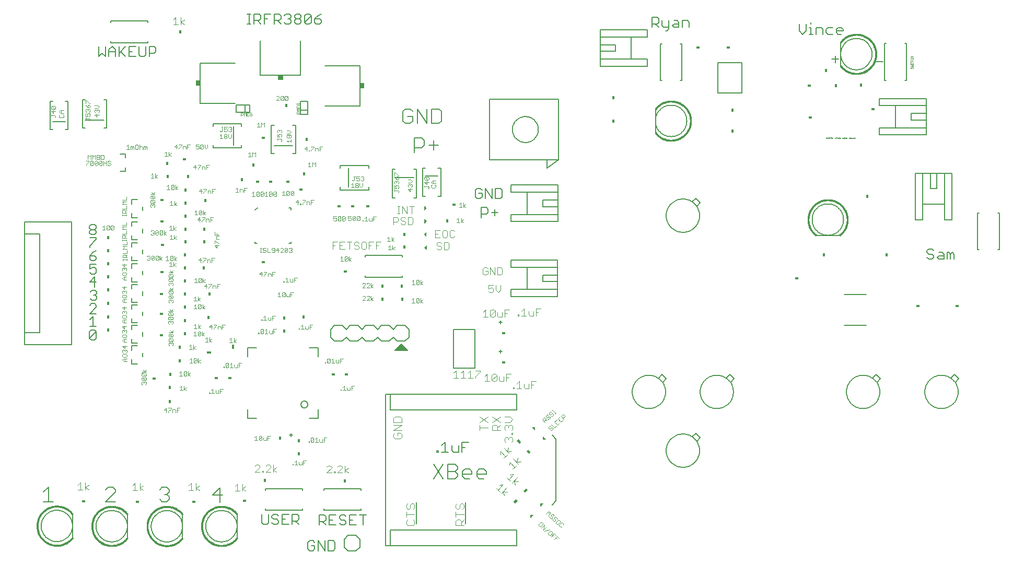
<source format=gto>
G75*
G70*
%OFA0B0*%
%FSLAX24Y24*%
%IPPOS*%
%LPD*%
%AMOC8*
5,1,8,0,0,1.08239X$1,22.5*
%
%ADD10C,0.0060*%
%ADD11C,0.0020*%
%ADD12C,0.0010*%
%ADD13C,0.0040*%
%ADD14C,0.0080*%
%ADD15C,0.0050*%
%ADD16R,0.0157X0.0236*%
%ADD17R,0.0236X0.0157*%
%ADD18R,0.0300X0.0340*%
%ADD19R,0.0340X0.0300*%
%ADD20R,0.0280X0.0160*%
%ADD21R,0.0160X0.0280*%
D10*
X001661Y002796D02*
X001663Y002859D01*
X001669Y002921D01*
X001679Y002983D01*
X001692Y003045D01*
X001710Y003105D01*
X001731Y003164D01*
X001756Y003222D01*
X001785Y003278D01*
X001817Y003332D01*
X001852Y003384D01*
X001890Y003433D01*
X001932Y003481D01*
X001976Y003525D01*
X002024Y003567D01*
X002073Y003605D01*
X002125Y003640D01*
X002179Y003672D01*
X002235Y003701D01*
X002293Y003726D01*
X002352Y003747D01*
X002412Y003765D01*
X002474Y003778D01*
X002536Y003788D01*
X002598Y003794D01*
X002661Y003796D01*
X002724Y003794D01*
X002786Y003788D01*
X002848Y003778D01*
X002910Y003765D01*
X002970Y003747D01*
X003029Y003726D01*
X003087Y003701D01*
X003143Y003672D01*
X003197Y003640D01*
X003249Y003605D01*
X003298Y003567D01*
X003346Y003525D01*
X003390Y003481D01*
X003432Y003433D01*
X003470Y003384D01*
X003505Y003332D01*
X003537Y003278D01*
X003566Y003222D01*
X003591Y003164D01*
X003612Y003105D01*
X003630Y003045D01*
X003643Y002983D01*
X003653Y002921D01*
X003659Y002859D01*
X003661Y002796D01*
X003659Y002733D01*
X003653Y002671D01*
X003643Y002609D01*
X003630Y002547D01*
X003612Y002487D01*
X003591Y002428D01*
X003566Y002370D01*
X003537Y002314D01*
X003505Y002260D01*
X003470Y002208D01*
X003432Y002159D01*
X003390Y002111D01*
X003346Y002067D01*
X003298Y002025D01*
X003249Y001987D01*
X003197Y001952D01*
X003143Y001920D01*
X003087Y001891D01*
X003029Y001866D01*
X002970Y001845D01*
X002910Y001827D01*
X002848Y001814D01*
X002786Y001804D01*
X002724Y001798D01*
X002661Y001796D01*
X002598Y001798D01*
X002536Y001804D01*
X002474Y001814D01*
X002412Y001827D01*
X002352Y001845D01*
X002293Y001866D01*
X002235Y001891D01*
X002179Y001920D01*
X002125Y001952D01*
X002073Y001987D01*
X002024Y002025D01*
X001976Y002067D01*
X001932Y002111D01*
X001890Y002159D01*
X001852Y002208D01*
X001817Y002260D01*
X001785Y002314D01*
X001756Y002370D01*
X001731Y002428D01*
X001710Y002487D01*
X001692Y002547D01*
X001679Y002609D01*
X001669Y002671D01*
X001663Y002733D01*
X001661Y002796D01*
X005161Y002781D02*
X005163Y002844D01*
X005169Y002906D01*
X005179Y002968D01*
X005192Y003030D01*
X005210Y003090D01*
X005231Y003149D01*
X005256Y003207D01*
X005285Y003263D01*
X005317Y003317D01*
X005352Y003369D01*
X005390Y003418D01*
X005432Y003466D01*
X005476Y003510D01*
X005524Y003552D01*
X005573Y003590D01*
X005625Y003625D01*
X005679Y003657D01*
X005735Y003686D01*
X005793Y003711D01*
X005852Y003732D01*
X005912Y003750D01*
X005974Y003763D01*
X006036Y003773D01*
X006098Y003779D01*
X006161Y003781D01*
X006224Y003779D01*
X006286Y003773D01*
X006348Y003763D01*
X006410Y003750D01*
X006470Y003732D01*
X006529Y003711D01*
X006587Y003686D01*
X006643Y003657D01*
X006697Y003625D01*
X006749Y003590D01*
X006798Y003552D01*
X006846Y003510D01*
X006890Y003466D01*
X006932Y003418D01*
X006970Y003369D01*
X007005Y003317D01*
X007037Y003263D01*
X007066Y003207D01*
X007091Y003149D01*
X007112Y003090D01*
X007130Y003030D01*
X007143Y002968D01*
X007153Y002906D01*
X007159Y002844D01*
X007161Y002781D01*
X007159Y002718D01*
X007153Y002656D01*
X007143Y002594D01*
X007130Y002532D01*
X007112Y002472D01*
X007091Y002413D01*
X007066Y002355D01*
X007037Y002299D01*
X007005Y002245D01*
X006970Y002193D01*
X006932Y002144D01*
X006890Y002096D01*
X006846Y002052D01*
X006798Y002010D01*
X006749Y001972D01*
X006697Y001937D01*
X006643Y001905D01*
X006587Y001876D01*
X006529Y001851D01*
X006470Y001830D01*
X006410Y001812D01*
X006348Y001799D01*
X006286Y001789D01*
X006224Y001783D01*
X006161Y001781D01*
X006098Y001783D01*
X006036Y001789D01*
X005974Y001799D01*
X005912Y001812D01*
X005852Y001830D01*
X005793Y001851D01*
X005735Y001876D01*
X005679Y001905D01*
X005625Y001937D01*
X005573Y001972D01*
X005524Y002010D01*
X005476Y002052D01*
X005432Y002096D01*
X005390Y002144D01*
X005352Y002193D01*
X005317Y002245D01*
X005285Y002299D01*
X005256Y002355D01*
X005231Y002413D01*
X005210Y002472D01*
X005192Y002532D01*
X005179Y002594D01*
X005169Y002656D01*
X005163Y002718D01*
X005161Y002781D01*
X008681Y002776D02*
X008683Y002839D01*
X008689Y002901D01*
X008699Y002963D01*
X008712Y003025D01*
X008730Y003085D01*
X008751Y003144D01*
X008776Y003202D01*
X008805Y003258D01*
X008837Y003312D01*
X008872Y003364D01*
X008910Y003413D01*
X008952Y003461D01*
X008996Y003505D01*
X009044Y003547D01*
X009093Y003585D01*
X009145Y003620D01*
X009199Y003652D01*
X009255Y003681D01*
X009313Y003706D01*
X009372Y003727D01*
X009432Y003745D01*
X009494Y003758D01*
X009556Y003768D01*
X009618Y003774D01*
X009681Y003776D01*
X009744Y003774D01*
X009806Y003768D01*
X009868Y003758D01*
X009930Y003745D01*
X009990Y003727D01*
X010049Y003706D01*
X010107Y003681D01*
X010163Y003652D01*
X010217Y003620D01*
X010269Y003585D01*
X010318Y003547D01*
X010366Y003505D01*
X010410Y003461D01*
X010452Y003413D01*
X010490Y003364D01*
X010525Y003312D01*
X010557Y003258D01*
X010586Y003202D01*
X010611Y003144D01*
X010632Y003085D01*
X010650Y003025D01*
X010663Y002963D01*
X010673Y002901D01*
X010679Y002839D01*
X010681Y002776D01*
X010679Y002713D01*
X010673Y002651D01*
X010663Y002589D01*
X010650Y002527D01*
X010632Y002467D01*
X010611Y002408D01*
X010586Y002350D01*
X010557Y002294D01*
X010525Y002240D01*
X010490Y002188D01*
X010452Y002139D01*
X010410Y002091D01*
X010366Y002047D01*
X010318Y002005D01*
X010269Y001967D01*
X010217Y001932D01*
X010163Y001900D01*
X010107Y001871D01*
X010049Y001846D01*
X009990Y001825D01*
X009930Y001807D01*
X009868Y001794D01*
X009806Y001784D01*
X009744Y001778D01*
X009681Y001776D01*
X009618Y001778D01*
X009556Y001784D01*
X009494Y001794D01*
X009432Y001807D01*
X009372Y001825D01*
X009313Y001846D01*
X009255Y001871D01*
X009199Y001900D01*
X009145Y001932D01*
X009093Y001967D01*
X009044Y002005D01*
X008996Y002047D01*
X008952Y002091D01*
X008910Y002139D01*
X008872Y002188D01*
X008837Y002240D01*
X008805Y002294D01*
X008776Y002350D01*
X008751Y002408D01*
X008730Y002467D01*
X008712Y002527D01*
X008699Y002589D01*
X008689Y002651D01*
X008683Y002713D01*
X008681Y002776D01*
X012161Y002781D02*
X012163Y002844D01*
X012169Y002906D01*
X012179Y002968D01*
X012192Y003030D01*
X012210Y003090D01*
X012231Y003149D01*
X012256Y003207D01*
X012285Y003263D01*
X012317Y003317D01*
X012352Y003369D01*
X012390Y003418D01*
X012432Y003466D01*
X012476Y003510D01*
X012524Y003552D01*
X012573Y003590D01*
X012625Y003625D01*
X012679Y003657D01*
X012735Y003686D01*
X012793Y003711D01*
X012852Y003732D01*
X012912Y003750D01*
X012974Y003763D01*
X013036Y003773D01*
X013098Y003779D01*
X013161Y003781D01*
X013224Y003779D01*
X013286Y003773D01*
X013348Y003763D01*
X013410Y003750D01*
X013470Y003732D01*
X013529Y003711D01*
X013587Y003686D01*
X013643Y003657D01*
X013697Y003625D01*
X013749Y003590D01*
X013798Y003552D01*
X013846Y003510D01*
X013890Y003466D01*
X013932Y003418D01*
X013970Y003369D01*
X014005Y003317D01*
X014037Y003263D01*
X014066Y003207D01*
X014091Y003149D01*
X014112Y003090D01*
X014130Y003030D01*
X014143Y002968D01*
X014153Y002906D01*
X014159Y002844D01*
X014161Y002781D01*
X014159Y002718D01*
X014153Y002656D01*
X014143Y002594D01*
X014130Y002532D01*
X014112Y002472D01*
X014091Y002413D01*
X014066Y002355D01*
X014037Y002299D01*
X014005Y002245D01*
X013970Y002193D01*
X013932Y002144D01*
X013890Y002096D01*
X013846Y002052D01*
X013798Y002010D01*
X013749Y001972D01*
X013697Y001937D01*
X013643Y001905D01*
X013587Y001876D01*
X013529Y001851D01*
X013470Y001830D01*
X013410Y001812D01*
X013348Y001799D01*
X013286Y001789D01*
X013224Y001783D01*
X013161Y001781D01*
X013098Y001783D01*
X013036Y001789D01*
X012974Y001799D01*
X012912Y001812D01*
X012852Y001830D01*
X012793Y001851D01*
X012735Y001876D01*
X012679Y001905D01*
X012625Y001937D01*
X012573Y001972D01*
X012524Y002010D01*
X012476Y002052D01*
X012432Y002096D01*
X012390Y002144D01*
X012352Y002193D01*
X012317Y002245D01*
X012285Y002299D01*
X012256Y002355D01*
X012231Y002413D01*
X012210Y002472D01*
X012192Y002532D01*
X012179Y002594D01*
X012169Y002656D01*
X012163Y002718D01*
X012161Y002781D01*
X015736Y003008D02*
X015843Y002901D01*
X016056Y002901D01*
X016163Y003008D01*
X016163Y003541D01*
X016380Y003435D02*
X016380Y003328D01*
X016487Y003221D01*
X016701Y003221D01*
X016807Y003114D01*
X016807Y003008D01*
X016701Y002901D01*
X016487Y002901D01*
X016380Y003008D01*
X016380Y003435D02*
X016487Y003541D01*
X016701Y003541D01*
X016807Y003435D01*
X017025Y003541D02*
X017025Y002901D01*
X017452Y002901D01*
X017669Y002901D02*
X017669Y003541D01*
X017990Y003541D01*
X018096Y003435D01*
X018096Y003221D01*
X017990Y003114D01*
X017669Y003114D01*
X017883Y003114D02*
X018096Y002901D01*
X017452Y003541D02*
X017025Y003541D01*
X017025Y003221D02*
X017238Y003221D01*
X015736Y003008D02*
X015736Y003541D01*
X018681Y001750D02*
X018681Y001323D01*
X018788Y001216D01*
X019001Y001216D01*
X019108Y001323D01*
X019108Y001536D01*
X018894Y001536D01*
X018681Y001750D02*
X018788Y001856D01*
X019001Y001856D01*
X019108Y001750D01*
X019325Y001856D02*
X019752Y001216D01*
X019752Y001856D01*
X019970Y001856D02*
X020290Y001856D01*
X020397Y001750D01*
X020397Y001323D01*
X020290Y001216D01*
X019970Y001216D01*
X019970Y001856D01*
X019325Y001856D02*
X019325Y001216D01*
X019396Y002861D02*
X019396Y003501D01*
X019716Y003501D01*
X019823Y003395D01*
X019823Y003181D01*
X019716Y003074D01*
X019396Y003074D01*
X019609Y003074D02*
X019823Y002861D01*
X020040Y002861D02*
X020467Y002861D01*
X020685Y002968D02*
X020792Y002861D01*
X021005Y002861D01*
X021112Y002968D01*
X021112Y003074D01*
X021005Y003181D01*
X020792Y003181D01*
X020685Y003288D01*
X020685Y003395D01*
X020792Y003501D01*
X021005Y003501D01*
X021112Y003395D01*
X021329Y003501D02*
X021329Y002861D01*
X021756Y002861D01*
X021543Y003181D02*
X021329Y003181D01*
X021329Y003501D02*
X021756Y003501D01*
X021974Y003501D02*
X022401Y003501D01*
X022187Y003501D02*
X022187Y002861D01*
X020467Y003501D02*
X020040Y003501D01*
X020040Y002861D01*
X020040Y003181D02*
X020254Y003181D01*
X026891Y007496D02*
X026998Y007496D01*
X026998Y007603D01*
X026891Y007603D01*
X026891Y007496D01*
X027213Y007496D02*
X027640Y007496D01*
X027427Y007496D02*
X027427Y008136D01*
X027213Y007923D01*
X027858Y007923D02*
X027858Y007603D01*
X027964Y007496D01*
X028285Y007496D01*
X028285Y007923D01*
X028502Y007816D02*
X028716Y007816D01*
X028502Y008136D02*
X028929Y008136D01*
X028502Y008136D02*
X028502Y007496D01*
X027969Y012871D02*
X027969Y015331D01*
X029331Y015331D01*
X029331Y012871D01*
X027969Y012871D01*
X029746Y022481D02*
X029746Y023121D01*
X030066Y023121D01*
X030173Y023015D01*
X030173Y022801D01*
X030066Y022694D01*
X029746Y022694D01*
X030390Y022801D02*
X030817Y022801D01*
X030604Y023015D02*
X030604Y022588D01*
X030650Y023706D02*
X030970Y023706D01*
X031077Y023813D01*
X031077Y024240D01*
X030970Y024346D01*
X030650Y024346D01*
X030650Y023706D01*
X030432Y023706D02*
X030432Y024346D01*
X030005Y024346D02*
X030432Y023706D01*
X030005Y023706D02*
X030005Y024346D01*
X029788Y024240D02*
X029681Y024346D01*
X029468Y024346D01*
X029361Y024240D01*
X029361Y023813D01*
X029468Y023706D01*
X029681Y023706D01*
X029788Y023813D01*
X029788Y024026D01*
X029574Y024026D01*
X040851Y028651D02*
X040853Y028714D01*
X040859Y028776D01*
X040869Y028838D01*
X040882Y028900D01*
X040900Y028960D01*
X040921Y029019D01*
X040946Y029077D01*
X040975Y029133D01*
X041007Y029187D01*
X041042Y029239D01*
X041080Y029288D01*
X041122Y029336D01*
X041166Y029380D01*
X041214Y029422D01*
X041263Y029460D01*
X041315Y029495D01*
X041369Y029527D01*
X041425Y029556D01*
X041483Y029581D01*
X041542Y029602D01*
X041602Y029620D01*
X041664Y029633D01*
X041726Y029643D01*
X041788Y029649D01*
X041851Y029651D01*
X041914Y029649D01*
X041976Y029643D01*
X042038Y029633D01*
X042100Y029620D01*
X042160Y029602D01*
X042219Y029581D01*
X042277Y029556D01*
X042333Y029527D01*
X042387Y029495D01*
X042439Y029460D01*
X042488Y029422D01*
X042536Y029380D01*
X042580Y029336D01*
X042622Y029288D01*
X042660Y029239D01*
X042695Y029187D01*
X042727Y029133D01*
X042756Y029077D01*
X042781Y029019D01*
X042802Y028960D01*
X042820Y028900D01*
X042833Y028838D01*
X042843Y028776D01*
X042849Y028714D01*
X042851Y028651D01*
X042849Y028588D01*
X042843Y028526D01*
X042833Y028464D01*
X042820Y028402D01*
X042802Y028342D01*
X042781Y028283D01*
X042756Y028225D01*
X042727Y028169D01*
X042695Y028115D01*
X042660Y028063D01*
X042622Y028014D01*
X042580Y027966D01*
X042536Y027922D01*
X042488Y027880D01*
X042439Y027842D01*
X042387Y027807D01*
X042333Y027775D01*
X042277Y027746D01*
X042219Y027721D01*
X042160Y027700D01*
X042100Y027682D01*
X042038Y027669D01*
X041976Y027659D01*
X041914Y027653D01*
X041851Y027651D01*
X041788Y027653D01*
X041726Y027659D01*
X041664Y027669D01*
X041602Y027682D01*
X041542Y027700D01*
X041483Y027721D01*
X041425Y027746D01*
X041369Y027775D01*
X041315Y027807D01*
X041263Y027842D01*
X041214Y027880D01*
X041166Y027922D01*
X041122Y027966D01*
X041080Y028014D01*
X041042Y028063D01*
X041007Y028115D01*
X040975Y028169D01*
X040946Y028225D01*
X040921Y028283D01*
X040900Y028342D01*
X040882Y028402D01*
X040869Y028464D01*
X040859Y028526D01*
X040853Y028588D01*
X040851Y028651D01*
X050031Y034394D02*
X050244Y034181D01*
X050458Y034394D01*
X050458Y034821D01*
X050675Y034608D02*
X050782Y034608D01*
X050782Y034181D01*
X050675Y034181D02*
X050889Y034181D01*
X051105Y034181D02*
X051105Y034608D01*
X051425Y034608D01*
X051532Y034501D01*
X051532Y034181D01*
X051750Y034288D02*
X051856Y034181D01*
X052177Y034181D01*
X052394Y034288D02*
X052394Y034501D01*
X052501Y034608D01*
X052714Y034608D01*
X052821Y034501D01*
X052821Y034394D01*
X052394Y034394D01*
X052394Y034288D02*
X052501Y034181D01*
X052714Y034181D01*
X052177Y034608D02*
X051856Y034608D01*
X051750Y034501D01*
X051750Y034288D01*
X050782Y034821D02*
X050782Y034928D01*
X050031Y034821D02*
X050031Y034394D01*
X052114Y032588D02*
X052541Y032588D01*
X052328Y032802D02*
X052328Y032375D01*
X052669Y032915D02*
X052671Y032978D01*
X052677Y033040D01*
X052687Y033102D01*
X052700Y033164D01*
X052718Y033224D01*
X052739Y033283D01*
X052764Y033341D01*
X052793Y033397D01*
X052825Y033451D01*
X052860Y033503D01*
X052898Y033552D01*
X052940Y033600D01*
X052984Y033644D01*
X053032Y033686D01*
X053081Y033724D01*
X053133Y033759D01*
X053187Y033791D01*
X053243Y033820D01*
X053301Y033845D01*
X053360Y033866D01*
X053420Y033884D01*
X053482Y033897D01*
X053544Y033907D01*
X053606Y033913D01*
X053669Y033915D01*
X053732Y033913D01*
X053794Y033907D01*
X053856Y033897D01*
X053918Y033884D01*
X053978Y033866D01*
X054037Y033845D01*
X054095Y033820D01*
X054151Y033791D01*
X054205Y033759D01*
X054257Y033724D01*
X054306Y033686D01*
X054354Y033644D01*
X054398Y033600D01*
X054440Y033552D01*
X054478Y033503D01*
X054513Y033451D01*
X054545Y033397D01*
X054574Y033341D01*
X054599Y033283D01*
X054620Y033224D01*
X054638Y033164D01*
X054651Y033102D01*
X054661Y033040D01*
X054667Y032978D01*
X054669Y032915D01*
X054667Y032852D01*
X054661Y032790D01*
X054651Y032728D01*
X054638Y032666D01*
X054620Y032606D01*
X054599Y032547D01*
X054574Y032489D01*
X054545Y032433D01*
X054513Y032379D01*
X054478Y032327D01*
X054440Y032278D01*
X054398Y032230D01*
X054354Y032186D01*
X054306Y032144D01*
X054257Y032106D01*
X054205Y032071D01*
X054151Y032039D01*
X054095Y032010D01*
X054037Y031985D01*
X053978Y031964D01*
X053918Y031946D01*
X053856Y031933D01*
X053794Y031923D01*
X053732Y031917D01*
X053669Y031915D01*
X053606Y031917D01*
X053544Y031923D01*
X053482Y031933D01*
X053420Y031946D01*
X053360Y031964D01*
X053301Y031985D01*
X053243Y032010D01*
X053187Y032039D01*
X053133Y032071D01*
X053081Y032106D01*
X053032Y032144D01*
X052984Y032186D01*
X052940Y032230D01*
X052898Y032278D01*
X052860Y032327D01*
X052825Y032379D01*
X052793Y032433D01*
X052764Y032489D01*
X052739Y032547D01*
X052718Y032606D01*
X052700Y032666D01*
X052687Y032728D01*
X052677Y032790D01*
X052671Y032852D01*
X052669Y032915D01*
X054943Y032443D02*
X055370Y032443D01*
X042991Y034631D02*
X042991Y034951D01*
X042885Y035058D01*
X042564Y035058D01*
X042564Y034631D01*
X042347Y034631D02*
X042347Y034951D01*
X042240Y035058D01*
X042027Y035058D01*
X042027Y034844D02*
X042347Y034844D01*
X042347Y034631D02*
X042027Y034631D01*
X041920Y034738D01*
X042027Y034844D01*
X041702Y034631D02*
X041382Y034631D01*
X041275Y034738D01*
X041275Y035058D01*
X041058Y035165D02*
X041058Y034951D01*
X040951Y034844D01*
X040631Y034844D01*
X040631Y034631D02*
X040631Y035271D01*
X040951Y035271D01*
X041058Y035165D01*
X040844Y034844D02*
X041058Y034631D01*
X041489Y034417D02*
X041596Y034417D01*
X041702Y034524D01*
X041702Y035058D01*
X019535Y035054D02*
X019428Y035161D01*
X019108Y035161D01*
X019108Y034948D01*
X019214Y034841D01*
X019428Y034841D01*
X019535Y034948D01*
X019535Y035054D01*
X019321Y035375D02*
X019108Y035161D01*
X019321Y035375D02*
X019535Y035481D01*
X018890Y035375D02*
X018463Y034948D01*
X018570Y034841D01*
X018783Y034841D01*
X018890Y034948D01*
X018890Y035375D01*
X018783Y035481D01*
X018570Y035481D01*
X018463Y035375D01*
X018463Y034948D01*
X018246Y034948D02*
X018139Y034841D01*
X017925Y034841D01*
X017819Y034948D01*
X017819Y035054D01*
X017925Y035161D01*
X018139Y035161D01*
X018246Y035054D01*
X018246Y034948D01*
X018139Y035161D02*
X018246Y035268D01*
X018246Y035375D01*
X018139Y035481D01*
X017925Y035481D01*
X017819Y035375D01*
X017819Y035268D01*
X017925Y035161D01*
X017601Y035054D02*
X017494Y035161D01*
X017388Y035161D01*
X017494Y035161D02*
X017601Y035268D01*
X017601Y035375D01*
X017494Y035481D01*
X017281Y035481D01*
X017174Y035375D01*
X016957Y035375D02*
X016957Y035161D01*
X016850Y035054D01*
X016530Y035054D01*
X016743Y035054D02*
X016957Y034841D01*
X017174Y034948D02*
X017281Y034841D01*
X017494Y034841D01*
X017601Y034948D01*
X017601Y035054D01*
X016957Y035375D02*
X016850Y035481D01*
X016530Y035481D01*
X016530Y034841D01*
X016099Y035161D02*
X015885Y035161D01*
X015667Y035161D02*
X015561Y035054D01*
X015240Y035054D01*
X015240Y034841D02*
X015240Y035481D01*
X015561Y035481D01*
X015667Y035375D01*
X015667Y035161D01*
X015454Y035054D02*
X015667Y034841D01*
X015885Y034841D02*
X015885Y035481D01*
X016312Y035481D01*
X015024Y035481D02*
X014811Y035481D01*
X014918Y035481D02*
X014918Y034841D01*
X015024Y034841D02*
X014811Y034841D01*
X008980Y033295D02*
X008980Y033081D01*
X008874Y032974D01*
X008553Y032974D01*
X008553Y032761D02*
X008553Y033401D01*
X008874Y033401D01*
X008980Y033295D01*
X008336Y033401D02*
X008336Y032868D01*
X008229Y032761D01*
X008016Y032761D01*
X007909Y032868D01*
X007909Y033401D01*
X007691Y033401D02*
X007264Y033401D01*
X007264Y032761D01*
X007691Y032761D01*
X007478Y033081D02*
X007264Y033081D01*
X007047Y032761D02*
X006727Y033081D01*
X006620Y032974D02*
X007047Y033401D01*
X006620Y033401D02*
X006620Y032761D01*
X006402Y032761D02*
X006402Y033188D01*
X006189Y033401D01*
X005975Y033188D01*
X005975Y032761D01*
X005758Y032761D02*
X005544Y032974D01*
X005331Y032761D01*
X005331Y033401D01*
X005758Y033401D02*
X005758Y032761D01*
X005975Y033081D02*
X006402Y033081D01*
X005066Y022026D02*
X005173Y021920D01*
X005173Y021813D01*
X005066Y021706D01*
X004853Y021706D01*
X004746Y021813D01*
X004746Y021920D01*
X004853Y022026D01*
X005066Y022026D01*
X005066Y021706D02*
X005173Y021599D01*
X005173Y021493D01*
X005066Y021386D01*
X004853Y021386D01*
X004746Y021493D01*
X004746Y021599D01*
X004853Y021706D01*
X004756Y021196D02*
X005183Y021196D01*
X005183Y021090D01*
X004756Y020663D01*
X004756Y020556D01*
X004964Y020255D02*
X004751Y020041D01*
X005071Y020041D01*
X005178Y019934D01*
X005178Y019828D01*
X005071Y019721D01*
X004858Y019721D01*
X004751Y019828D01*
X004751Y020041D01*
X004964Y020255D02*
X005178Y020361D01*
X005178Y019516D02*
X004751Y019516D01*
X004751Y019196D01*
X004964Y019303D01*
X005071Y019303D01*
X005178Y019196D01*
X005178Y018983D01*
X005071Y018876D01*
X004858Y018876D01*
X004751Y018983D01*
X005071Y018686D02*
X004751Y018366D01*
X005178Y018366D01*
X005071Y018046D02*
X005071Y018686D01*
X005106Y017851D02*
X005213Y017745D01*
X005213Y017638D01*
X005106Y017531D01*
X005213Y017424D01*
X005213Y017318D01*
X005106Y017211D01*
X004893Y017211D01*
X004786Y017318D01*
X004999Y017531D02*
X005106Y017531D01*
X005106Y017851D02*
X004893Y017851D01*
X004786Y017745D01*
X004858Y016991D02*
X004751Y016885D01*
X004858Y016991D02*
X005071Y016991D01*
X005178Y016885D01*
X005178Y016778D01*
X004751Y016351D01*
X005178Y016351D01*
X004964Y016176D02*
X004964Y015536D01*
X004751Y015536D02*
X005178Y015536D01*
X005066Y015306D02*
X005173Y015200D01*
X004746Y014773D01*
X004853Y014666D01*
X005066Y014666D01*
X005173Y014773D01*
X005173Y015200D01*
X005066Y015306D02*
X004853Y015306D01*
X004746Y015200D01*
X004746Y014773D01*
X004751Y015963D02*
X004964Y016176D01*
X050851Y022351D02*
X050853Y022414D01*
X050859Y022476D01*
X050869Y022538D01*
X050882Y022600D01*
X050900Y022660D01*
X050921Y022719D01*
X050946Y022777D01*
X050975Y022833D01*
X051007Y022887D01*
X051042Y022939D01*
X051080Y022988D01*
X051122Y023036D01*
X051166Y023080D01*
X051214Y023122D01*
X051263Y023160D01*
X051315Y023195D01*
X051369Y023227D01*
X051425Y023256D01*
X051483Y023281D01*
X051542Y023302D01*
X051602Y023320D01*
X051664Y023333D01*
X051726Y023343D01*
X051788Y023349D01*
X051851Y023351D01*
X051914Y023349D01*
X051976Y023343D01*
X052038Y023333D01*
X052100Y023320D01*
X052160Y023302D01*
X052219Y023281D01*
X052277Y023256D01*
X052333Y023227D01*
X052387Y023195D01*
X052439Y023160D01*
X052488Y023122D01*
X052536Y023080D01*
X052580Y023036D01*
X052622Y022988D01*
X052660Y022939D01*
X052695Y022887D01*
X052727Y022833D01*
X052756Y022777D01*
X052781Y022719D01*
X052802Y022660D01*
X052820Y022600D01*
X052833Y022538D01*
X052843Y022476D01*
X052849Y022414D01*
X052851Y022351D01*
X052849Y022288D01*
X052843Y022226D01*
X052833Y022164D01*
X052820Y022102D01*
X052802Y022042D01*
X052781Y021983D01*
X052756Y021925D01*
X052727Y021869D01*
X052695Y021815D01*
X052660Y021763D01*
X052622Y021714D01*
X052580Y021666D01*
X052536Y021622D01*
X052488Y021580D01*
X052439Y021542D01*
X052387Y021507D01*
X052333Y021475D01*
X052277Y021446D01*
X052219Y021421D01*
X052160Y021400D01*
X052100Y021382D01*
X052038Y021369D01*
X051976Y021359D01*
X051914Y021353D01*
X051851Y021351D01*
X051788Y021353D01*
X051726Y021359D01*
X051664Y021369D01*
X051602Y021382D01*
X051542Y021400D01*
X051483Y021421D01*
X051425Y021446D01*
X051369Y021475D01*
X051315Y021507D01*
X051263Y021542D01*
X051214Y021580D01*
X051166Y021622D01*
X051122Y021666D01*
X051080Y021714D01*
X051042Y021763D01*
X051007Y021815D01*
X050975Y021869D01*
X050946Y021925D01*
X050921Y021983D01*
X050900Y022042D01*
X050882Y022102D01*
X050869Y022164D01*
X050859Y022226D01*
X050853Y022288D01*
X050851Y022351D01*
X058181Y020365D02*
X058181Y020258D01*
X058288Y020151D01*
X058501Y020151D01*
X058608Y020044D01*
X058608Y019938D01*
X058501Y019831D01*
X058288Y019831D01*
X058181Y019938D01*
X058181Y020365D02*
X058288Y020471D01*
X058501Y020471D01*
X058608Y020365D01*
X058932Y020258D02*
X059146Y020258D01*
X059252Y020151D01*
X059252Y019831D01*
X058932Y019831D01*
X058825Y019938D01*
X058932Y020044D01*
X059252Y020044D01*
X059470Y019831D02*
X059470Y020258D01*
X059577Y020258D01*
X059683Y020151D01*
X059790Y020258D01*
X059897Y020151D01*
X059897Y019831D01*
X059683Y019831D02*
X059683Y020151D01*
D11*
X053582Y027524D02*
X053608Y027550D01*
X053608Y027577D01*
X053582Y027604D01*
X053543Y027564D02*
X053543Y027524D01*
X053543Y027564D02*
X053530Y027577D01*
X053490Y027577D01*
X053490Y027524D01*
X053451Y027537D02*
X053451Y027577D01*
X053451Y027537D02*
X053438Y027524D01*
X053424Y027537D01*
X053411Y027524D01*
X053398Y027537D01*
X053398Y027577D01*
X053359Y027564D02*
X053346Y027577D01*
X053319Y027577D01*
X053306Y027564D01*
X053306Y027537D01*
X053319Y027524D01*
X053346Y027524D01*
X053359Y027537D01*
X053359Y027564D01*
X053267Y027577D02*
X053227Y027577D01*
X053214Y027564D01*
X053214Y027537D01*
X053227Y027524D01*
X053267Y027524D01*
X053267Y027604D01*
X053083Y027564D02*
X053083Y027550D01*
X053030Y027550D01*
X053030Y027537D02*
X053030Y027564D01*
X053043Y027577D01*
X053070Y027577D01*
X053083Y027564D01*
X053070Y027524D02*
X053043Y027524D01*
X053030Y027537D01*
X052991Y027524D02*
X052951Y027524D01*
X052937Y027537D01*
X052937Y027564D01*
X052951Y027577D01*
X052991Y027577D01*
X052991Y027604D02*
X052991Y027524D01*
X052903Y027524D02*
X052876Y027524D01*
X052889Y027524D02*
X052889Y027577D01*
X052876Y027577D01*
X052889Y027604D02*
X052889Y027617D01*
X052837Y027577D02*
X052797Y027577D01*
X052784Y027564D01*
X052797Y027550D01*
X052824Y027550D01*
X052837Y027537D01*
X052824Y027524D01*
X052784Y027524D01*
X052653Y027537D02*
X052640Y027550D01*
X052613Y027550D01*
X052600Y027564D01*
X052613Y027577D01*
X052653Y027577D01*
X052653Y027537D02*
X052640Y027524D01*
X052600Y027524D01*
X052565Y027524D02*
X052539Y027524D01*
X052552Y027524D02*
X052552Y027577D01*
X052539Y027577D01*
X052552Y027604D02*
X052552Y027617D01*
X052500Y027564D02*
X052500Y027524D01*
X052500Y027564D02*
X052487Y027577D01*
X052460Y027577D01*
X052447Y027564D01*
X052447Y027604D02*
X052447Y027524D01*
X052381Y027524D02*
X052381Y027604D01*
X052354Y027604D02*
X052408Y027604D01*
X052320Y027604D02*
X052293Y027577D01*
X052293Y027550D01*
X052320Y027524D01*
X052162Y027524D02*
X052109Y027524D01*
X052136Y027524D02*
X052136Y027604D01*
X052109Y027577D01*
X052070Y027564D02*
X052017Y027564D01*
X052057Y027604D01*
X052057Y027524D01*
X051978Y027590D02*
X051925Y027537D01*
X051925Y027524D01*
X051886Y027524D02*
X051886Y027577D01*
X051860Y027604D01*
X051833Y027577D01*
X051833Y027524D01*
X051833Y027564D02*
X051886Y027564D01*
X051925Y027604D02*
X051978Y027604D01*
X051978Y027590D01*
X051794Y027604D02*
X051794Y027537D01*
X051781Y027524D01*
X051754Y027524D01*
X051741Y027537D01*
X051741Y027604D01*
X028742Y023338D02*
X028602Y023244D01*
X028742Y023151D01*
X028602Y023151D02*
X028602Y023431D01*
X028419Y023431D02*
X028419Y023151D01*
X028326Y023151D02*
X028513Y023151D01*
X028326Y023338D02*
X028419Y023431D01*
X028452Y022446D02*
X028452Y022166D01*
X028363Y022166D02*
X028176Y022166D01*
X028269Y022166D02*
X028269Y022446D01*
X028176Y022353D01*
X028452Y022259D02*
X028592Y022353D01*
X028452Y022259D02*
X028592Y022166D01*
X025191Y024151D02*
X025191Y024338D01*
X025284Y024427D02*
X025331Y024474D01*
X025331Y024567D01*
X025284Y024614D01*
X025237Y024614D01*
X025191Y024567D01*
X025191Y024520D01*
X025191Y024567D02*
X025144Y024614D01*
X025097Y024614D01*
X025051Y024567D01*
X025051Y024474D01*
X025097Y024427D01*
X025051Y024291D02*
X025191Y024151D01*
X025331Y024291D02*
X025051Y024291D01*
X025051Y024703D02*
X025237Y024703D01*
X025331Y024797D01*
X025237Y024890D01*
X025051Y024890D01*
X024471Y024946D02*
X024471Y025040D01*
X024424Y025086D01*
X024377Y025086D01*
X024331Y025040D01*
X024331Y024899D01*
X024424Y024899D01*
X024471Y024946D01*
X024424Y024810D02*
X024471Y024763D01*
X024471Y024670D01*
X024424Y024623D01*
X024424Y024534D02*
X024331Y024534D01*
X024284Y024487D01*
X024284Y024440D01*
X024331Y024347D01*
X024191Y024347D01*
X024191Y024534D01*
X024237Y024623D02*
X024191Y024670D01*
X024191Y024763D01*
X024237Y024810D01*
X024284Y024810D01*
X024331Y024763D01*
X024377Y024810D01*
X024424Y024810D01*
X024331Y024763D02*
X024331Y024717D01*
X024331Y024899D02*
X024237Y024993D01*
X024191Y025086D01*
X024191Y025176D02*
X024191Y025362D01*
X024237Y025362D01*
X024424Y025176D01*
X024471Y025176D01*
X024424Y024534D02*
X024471Y024487D01*
X024471Y024394D01*
X024424Y024347D01*
X024424Y024211D02*
X024191Y024211D01*
X024191Y024164D02*
X024191Y024258D01*
X024424Y024211D02*
X024471Y024164D01*
X024471Y024117D01*
X024424Y024071D01*
X026116Y024424D02*
X026116Y024518D01*
X026116Y024471D02*
X026349Y024471D01*
X026396Y024424D01*
X026396Y024377D01*
X026349Y024331D01*
X026541Y024427D02*
X026587Y024381D01*
X026774Y024381D01*
X026821Y024427D01*
X026821Y024521D01*
X026774Y024568D01*
X026821Y024657D02*
X026634Y024657D01*
X026541Y024750D01*
X026634Y024844D01*
X026821Y024844D01*
X026681Y024844D02*
X026681Y024657D01*
X026587Y024568D02*
X026541Y024521D01*
X026541Y024427D01*
X026256Y024607D02*
X026256Y024794D01*
X026349Y024883D02*
X026162Y024883D01*
X026116Y024930D01*
X026116Y025023D01*
X026162Y025070D01*
X026349Y024883D01*
X026396Y024930D01*
X026396Y025023D01*
X026349Y025070D01*
X026162Y025070D01*
X026116Y024747D02*
X026256Y024607D01*
X026396Y024747D02*
X026116Y024747D01*
X023033Y022541D02*
X022846Y022541D01*
X022846Y022261D01*
X022757Y022261D02*
X022757Y022448D01*
X022846Y022401D02*
X022940Y022401D01*
X022757Y022261D02*
X022617Y022261D01*
X022570Y022307D01*
X022570Y022448D01*
X022387Y022541D02*
X022387Y022261D01*
X022294Y022261D02*
X022481Y022261D01*
X022294Y022448D02*
X022387Y022541D01*
X022202Y022307D02*
X022202Y022261D01*
X022156Y022261D01*
X022156Y022307D01*
X022202Y022307D01*
X021985Y022337D02*
X021938Y022291D01*
X021845Y022291D01*
X021798Y022337D01*
X021985Y022524D01*
X021985Y022337D01*
X021798Y022337D02*
X021798Y022524D01*
X021845Y022571D01*
X021938Y022571D01*
X021985Y022524D01*
X021709Y022524D02*
X021522Y022337D01*
X021569Y022291D01*
X021662Y022291D01*
X021709Y022337D01*
X021709Y022524D01*
X021662Y022571D01*
X021569Y022571D01*
X021522Y022524D01*
X021522Y022337D01*
X021433Y022337D02*
X021386Y022291D01*
X021292Y022291D01*
X021246Y022337D01*
X021246Y022431D02*
X021339Y022478D01*
X021386Y022478D01*
X021433Y022431D01*
X021433Y022337D01*
X021246Y022431D02*
X021246Y022571D01*
X021433Y022571D01*
X021055Y022509D02*
X020868Y022322D01*
X020915Y022276D01*
X021008Y022276D01*
X021055Y022322D01*
X021055Y022509D01*
X021008Y022556D01*
X020915Y022556D01*
X020868Y022509D01*
X020868Y022322D01*
X020779Y022322D02*
X020732Y022276D01*
X020639Y022276D01*
X020592Y022322D01*
X020779Y022509D01*
X020779Y022322D01*
X020592Y022322D02*
X020592Y022509D01*
X020639Y022556D01*
X020732Y022556D01*
X020779Y022509D01*
X020503Y022556D02*
X020316Y022556D01*
X020316Y022416D01*
X020409Y022463D01*
X020456Y022463D01*
X020503Y022416D01*
X020503Y022322D01*
X020456Y022276D01*
X020362Y022276D01*
X020316Y022322D01*
X018873Y023316D02*
X018873Y023596D01*
X019059Y023596D01*
X018966Y023456D02*
X018873Y023456D01*
X018783Y023456D02*
X018783Y023316D01*
X018783Y023456D02*
X018736Y023503D01*
X018596Y023503D01*
X018596Y023316D01*
X018507Y023549D02*
X018320Y023362D01*
X018320Y023316D01*
X018229Y023316D02*
X018182Y023316D01*
X018182Y023362D01*
X018229Y023362D01*
X018229Y023316D01*
X018046Y023316D02*
X018046Y023596D01*
X017906Y023456D01*
X018093Y023456D01*
X018320Y023596D02*
X018507Y023596D01*
X018507Y023549D01*
X017775Y023932D02*
X017728Y023886D01*
X017635Y023886D01*
X017588Y023932D01*
X017775Y024119D01*
X017775Y023932D01*
X017588Y023932D02*
X017588Y024119D01*
X017635Y024166D01*
X017728Y024166D01*
X017775Y024119D01*
X017499Y024119D02*
X017312Y023932D01*
X017359Y023886D01*
X017452Y023886D01*
X017499Y023932D01*
X017499Y024119D01*
X017452Y024166D01*
X017359Y024166D01*
X017312Y024119D01*
X017312Y023932D01*
X017223Y023886D02*
X017036Y023886D01*
X017129Y023886D02*
X017129Y024166D01*
X017036Y024073D01*
X016665Y024079D02*
X016478Y023892D01*
X016525Y023846D01*
X016618Y023846D01*
X016665Y023892D01*
X016665Y024079D01*
X016618Y024126D01*
X016525Y024126D01*
X016478Y024079D01*
X016478Y023892D01*
X016389Y023892D02*
X016342Y023846D01*
X016249Y023846D01*
X016202Y023892D01*
X016389Y024079D01*
X016389Y023892D01*
X016202Y023892D02*
X016202Y024079D01*
X016249Y024126D01*
X016342Y024126D01*
X016389Y024079D01*
X016113Y023846D02*
X015926Y023846D01*
X015855Y023897D02*
X015808Y023851D01*
X015715Y023851D01*
X015668Y023897D01*
X015855Y024084D01*
X015855Y023897D01*
X015926Y024033D02*
X016019Y024126D01*
X016019Y023846D01*
X015855Y024084D02*
X015808Y024131D01*
X015715Y024131D01*
X015668Y024084D01*
X015668Y023897D01*
X015579Y023897D02*
X015532Y023851D01*
X015439Y023851D01*
X015392Y023897D01*
X015579Y024084D01*
X015579Y023897D01*
X015392Y023897D02*
X015392Y024084D01*
X015439Y024131D01*
X015532Y024131D01*
X015579Y024084D01*
X015303Y023851D02*
X015116Y023851D01*
X015209Y023851D02*
X015209Y024131D01*
X015116Y024038D01*
X014707Y024241D02*
X014613Y024241D01*
X014524Y024241D02*
X014524Y024101D01*
X014613Y024101D02*
X014613Y024381D01*
X014800Y024381D01*
X014524Y024241D02*
X014477Y024288D01*
X014337Y024288D01*
X014337Y024101D01*
X014248Y024101D02*
X014061Y024101D01*
X014154Y024101D02*
X014154Y024381D01*
X014061Y024288D01*
X012756Y024306D02*
X012569Y024306D01*
X012569Y024026D01*
X012480Y024026D02*
X012480Y024166D01*
X012433Y024213D01*
X012293Y024213D01*
X012293Y024026D01*
X012204Y024259D02*
X012017Y024072D01*
X012017Y024026D01*
X011881Y024026D02*
X011881Y024306D01*
X011741Y024166D01*
X011928Y024166D01*
X012017Y024306D02*
X012204Y024306D01*
X012204Y024259D01*
X012569Y024166D02*
X012663Y024166D01*
X012003Y022941D02*
X012003Y022661D01*
X012003Y022754D02*
X012143Y022848D01*
X012003Y022754D02*
X012143Y022661D01*
X012094Y022491D02*
X012094Y022444D01*
X011907Y022257D01*
X011907Y022211D01*
X011771Y022211D02*
X011771Y022491D01*
X011631Y022351D01*
X011818Y022351D01*
X011907Y022491D02*
X012094Y022491D01*
X012183Y022398D02*
X012323Y022398D01*
X012370Y022351D01*
X012370Y022211D01*
X012459Y022211D02*
X012459Y022491D01*
X012646Y022491D01*
X012553Y022351D02*
X012459Y022351D01*
X012183Y022398D02*
X012183Y022211D01*
X011867Y022661D02*
X011774Y022661D01*
X011727Y022707D01*
X011914Y022894D01*
X011914Y022707D01*
X011867Y022661D01*
X011727Y022707D02*
X011727Y022894D01*
X011774Y022941D01*
X011867Y022941D01*
X011914Y022894D01*
X011638Y022661D02*
X011451Y022661D01*
X011544Y022661D02*
X011544Y022941D01*
X011451Y022848D01*
X010292Y023256D02*
X010152Y023349D01*
X010292Y023443D01*
X010152Y023536D02*
X010152Y023256D01*
X010063Y023256D02*
X009876Y023256D01*
X009969Y023256D02*
X009969Y023536D01*
X009876Y023443D01*
X008901Y023464D02*
X008854Y023417D01*
X008667Y023604D01*
X008854Y023604D01*
X008901Y023557D01*
X008901Y023464D01*
X008854Y023417D02*
X008667Y023417D01*
X008621Y023464D01*
X008621Y023557D01*
X008667Y023604D01*
X008667Y023693D02*
X008621Y023740D01*
X008621Y023833D01*
X008667Y023880D01*
X008854Y023693D01*
X008901Y023740D01*
X008901Y023833D01*
X008854Y023880D01*
X008667Y023880D01*
X008621Y023969D02*
X008901Y023969D01*
X008807Y023969D02*
X008714Y024110D01*
X008807Y023969D02*
X008901Y024110D01*
X008854Y023693D02*
X008667Y023693D01*
X008667Y023328D02*
X008714Y023328D01*
X008761Y023281D01*
X008807Y023328D01*
X008854Y023328D01*
X008901Y023281D01*
X008901Y023187D01*
X008854Y023141D01*
X008761Y023234D02*
X008761Y023281D01*
X008667Y023328D02*
X008621Y023281D01*
X008621Y023187D01*
X008667Y023141D01*
X007116Y023051D02*
X007116Y023238D01*
X007116Y023327D02*
X006836Y023327D01*
X006929Y023421D01*
X006836Y023514D01*
X007116Y023514D01*
X007116Y023604D02*
X006836Y023604D01*
X007116Y023604D02*
X007116Y023790D01*
X007116Y023051D02*
X006836Y023051D01*
X006882Y022962D02*
X006976Y022962D01*
X007022Y022915D01*
X007022Y022775D01*
X007022Y022868D02*
X007116Y022962D01*
X007116Y022775D02*
X006836Y022775D01*
X006836Y022915D01*
X006882Y022962D01*
X006836Y022684D02*
X006836Y022591D01*
X006836Y022637D02*
X007116Y022637D01*
X007116Y022591D02*
X007116Y022684D01*
X007101Y022185D02*
X007101Y021999D01*
X006821Y021999D01*
X006821Y021909D02*
X007101Y021909D01*
X007101Y021722D02*
X006821Y021722D01*
X006914Y021816D01*
X006821Y021909D01*
X007101Y021633D02*
X007101Y021446D01*
X006821Y021446D01*
X006867Y021357D02*
X006961Y021357D01*
X007007Y021310D01*
X007007Y021170D01*
X007007Y021263D02*
X007101Y021357D01*
X007101Y021170D02*
X006821Y021170D01*
X006821Y021310D01*
X006867Y021357D01*
X006821Y021079D02*
X006821Y020986D01*
X006821Y021032D02*
X007101Y021032D01*
X007101Y020986D02*
X007101Y021079D01*
X007146Y020940D02*
X007146Y020754D01*
X006866Y020754D01*
X006866Y020664D02*
X007146Y020664D01*
X007146Y020477D02*
X006866Y020477D01*
X006959Y020571D01*
X006866Y020664D01*
X007146Y020388D02*
X007146Y020201D01*
X006866Y020201D01*
X006912Y020112D02*
X007006Y020112D01*
X007052Y020065D01*
X007052Y019925D01*
X007052Y020018D02*
X007146Y020112D01*
X007146Y019925D02*
X006866Y019925D01*
X006866Y020065D01*
X006912Y020112D01*
X006866Y019834D02*
X006866Y019741D01*
X006866Y019787D02*
X007146Y019787D01*
X007146Y019741D02*
X007146Y019834D01*
X006971Y019531D02*
X006971Y019344D01*
X006831Y019485D01*
X007111Y019485D01*
X007064Y019255D02*
X007111Y019208D01*
X007111Y019115D01*
X007064Y019068D01*
X007064Y018979D02*
X006877Y018979D01*
X006831Y018932D01*
X006831Y018839D01*
X006877Y018792D01*
X007064Y018792D01*
X007111Y018839D01*
X007111Y018932D01*
X007064Y018979D01*
X006971Y019162D02*
X006971Y019208D01*
X007017Y019255D01*
X007064Y019255D01*
X006971Y019208D02*
X006924Y019255D01*
X006877Y019255D01*
X006831Y019208D01*
X006831Y019115D01*
X006877Y019068D01*
X006924Y018703D02*
X007111Y018703D01*
X006971Y018703D02*
X006971Y018516D01*
X006924Y018516D02*
X006831Y018609D01*
X006924Y018703D01*
X006924Y018516D02*
X007111Y018516D01*
X006961Y018091D02*
X006961Y017904D01*
X006821Y018045D01*
X007101Y018045D01*
X007054Y017815D02*
X007101Y017768D01*
X007101Y017675D01*
X007054Y017628D01*
X007054Y017539D02*
X006867Y017539D01*
X006821Y017492D01*
X006821Y017399D01*
X006867Y017352D01*
X007054Y017352D01*
X007101Y017399D01*
X007101Y017492D01*
X007054Y017539D01*
X006961Y017722D02*
X006961Y017768D01*
X007007Y017815D01*
X007054Y017815D01*
X006961Y017768D02*
X006914Y017815D01*
X006867Y017815D01*
X006821Y017768D01*
X006821Y017675D01*
X006867Y017628D01*
X006914Y017263D02*
X007101Y017263D01*
X006961Y017263D02*
X006961Y017076D01*
X006914Y017076D02*
X006821Y017169D01*
X006914Y017263D01*
X006914Y017076D02*
X007101Y017076D01*
X006961Y016791D02*
X006961Y016604D01*
X006821Y016745D01*
X007101Y016745D01*
X007054Y016515D02*
X007101Y016468D01*
X007101Y016375D01*
X007054Y016328D01*
X007054Y016239D02*
X006867Y016239D01*
X006821Y016192D01*
X006821Y016099D01*
X006867Y016052D01*
X007054Y016052D01*
X007101Y016099D01*
X007101Y016192D01*
X007054Y016239D01*
X006961Y016422D02*
X006961Y016468D01*
X007007Y016515D01*
X007054Y016515D01*
X006961Y016468D02*
X006914Y016515D01*
X006867Y016515D01*
X006821Y016468D01*
X006821Y016375D01*
X006867Y016328D01*
X006914Y015963D02*
X007101Y015963D01*
X006961Y015963D02*
X006961Y015776D01*
X006914Y015776D02*
X006821Y015869D01*
X006914Y015963D01*
X006914Y015776D02*
X007101Y015776D01*
X006976Y015566D02*
X006976Y015379D01*
X006836Y015520D01*
X007116Y015520D01*
X007069Y015290D02*
X007116Y015243D01*
X007116Y015150D01*
X007069Y015103D01*
X007069Y015014D02*
X006882Y015014D01*
X006836Y014967D01*
X006836Y014874D01*
X006882Y014827D01*
X007069Y014827D01*
X007116Y014874D01*
X007116Y014967D01*
X007069Y015014D01*
X006976Y015197D02*
X006976Y015243D01*
X007022Y015290D01*
X007069Y015290D01*
X006976Y015243D02*
X006929Y015290D01*
X006882Y015290D01*
X006836Y015243D01*
X006836Y015150D01*
X006882Y015103D01*
X006929Y014738D02*
X007116Y014738D01*
X006976Y014738D02*
X006976Y014551D01*
X006929Y014551D02*
X006836Y014644D01*
X006929Y014738D01*
X006929Y014551D02*
X007116Y014551D01*
X006986Y014311D02*
X006986Y014124D01*
X006846Y014265D01*
X007126Y014265D01*
X007079Y014035D02*
X007032Y014035D01*
X006986Y013988D01*
X006986Y013942D01*
X006986Y013988D02*
X006939Y014035D01*
X006892Y014035D01*
X006846Y013988D01*
X006846Y013895D01*
X006892Y013848D01*
X006892Y013759D02*
X006846Y013712D01*
X006846Y013619D01*
X006892Y013572D01*
X007079Y013572D01*
X007126Y013619D01*
X007126Y013712D01*
X007079Y013759D01*
X006892Y013759D01*
X007079Y013848D02*
X007126Y013895D01*
X007126Y013988D01*
X007079Y014035D01*
X007126Y013483D02*
X006939Y013483D01*
X006846Y013389D01*
X006939Y013296D01*
X007126Y013296D01*
X006986Y013296D02*
X006986Y013483D01*
X008164Y012785D02*
X008257Y012644D01*
X008351Y012785D01*
X008351Y012644D02*
X008071Y012644D01*
X008117Y012555D02*
X008304Y012368D01*
X008351Y012415D01*
X008351Y012508D01*
X008304Y012555D01*
X008117Y012555D01*
X008071Y012508D01*
X008071Y012415D01*
X008117Y012368D01*
X008304Y012368D01*
X008304Y012279D02*
X008351Y012232D01*
X008351Y012139D01*
X008304Y012092D01*
X008117Y012279D01*
X008304Y012279D01*
X008117Y012279D02*
X008071Y012232D01*
X008071Y012139D01*
X008117Y012092D01*
X008304Y012092D01*
X008304Y012003D02*
X008351Y011956D01*
X008351Y011862D01*
X008304Y011816D01*
X008211Y011909D02*
X008211Y011956D01*
X008257Y012003D01*
X008304Y012003D01*
X008211Y011956D02*
X008164Y012003D01*
X008117Y012003D01*
X008071Y011956D01*
X008071Y011862D01*
X008117Y011816D01*
X009636Y010331D02*
X009496Y010191D01*
X009683Y010191D01*
X009772Y010097D02*
X009959Y010284D01*
X009959Y010331D01*
X009772Y010331D01*
X009636Y010331D02*
X009636Y010051D01*
X009772Y010051D02*
X009772Y010097D01*
X010048Y010051D02*
X010048Y010238D01*
X010188Y010238D01*
X010235Y010191D01*
X010235Y010051D01*
X010324Y010051D02*
X010324Y010331D01*
X010511Y010331D01*
X010418Y010191D02*
X010324Y010191D01*
X010506Y011456D02*
X010693Y011456D01*
X010782Y011456D02*
X010782Y011736D01*
X010922Y011643D02*
X010782Y011549D01*
X010922Y011456D01*
X010599Y011456D02*
X010599Y011736D01*
X010506Y011643D01*
X010481Y012381D02*
X010668Y012381D01*
X010574Y012381D02*
X010574Y012661D01*
X010481Y012568D01*
X010757Y012614D02*
X010804Y012661D01*
X010897Y012661D01*
X010944Y012614D01*
X010757Y012427D01*
X010804Y012381D01*
X010897Y012381D01*
X010944Y012427D01*
X010944Y012614D01*
X011033Y012661D02*
X011033Y012381D01*
X011033Y012474D02*
X011173Y012568D01*
X011033Y012474D02*
X011173Y012381D01*
X010757Y012427D02*
X010757Y012614D01*
X011126Y013206D02*
X011313Y013206D01*
X011219Y013206D02*
X011219Y013486D01*
X011126Y013393D01*
X011402Y013439D02*
X011402Y013252D01*
X011589Y013439D01*
X011589Y013252D01*
X011542Y013206D01*
X011449Y013206D01*
X011402Y013252D01*
X011402Y013439D02*
X011449Y013486D01*
X011542Y013486D01*
X011589Y013439D01*
X011678Y013486D02*
X011678Y013206D01*
X011678Y013299D02*
X011818Y013393D01*
X011678Y013299D02*
X011818Y013206D01*
X011522Y014081D02*
X011382Y014174D01*
X011522Y014268D01*
X011382Y014361D02*
X011382Y014081D01*
X011293Y014081D02*
X011106Y014081D01*
X011199Y014081D02*
X011199Y014361D01*
X011106Y014268D01*
X012126Y014541D02*
X012313Y014541D01*
X012402Y014541D02*
X012402Y014821D01*
X012542Y014728D02*
X012402Y014634D01*
X012542Y014541D01*
X012219Y014541D02*
X012219Y014821D01*
X012126Y014728D01*
X012078Y014936D02*
X011938Y015029D01*
X012078Y015123D01*
X011938Y015216D02*
X011938Y014936D01*
X011849Y014982D02*
X011802Y014936D01*
X011709Y014936D01*
X011662Y014982D01*
X011849Y015169D01*
X011849Y014982D01*
X011662Y014982D02*
X011662Y015169D01*
X011709Y015216D01*
X011802Y015216D01*
X011849Y015169D01*
X011832Y015401D02*
X011692Y015494D01*
X011832Y015588D01*
X011692Y015681D02*
X011692Y015401D01*
X011603Y015401D02*
X011416Y015401D01*
X011509Y015401D02*
X011509Y015681D01*
X011416Y015588D01*
X011479Y015216D02*
X011479Y014936D01*
X011386Y014936D02*
X011573Y014936D01*
X011386Y015123D02*
X011479Y015216D01*
X012381Y015501D02*
X012568Y015501D01*
X012657Y015407D02*
X012657Y015361D01*
X012657Y015407D02*
X012844Y015594D01*
X012844Y015641D01*
X012657Y015641D01*
X012521Y015641D02*
X012381Y015501D01*
X012521Y015361D02*
X012521Y015641D01*
X012933Y015548D02*
X013073Y015548D01*
X013120Y015501D01*
X013120Y015361D01*
X013209Y015361D02*
X013209Y015641D01*
X013396Y015641D01*
X013303Y015501D02*
X013209Y015501D01*
X012933Y015548D02*
X012933Y015361D01*
X013676Y014703D02*
X013769Y014796D01*
X013769Y014516D01*
X013676Y014516D02*
X013863Y014516D01*
X013952Y014516D02*
X013952Y014796D01*
X014092Y014703D02*
X013952Y014609D01*
X014092Y014516D01*
X015516Y015076D02*
X015562Y015076D01*
X015562Y015122D01*
X015516Y015122D01*
X015516Y015076D01*
X015654Y015122D02*
X015841Y015309D01*
X015841Y015122D01*
X015794Y015076D01*
X015701Y015076D01*
X015654Y015122D01*
X015654Y015309D01*
X015701Y015356D01*
X015794Y015356D01*
X015841Y015309D01*
X015930Y015263D02*
X016024Y015356D01*
X016024Y015076D01*
X016117Y015076D02*
X015930Y015076D01*
X016206Y015122D02*
X016206Y015263D01*
X016206Y015122D02*
X016253Y015076D01*
X016393Y015076D01*
X016393Y015263D01*
X016483Y015216D02*
X016576Y015216D01*
X016483Y015356D02*
X016669Y015356D01*
X016483Y015356D02*
X016483Y015076D01*
X016401Y015921D02*
X016401Y016201D01*
X016588Y016201D01*
X016495Y016061D02*
X016401Y016061D01*
X016312Y016108D02*
X016312Y015921D01*
X016172Y015921D01*
X016125Y015967D01*
X016125Y016108D01*
X015942Y016201D02*
X015942Y015921D01*
X015849Y015921D02*
X016036Y015921D01*
X015849Y016108D02*
X015942Y016201D01*
X015757Y015967D02*
X015757Y015921D01*
X015711Y015921D01*
X015711Y015967D01*
X015757Y015967D01*
X016756Y017426D02*
X016943Y017426D01*
X016849Y017426D02*
X016849Y017706D01*
X016756Y017613D01*
X017032Y017659D02*
X017079Y017706D01*
X017172Y017706D01*
X017219Y017659D01*
X017032Y017472D01*
X017079Y017426D01*
X017172Y017426D01*
X017219Y017472D01*
X017219Y017659D01*
X017308Y017613D02*
X017308Y017472D01*
X017355Y017426D01*
X017495Y017426D01*
X017495Y017613D01*
X017584Y017566D02*
X017678Y017566D01*
X017584Y017706D02*
X017771Y017706D01*
X017584Y017706D02*
X017584Y017426D01*
X017032Y017472D02*
X017032Y017659D01*
X017116Y018371D02*
X017162Y018371D01*
X017162Y018417D01*
X017116Y018417D01*
X017116Y018371D01*
X017254Y018371D02*
X017441Y018371D01*
X017347Y018371D02*
X017347Y018651D01*
X017254Y018558D01*
X017530Y018558D02*
X017530Y018417D01*
X017577Y018371D01*
X017717Y018371D01*
X017717Y018558D01*
X017806Y018511D02*
X017900Y018511D01*
X017806Y018651D02*
X017993Y018651D01*
X017806Y018651D02*
X017806Y018371D01*
X016596Y019006D02*
X016409Y019006D01*
X016409Y018726D01*
X016320Y018726D02*
X016320Y018866D01*
X016273Y018913D01*
X016133Y018913D01*
X016133Y018726D01*
X016044Y018959D02*
X015857Y018772D01*
X015857Y018726D01*
X015721Y018726D02*
X015721Y019006D01*
X015581Y018866D01*
X015768Y018866D01*
X015857Y019006D02*
X016044Y019006D01*
X016044Y018959D01*
X016409Y018866D02*
X016503Y018866D01*
X016507Y020256D02*
X016554Y020302D01*
X016554Y020489D01*
X016507Y020536D01*
X016414Y020536D01*
X016367Y020489D01*
X016367Y020443D01*
X016414Y020396D01*
X016554Y020396D01*
X016644Y020396D02*
X016830Y020396D01*
X016920Y020489D02*
X016966Y020536D01*
X017060Y020536D01*
X017107Y020489D01*
X017107Y020443D01*
X016920Y020256D01*
X017107Y020256D01*
X017196Y020302D02*
X017243Y020256D01*
X017336Y020256D01*
X017383Y020302D01*
X017383Y020489D01*
X017196Y020302D01*
X017196Y020489D01*
X017243Y020536D01*
X017336Y020536D01*
X017383Y020489D01*
X017472Y020489D02*
X017519Y020536D01*
X017612Y020536D01*
X017659Y020489D01*
X017659Y020443D01*
X017612Y020396D01*
X017659Y020349D01*
X017659Y020302D01*
X017612Y020256D01*
X017519Y020256D01*
X017472Y020302D01*
X017566Y020396D02*
X017612Y020396D01*
X016784Y020256D02*
X016784Y020536D01*
X016644Y020396D01*
X016507Y020256D02*
X016414Y020256D01*
X016367Y020302D01*
X016278Y020256D02*
X016091Y020256D01*
X016091Y020536D01*
X016002Y020489D02*
X015955Y020536D01*
X015862Y020536D01*
X015815Y020489D01*
X015815Y020443D01*
X015862Y020396D01*
X015955Y020396D01*
X016002Y020349D01*
X016002Y020302D01*
X015955Y020256D01*
X015862Y020256D01*
X015815Y020302D01*
X015724Y020256D02*
X015631Y020256D01*
X015677Y020256D02*
X015677Y020536D01*
X015631Y020536D02*
X015724Y020536D01*
X013016Y020691D02*
X012736Y020691D01*
X012876Y020551D01*
X012876Y020738D01*
X012969Y020827D02*
X013016Y020827D01*
X012969Y020827D02*
X012782Y021014D01*
X012736Y021014D01*
X012736Y020827D01*
X012829Y021103D02*
X012829Y021243D01*
X012876Y021290D01*
X013016Y021290D01*
X013016Y021379D02*
X012736Y021379D01*
X012736Y021566D01*
X012876Y021473D02*
X012876Y021379D01*
X012829Y021103D02*
X013016Y021103D01*
X012721Y019896D02*
X012534Y019896D01*
X012534Y019616D01*
X012445Y019616D02*
X012445Y019756D01*
X012398Y019803D01*
X012258Y019803D01*
X012258Y019616D01*
X012169Y019849D02*
X011982Y019662D01*
X011982Y019616D01*
X011846Y019616D02*
X011846Y019896D01*
X011706Y019756D01*
X011893Y019756D01*
X011982Y019896D02*
X012169Y019896D01*
X012169Y019849D01*
X012534Y019756D02*
X012628Y019756D01*
X011983Y018616D02*
X011983Y018336D01*
X011983Y018429D02*
X012123Y018523D01*
X011983Y018429D02*
X012123Y018336D01*
X012201Y018236D02*
X012061Y018096D01*
X012248Y018096D01*
X012337Y018002D02*
X012337Y017956D01*
X012337Y018002D02*
X012524Y018189D01*
X012524Y018236D01*
X012337Y018236D01*
X012201Y018236D02*
X012201Y017956D01*
X012613Y017956D02*
X012613Y018143D01*
X012753Y018143D01*
X012800Y018096D01*
X012800Y017956D01*
X012889Y017956D02*
X012889Y018236D01*
X013076Y018236D01*
X012983Y018096D02*
X012889Y018096D01*
X011894Y018382D02*
X011894Y018569D01*
X011707Y018382D01*
X011754Y018336D01*
X011847Y018336D01*
X011894Y018382D01*
X011707Y018382D02*
X011707Y018569D01*
X011754Y018616D01*
X011847Y018616D01*
X011894Y018569D01*
X011618Y018336D02*
X011431Y018336D01*
X011524Y018336D02*
X011524Y018616D01*
X011431Y018523D01*
X010076Y018543D02*
X010076Y018450D01*
X010029Y018403D01*
X009842Y018590D01*
X010029Y018590D01*
X010076Y018543D01*
X010029Y018679D02*
X009842Y018866D01*
X010029Y018866D01*
X010076Y018819D01*
X010076Y018726D01*
X010029Y018679D01*
X009842Y018679D01*
X009796Y018726D01*
X009796Y018819D01*
X009842Y018866D01*
X009796Y018956D02*
X010076Y018956D01*
X009982Y018956D02*
X009889Y019096D01*
X009982Y018956D02*
X010076Y019096D01*
X010112Y019371D02*
X010112Y019651D01*
X010168Y019746D02*
X010168Y020026D01*
X010079Y019979D02*
X009892Y019792D01*
X009939Y019746D01*
X010032Y019746D01*
X010079Y019792D01*
X010079Y019979D01*
X010032Y020026D01*
X009939Y020026D01*
X009892Y019979D01*
X009892Y019792D01*
X009803Y019746D02*
X009616Y019746D01*
X009709Y019746D02*
X009709Y020026D01*
X009616Y019933D01*
X009381Y019948D02*
X009241Y019854D01*
X009381Y019761D01*
X009241Y019761D02*
X009241Y020041D01*
X009151Y019994D02*
X008964Y019807D01*
X009011Y019761D01*
X009104Y019761D01*
X009151Y019807D01*
X009151Y019994D01*
X009104Y020041D01*
X009011Y020041D01*
X008964Y019994D01*
X008964Y019807D01*
X008875Y019807D02*
X008828Y019761D01*
X008735Y019761D01*
X008688Y019807D01*
X008875Y019994D01*
X008875Y019807D01*
X008688Y019807D02*
X008688Y019994D01*
X008735Y020041D01*
X008828Y020041D01*
X008875Y019994D01*
X008599Y019994D02*
X008599Y019948D01*
X008552Y019901D01*
X008599Y019854D01*
X008599Y019807D01*
X008552Y019761D01*
X008459Y019761D01*
X008412Y019807D01*
X008505Y019901D02*
X008552Y019901D01*
X008599Y019994D02*
X008552Y020041D01*
X008459Y020041D01*
X008412Y019994D01*
X009836Y019558D02*
X009929Y019651D01*
X009929Y019371D01*
X009836Y019371D02*
X010023Y019371D01*
X010112Y019464D02*
X010252Y019558D01*
X010112Y019464D02*
X010252Y019371D01*
X010308Y019746D02*
X010168Y019839D01*
X010308Y019933D01*
X010287Y021096D02*
X010147Y021189D01*
X010287Y021283D01*
X010147Y021376D02*
X010147Y021096D01*
X010058Y021096D02*
X009871Y021096D01*
X009964Y021096D02*
X009964Y021376D01*
X009871Y021283D01*
X009636Y021376D02*
X009496Y021469D01*
X009636Y021563D01*
X009496Y021656D02*
X009496Y021376D01*
X009406Y021422D02*
X009359Y021376D01*
X009266Y021376D01*
X009219Y021422D01*
X009406Y021609D01*
X009406Y021422D01*
X009219Y021422D02*
X009219Y021609D01*
X009266Y021656D01*
X009359Y021656D01*
X009406Y021609D01*
X009130Y021609D02*
X008943Y021422D01*
X008990Y021376D01*
X009083Y021376D01*
X009130Y021422D01*
X009130Y021609D01*
X009083Y021656D01*
X008990Y021656D01*
X008943Y021609D01*
X008943Y021422D01*
X008854Y021422D02*
X008807Y021376D01*
X008714Y021376D01*
X008667Y021422D01*
X008760Y021516D02*
X008807Y021516D01*
X008854Y021469D01*
X008854Y021422D01*
X008807Y021516D02*
X008854Y021563D01*
X008854Y021609D01*
X008807Y021656D01*
X008714Y021656D01*
X008667Y021609D01*
X009841Y021681D02*
X010028Y021681D01*
X010117Y021681D02*
X010117Y021961D01*
X010257Y021868D02*
X010117Y021774D01*
X010257Y021681D01*
X009934Y021681D02*
X009934Y021961D01*
X009841Y021868D01*
X006300Y021924D02*
X006113Y021737D01*
X006160Y021691D01*
X006253Y021691D01*
X006300Y021737D01*
X006300Y021924D01*
X006253Y021971D01*
X006160Y021971D01*
X006113Y021924D01*
X006113Y021737D01*
X006024Y021737D02*
X005977Y021691D01*
X005884Y021691D01*
X005837Y021737D01*
X006024Y021924D01*
X006024Y021737D01*
X005837Y021737D02*
X005837Y021924D01*
X005884Y021971D01*
X005977Y021971D01*
X006024Y021924D01*
X005748Y021691D02*
X005561Y021691D01*
X005654Y021691D02*
X005654Y021971D01*
X005561Y021878D01*
X009681Y024276D02*
X009868Y024276D01*
X009774Y024276D02*
X009774Y024556D01*
X009681Y024463D01*
X009957Y024509D02*
X010004Y024556D01*
X010097Y024556D01*
X010144Y024509D01*
X009957Y024322D01*
X010004Y024276D01*
X010097Y024276D01*
X010144Y024322D01*
X010144Y024509D01*
X010233Y024556D02*
X010233Y024276D01*
X010233Y024369D02*
X010373Y024463D01*
X010233Y024369D02*
X010373Y024276D01*
X009957Y024322D02*
X009957Y024509D01*
X009077Y025011D02*
X008937Y025104D01*
X009077Y025198D01*
X008937Y025291D02*
X008937Y025011D01*
X008848Y025011D02*
X008661Y025011D01*
X008754Y025011D02*
X008754Y025291D01*
X008661Y025198D01*
X009541Y026401D02*
X009728Y026401D01*
X009817Y026401D02*
X009817Y026681D01*
X009957Y026588D02*
X009817Y026494D01*
X009957Y026401D01*
X009634Y026401D02*
X009634Y026681D01*
X009541Y026588D01*
X010156Y027001D02*
X010343Y027001D01*
X010432Y026907D02*
X010432Y026861D01*
X010432Y026907D02*
X010619Y027094D01*
X010619Y027141D01*
X010432Y027141D01*
X010296Y027141D02*
X010156Y027001D01*
X010296Y026861D02*
X010296Y027141D01*
X010708Y027048D02*
X010848Y027048D01*
X010895Y027001D01*
X010895Y026861D01*
X010984Y026861D02*
X010984Y027141D01*
X011171Y027141D01*
X011078Y027001D02*
X010984Y027001D01*
X010708Y027048D02*
X010708Y026861D01*
X011537Y026907D02*
X011584Y026861D01*
X011677Y026861D01*
X011724Y026907D01*
X011724Y027001D01*
X011677Y027048D01*
X011630Y027048D01*
X011537Y027001D01*
X011537Y027141D01*
X011724Y027141D01*
X011813Y027094D02*
X011860Y027141D01*
X011953Y027141D01*
X012000Y027094D01*
X011813Y026907D01*
X011860Y026861D01*
X011953Y026861D01*
X012000Y026907D01*
X012000Y027094D01*
X012089Y027141D02*
X012089Y026954D01*
X012183Y026861D01*
X012276Y026954D01*
X012276Y027141D01*
X011813Y027094D02*
X011813Y026907D01*
X013051Y027521D02*
X013238Y027521D01*
X013144Y027521D02*
X013144Y027801D01*
X013051Y027708D01*
X013107Y027976D02*
X013154Y027976D01*
X013201Y028022D01*
X013201Y028256D01*
X013154Y028256D02*
X013248Y028256D01*
X013337Y028256D02*
X013337Y028116D01*
X013430Y028163D01*
X013477Y028163D01*
X013524Y028116D01*
X013524Y028022D01*
X013477Y027976D01*
X013384Y027976D01*
X013337Y028022D01*
X013374Y027801D02*
X013467Y027801D01*
X013514Y027754D01*
X013514Y027708D01*
X013467Y027661D01*
X013374Y027661D01*
X013327Y027708D01*
X013327Y027754D01*
X013374Y027801D01*
X013374Y027661D02*
X013327Y027614D01*
X013327Y027567D01*
X013374Y027521D01*
X013467Y027521D01*
X013514Y027567D01*
X013514Y027614D01*
X013467Y027661D01*
X013603Y027614D02*
X013697Y027521D01*
X013790Y027614D01*
X013790Y027801D01*
X013753Y027976D02*
X013660Y027976D01*
X013613Y028022D01*
X013707Y028116D02*
X013753Y028116D01*
X013800Y028069D01*
X013800Y028022D01*
X013753Y027976D01*
X013753Y028116D02*
X013800Y028163D01*
X013800Y028209D01*
X013753Y028256D01*
X013660Y028256D01*
X013613Y028209D01*
X013524Y028256D02*
X013337Y028256D01*
X013061Y028022D02*
X013107Y027976D01*
X013603Y027801D02*
X013603Y027614D01*
X014871Y026553D02*
X014964Y026646D01*
X014964Y026366D01*
X014871Y026366D02*
X015058Y026366D01*
X015147Y026366D02*
X015147Y026646D01*
X015240Y026553D01*
X015334Y026646D01*
X015334Y026366D01*
X016721Y027439D02*
X016721Y027533D01*
X016721Y027486D02*
X016954Y027486D01*
X017001Y027439D01*
X017001Y027392D01*
X016954Y027346D01*
X016954Y027622D02*
X017001Y027669D01*
X017001Y027762D01*
X016954Y027809D01*
X016861Y027809D01*
X016814Y027762D01*
X016814Y027715D01*
X016861Y027622D01*
X016721Y027622D01*
X016721Y027809D01*
X016767Y027898D02*
X016721Y027945D01*
X016721Y028038D01*
X016767Y028085D01*
X016814Y028085D01*
X016861Y028038D01*
X016907Y028085D01*
X016954Y028085D01*
X017001Y028038D01*
X017001Y027945D01*
X016954Y027898D01*
X016861Y027992D02*
X016861Y028038D01*
X017331Y028030D02*
X017517Y028030D01*
X017611Y027937D01*
X017517Y027843D01*
X017331Y027843D01*
X017377Y027754D02*
X017331Y027707D01*
X017331Y027614D01*
X017377Y027567D01*
X017424Y027567D01*
X017471Y027614D01*
X017471Y027707D01*
X017517Y027754D01*
X017564Y027754D01*
X017611Y027707D01*
X017611Y027614D01*
X017564Y027567D01*
X017517Y027567D01*
X017471Y027614D01*
X017471Y027707D02*
X017424Y027754D01*
X017377Y027754D01*
X017611Y027478D02*
X017611Y027291D01*
X017611Y027384D02*
X017331Y027384D01*
X017424Y027291D01*
X018451Y026861D02*
X018638Y026861D01*
X018727Y026767D02*
X018774Y026767D01*
X018774Y026721D01*
X018727Y026721D01*
X018727Y026767D01*
X018865Y026767D02*
X018865Y026721D01*
X018865Y026767D02*
X019052Y026954D01*
X019052Y027001D01*
X018865Y027001D01*
X018591Y027001D02*
X018591Y026721D01*
X018451Y026861D02*
X018591Y027001D01*
X019141Y026908D02*
X019141Y026721D01*
X019141Y026908D02*
X019281Y026908D01*
X019328Y026861D01*
X019328Y026721D01*
X019418Y026721D02*
X019418Y027001D01*
X019604Y027001D01*
X019511Y026861D02*
X019418Y026861D01*
X019154Y026011D02*
X019154Y025731D01*
X018967Y025731D02*
X018967Y026011D01*
X019060Y025918D01*
X019154Y026011D01*
X018784Y026011D02*
X018784Y025731D01*
X018691Y025731D02*
X018878Y025731D01*
X018691Y025918D02*
X018784Y026011D01*
X021506Y024877D02*
X021552Y024831D01*
X021599Y024831D01*
X021646Y024877D01*
X021646Y025111D01*
X021599Y025111D02*
X021693Y025111D01*
X021782Y025111D02*
X021782Y024971D01*
X021875Y025018D01*
X021922Y025018D01*
X021969Y024971D01*
X021969Y024877D01*
X021922Y024831D01*
X021829Y024831D01*
X021782Y024877D01*
X021754Y024681D02*
X021847Y024681D01*
X021894Y024634D01*
X021894Y024588D01*
X021847Y024541D01*
X021754Y024541D01*
X021707Y024588D01*
X021707Y024634D01*
X021754Y024681D01*
X021754Y024541D02*
X021707Y024494D01*
X021707Y024447D01*
X021754Y024401D01*
X021847Y024401D01*
X021894Y024447D01*
X021894Y024494D01*
X021847Y024541D01*
X021983Y024494D02*
X022077Y024401D01*
X022170Y024494D01*
X022170Y024681D01*
X022198Y024831D02*
X022105Y024831D01*
X022058Y024877D01*
X022152Y024971D02*
X022198Y024971D01*
X022245Y024924D01*
X022245Y024877D01*
X022198Y024831D01*
X022198Y024971D02*
X022245Y025018D01*
X022245Y025064D01*
X022198Y025111D01*
X022105Y025111D01*
X022058Y025064D01*
X021969Y025111D02*
X021782Y025111D01*
X021983Y024681D02*
X021983Y024494D01*
X021618Y024401D02*
X021431Y024401D01*
X021524Y024401D02*
X021524Y024681D01*
X021431Y024588D01*
X023839Y021251D02*
X023746Y021158D01*
X023839Y021251D02*
X023839Y020971D01*
X023746Y020971D02*
X023933Y020971D01*
X024022Y020971D02*
X024022Y021251D01*
X024162Y021158D02*
X024022Y021064D01*
X024162Y020971D01*
X024082Y020711D02*
X024082Y020431D01*
X023993Y020431D02*
X023806Y020431D01*
X023899Y020431D02*
X023899Y020711D01*
X023806Y020618D01*
X024082Y020524D02*
X024222Y020618D01*
X024082Y020524D02*
X024222Y020431D01*
X021448Y019893D02*
X021308Y019799D01*
X021448Y019706D01*
X021308Y019706D02*
X021308Y019986D01*
X021219Y019939D02*
X021032Y019752D01*
X021079Y019706D01*
X021172Y019706D01*
X021219Y019752D01*
X021219Y019939D01*
X021172Y019986D01*
X021079Y019986D01*
X021032Y019939D01*
X021032Y019752D01*
X020943Y019706D02*
X020756Y019706D01*
X020849Y019706D02*
X020849Y019986D01*
X020756Y019893D01*
X022202Y018291D02*
X022156Y018244D01*
X022202Y018291D02*
X022296Y018291D01*
X022343Y018244D01*
X022343Y018198D01*
X022156Y018011D01*
X022343Y018011D01*
X022432Y018011D02*
X022619Y018198D01*
X022619Y018244D01*
X022572Y018291D01*
X022479Y018291D01*
X022432Y018244D01*
X022432Y018011D02*
X022619Y018011D01*
X022708Y018011D02*
X022708Y018291D01*
X022848Y018198D02*
X022708Y018104D01*
X022848Y018011D01*
X022708Y017471D02*
X022708Y017191D01*
X022619Y017191D02*
X022432Y017191D01*
X022619Y017378D01*
X022619Y017424D01*
X022572Y017471D01*
X022479Y017471D01*
X022432Y017424D01*
X022343Y017424D02*
X022296Y017471D01*
X022202Y017471D01*
X022156Y017424D01*
X022343Y017424D02*
X022343Y017378D01*
X022156Y017191D01*
X022343Y017191D01*
X022708Y017284D02*
X022848Y017378D01*
X022708Y017284D02*
X022848Y017191D01*
X025311Y017228D02*
X025404Y017321D01*
X025404Y017041D01*
X025311Y017041D02*
X025498Y017041D01*
X025587Y017087D02*
X025774Y017274D01*
X025774Y017087D01*
X025727Y017041D01*
X025634Y017041D01*
X025587Y017087D01*
X025587Y017274D01*
X025634Y017321D01*
X025727Y017321D01*
X025774Y017274D01*
X025863Y017321D02*
X025863Y017041D01*
X025863Y017134D02*
X026003Y017228D01*
X025863Y017134D02*
X026003Y017041D01*
X026013Y018211D02*
X025873Y018304D01*
X026013Y018398D01*
X025873Y018491D02*
X025873Y018211D01*
X025784Y018257D02*
X025737Y018211D01*
X025644Y018211D01*
X025597Y018257D01*
X025784Y018444D01*
X025784Y018257D01*
X025597Y018257D02*
X025597Y018444D01*
X025644Y018491D01*
X025737Y018491D01*
X025784Y018444D01*
X025508Y018211D02*
X025321Y018211D01*
X025414Y018211D02*
X025414Y018491D01*
X025321Y018398D01*
X018978Y015636D02*
X018791Y015636D01*
X018791Y015356D01*
X018702Y015356D02*
X018702Y015543D01*
X018791Y015496D02*
X018885Y015496D01*
X018702Y015356D02*
X018562Y015356D01*
X018515Y015402D01*
X018515Y015543D01*
X018332Y015636D02*
X018332Y015356D01*
X018239Y015356D02*
X018426Y015356D01*
X018239Y015543D02*
X018332Y015636D01*
X018147Y015402D02*
X018147Y015356D01*
X018101Y015356D01*
X018101Y015402D01*
X018147Y015402D01*
X019956Y013481D02*
X020049Y013481D01*
X020096Y013434D01*
X019909Y013247D01*
X019956Y013201D01*
X020049Y013201D01*
X020096Y013247D01*
X020096Y013434D01*
X020185Y013388D02*
X020279Y013481D01*
X020279Y013201D01*
X020372Y013201D02*
X020185Y013201D01*
X019909Y013247D02*
X019909Y013434D01*
X019956Y013481D01*
X019817Y013247D02*
X019817Y013201D01*
X019771Y013201D01*
X019771Y013247D01*
X019817Y013247D01*
X020461Y013247D02*
X020508Y013201D01*
X020648Y013201D01*
X020648Y013388D01*
X020738Y013341D02*
X020831Y013341D01*
X020738Y013201D02*
X020738Y013481D01*
X020924Y013481D01*
X020461Y013388D02*
X020461Y013247D01*
X020997Y011741D02*
X020997Y011461D01*
X020904Y011461D02*
X021091Y011461D01*
X021180Y011507D02*
X021227Y011461D01*
X021367Y011461D01*
X021367Y011648D01*
X021456Y011601D02*
X021550Y011601D01*
X021456Y011741D02*
X021643Y011741D01*
X021456Y011741D02*
X021456Y011461D01*
X021180Y011507D02*
X021180Y011648D01*
X020997Y011741D02*
X020904Y011648D01*
X020812Y011507D02*
X020812Y011461D01*
X020766Y011461D01*
X020766Y011507D01*
X020812Y011507D01*
X019874Y008431D02*
X019688Y008431D01*
X019688Y008151D01*
X019598Y008151D02*
X019598Y008338D01*
X019688Y008291D02*
X019781Y008291D01*
X019598Y008151D02*
X019458Y008151D01*
X019411Y008197D01*
X019411Y008338D01*
X019229Y008431D02*
X019229Y008151D01*
X019322Y008151D02*
X019135Y008151D01*
X019046Y008197D02*
X018999Y008151D01*
X018906Y008151D01*
X018859Y008197D01*
X019046Y008384D01*
X019046Y008197D01*
X019135Y008338D02*
X019229Y008431D01*
X019046Y008384D02*
X018999Y008431D01*
X018906Y008431D01*
X018859Y008384D01*
X018859Y008197D01*
X018767Y008197D02*
X018767Y008151D01*
X018721Y008151D01*
X018721Y008197D01*
X018767Y008197D01*
X018568Y006966D02*
X018381Y006966D01*
X018381Y006686D01*
X018292Y006686D02*
X018292Y006873D01*
X018381Y006826D02*
X018475Y006826D01*
X018292Y006686D02*
X018152Y006686D01*
X018105Y006732D01*
X018105Y006873D01*
X017922Y006966D02*
X017922Y006686D01*
X017829Y006686D02*
X018016Y006686D01*
X017829Y006873D02*
X017922Y006966D01*
X017737Y006732D02*
X017737Y006686D01*
X017691Y006686D01*
X017691Y006732D01*
X017737Y006732D01*
X016109Y008261D02*
X016109Y008541D01*
X016296Y008541D01*
X016203Y008401D02*
X016109Y008401D01*
X016020Y008448D02*
X016020Y008261D01*
X015880Y008261D01*
X015833Y008307D01*
X015833Y008448D01*
X015744Y008494D02*
X015557Y008307D01*
X015604Y008261D01*
X015697Y008261D01*
X015744Y008307D01*
X015744Y008494D01*
X015697Y008541D01*
X015604Y008541D01*
X015557Y008494D01*
X015557Y008307D01*
X015468Y008261D02*
X015281Y008261D01*
X015374Y008261D02*
X015374Y008541D01*
X015281Y008448D01*
X013066Y011266D02*
X013066Y011546D01*
X013253Y011546D01*
X013160Y011406D02*
X013066Y011406D01*
X012977Y011453D02*
X012977Y011266D01*
X012837Y011266D01*
X012790Y011312D01*
X012790Y011453D01*
X012607Y011546D02*
X012607Y011266D01*
X012514Y011266D02*
X012701Y011266D01*
X012514Y011453D02*
X012607Y011546D01*
X012422Y011312D02*
X012422Y011266D01*
X012376Y011266D01*
X012376Y011312D01*
X012422Y011312D01*
X013286Y012916D02*
X013332Y012916D01*
X013332Y012962D01*
X013286Y012962D01*
X013286Y012916D01*
X013424Y012962D02*
X013611Y013149D01*
X013611Y012962D01*
X013564Y012916D01*
X013471Y012916D01*
X013424Y012962D01*
X013424Y013149D01*
X013471Y013196D01*
X013564Y013196D01*
X013611Y013149D01*
X013700Y013103D02*
X013794Y013196D01*
X013794Y012916D01*
X013887Y012916D02*
X013700Y012916D01*
X013976Y012962D02*
X014023Y012916D01*
X014163Y012916D01*
X014163Y013103D01*
X014253Y013056D02*
X014346Y013056D01*
X014253Y013196D02*
X014439Y013196D01*
X014253Y013196D02*
X014253Y012916D01*
X013976Y012962D02*
X013976Y013103D01*
X010081Y014354D02*
X010034Y014307D01*
X010081Y014354D02*
X010081Y014447D01*
X010034Y014494D01*
X009987Y014494D01*
X009941Y014447D01*
X009941Y014400D01*
X009941Y014447D02*
X009894Y014494D01*
X009847Y014494D01*
X009801Y014447D01*
X009801Y014354D01*
X009847Y014307D01*
X009847Y014583D02*
X009801Y014630D01*
X009801Y014723D01*
X009847Y014770D01*
X010034Y014583D01*
X010081Y014630D01*
X010081Y014723D01*
X010034Y014770D01*
X009847Y014770D01*
X009847Y014859D02*
X009801Y014906D01*
X009801Y014999D01*
X009847Y015046D01*
X010034Y014859D01*
X010081Y014906D01*
X010081Y014999D01*
X010034Y015046D01*
X009847Y015046D01*
X009801Y015136D02*
X010081Y015136D01*
X009987Y015136D02*
X009894Y015276D01*
X009987Y015136D02*
X010081Y015276D01*
X010014Y015682D02*
X010061Y015729D01*
X010061Y015822D01*
X010014Y015869D01*
X009967Y015869D01*
X009921Y015822D01*
X009921Y015775D01*
X009921Y015822D02*
X009874Y015869D01*
X009827Y015869D01*
X009781Y015822D01*
X009781Y015729D01*
X009827Y015682D01*
X009827Y015958D02*
X009781Y016005D01*
X009781Y016098D01*
X009827Y016145D01*
X010014Y015958D01*
X010061Y016005D01*
X010061Y016098D01*
X010014Y016145D01*
X009827Y016145D01*
X009827Y016234D02*
X009781Y016281D01*
X009781Y016374D01*
X009827Y016421D01*
X010014Y016234D01*
X010061Y016281D01*
X010061Y016374D01*
X010014Y016421D01*
X009827Y016421D01*
X009781Y016511D02*
X010061Y016511D01*
X009967Y016511D02*
X009874Y016651D01*
X009967Y016511D02*
X010061Y016651D01*
X010014Y016234D02*
X009827Y016234D01*
X009827Y015958D02*
X010014Y015958D01*
X011401Y016656D02*
X011588Y016656D01*
X011494Y016656D02*
X011494Y016936D01*
X011401Y016843D01*
X011677Y016889D02*
X011724Y016936D01*
X011817Y016936D01*
X011864Y016889D01*
X011677Y016702D01*
X011724Y016656D01*
X011817Y016656D01*
X011864Y016702D01*
X011864Y016889D01*
X011953Y016936D02*
X011953Y016656D01*
X011953Y016749D02*
X012093Y016843D01*
X011953Y016749D02*
X012093Y016656D01*
X011677Y016702D02*
X011677Y016889D01*
X011677Y017161D02*
X011677Y017441D01*
X011817Y017348D02*
X011677Y017254D01*
X011817Y017161D01*
X011588Y017161D02*
X011401Y017161D01*
X011494Y017161D02*
X011494Y017441D01*
X011401Y017348D01*
X010071Y017370D02*
X010024Y017323D01*
X009837Y017510D01*
X010024Y017510D01*
X010071Y017463D01*
X010071Y017370D01*
X010024Y017323D02*
X009837Y017323D01*
X009791Y017370D01*
X009791Y017463D01*
X009837Y017510D01*
X009837Y017599D02*
X009791Y017646D01*
X009791Y017739D01*
X009837Y017786D01*
X010024Y017599D01*
X010071Y017646D01*
X010071Y017739D01*
X010024Y017786D01*
X009837Y017786D01*
X009791Y017876D02*
X010071Y017876D01*
X009977Y017876D02*
X009884Y018016D01*
X009842Y018127D02*
X009796Y018174D01*
X009796Y018267D01*
X009842Y018314D01*
X009889Y018314D01*
X009936Y018267D01*
X009982Y018314D01*
X010029Y018314D01*
X010076Y018267D01*
X010076Y018174D01*
X010029Y018127D01*
X010071Y018016D02*
X009977Y017876D01*
X010024Y017599D02*
X009837Y017599D01*
X009837Y017234D02*
X009884Y017234D01*
X009931Y017187D01*
X009977Y017234D01*
X010024Y017234D01*
X010071Y017187D01*
X010071Y017094D01*
X010024Y017047D01*
X009931Y017140D02*
X009931Y017187D01*
X009837Y017234D02*
X009791Y017187D01*
X009791Y017094D01*
X009837Y017047D01*
X009936Y018220D02*
X009936Y018267D01*
X010029Y018403D02*
X009842Y018403D01*
X009796Y018450D01*
X009796Y018543D01*
X009842Y018590D01*
X009847Y014859D02*
X010034Y014859D01*
X010034Y014583D02*
X009847Y014583D01*
X011516Y025556D02*
X011516Y025836D01*
X011376Y025696D01*
X011563Y025696D01*
X011652Y025602D02*
X011652Y025556D01*
X011652Y025602D02*
X011839Y025789D01*
X011839Y025836D01*
X011652Y025836D01*
X011928Y025743D02*
X012068Y025743D01*
X012115Y025696D01*
X012115Y025556D01*
X012204Y025556D02*
X012204Y025836D01*
X012391Y025836D01*
X012298Y025696D02*
X012204Y025696D01*
X011928Y025743D02*
X011928Y025556D01*
X008397Y026841D02*
X008397Y026981D01*
X008351Y027028D01*
X008304Y026981D01*
X008304Y026841D01*
X008211Y026841D02*
X008211Y027028D01*
X008257Y027028D01*
X008304Y026981D01*
X008121Y026981D02*
X008121Y026841D01*
X008121Y026981D02*
X008075Y027028D01*
X007981Y027028D01*
X007934Y026981D01*
X007845Y027074D02*
X007798Y027121D01*
X007705Y027121D01*
X007658Y027074D01*
X007658Y026887D01*
X007705Y026841D01*
X007798Y026841D01*
X007845Y026887D01*
X007845Y027074D01*
X007934Y027121D02*
X007934Y026841D01*
X007569Y026841D02*
X007569Y026981D01*
X007522Y027028D01*
X007475Y026981D01*
X007475Y026841D01*
X007382Y026841D02*
X007382Y027028D01*
X007429Y027028D01*
X007475Y026981D01*
X007293Y026841D02*
X007106Y026841D01*
X007199Y026841D02*
X007199Y027121D01*
X007106Y027028D01*
X006089Y026049D02*
X006042Y026096D01*
X005949Y026096D01*
X005902Y026049D01*
X005902Y026003D01*
X005949Y025956D01*
X006042Y025956D01*
X006089Y025909D01*
X006089Y025862D01*
X006042Y025816D01*
X005949Y025816D01*
X005902Y025862D01*
X005812Y025816D02*
X005812Y026096D01*
X005812Y025956D02*
X005626Y025956D01*
X005536Y026049D02*
X005349Y025862D01*
X005396Y025816D01*
X005490Y025816D01*
X005536Y025862D01*
X005536Y026049D01*
X005490Y026096D01*
X005396Y026096D01*
X005349Y026049D01*
X005349Y025862D01*
X005260Y025862D02*
X005213Y025816D01*
X005120Y025816D01*
X005073Y025862D01*
X005260Y026049D01*
X005260Y025862D01*
X005073Y025862D02*
X005073Y026049D01*
X005120Y026096D01*
X005213Y026096D01*
X005260Y026049D01*
X005198Y026186D02*
X005338Y026186D01*
X005385Y026232D01*
X005385Y026279D01*
X005338Y026326D01*
X005198Y026326D01*
X005198Y026186D02*
X005198Y026466D01*
X005338Y026466D01*
X005385Y026419D01*
X005385Y026373D01*
X005338Y026326D01*
X005474Y026466D02*
X005474Y026186D01*
X005615Y026186D01*
X005661Y026232D01*
X005661Y026419D01*
X005615Y026466D01*
X005474Y026466D01*
X005109Y026466D02*
X005109Y026186D01*
X004984Y026049D02*
X004937Y026096D01*
X004844Y026096D01*
X004797Y026049D01*
X004797Y025862D01*
X004984Y026049D01*
X004984Y025862D01*
X004937Y025816D01*
X004844Y025816D01*
X004797Y025862D01*
X004708Y026049D02*
X004521Y025862D01*
X004521Y025816D01*
X004521Y026096D02*
X004708Y026096D01*
X004708Y026049D01*
X004646Y026186D02*
X004646Y026466D01*
X004739Y026373D01*
X004833Y026466D01*
X004833Y026186D01*
X004922Y026186D02*
X004922Y026466D01*
X005015Y026373D01*
X005109Y026466D01*
X005626Y026096D02*
X005626Y025816D01*
X004734Y028666D02*
X004781Y028712D01*
X004781Y028759D01*
X004734Y028806D01*
X004501Y028806D01*
X004501Y028759D02*
X004501Y028853D01*
X004501Y028942D02*
X004641Y028942D01*
X004594Y029035D01*
X004594Y029082D01*
X004641Y029129D01*
X004734Y029129D01*
X004781Y029082D01*
X004781Y028989D01*
X004734Y028942D01*
X004501Y028942D02*
X004501Y029129D01*
X004547Y029218D02*
X004501Y029265D01*
X004501Y029358D01*
X004547Y029405D01*
X004594Y029405D01*
X004641Y029358D01*
X004687Y029405D01*
X004734Y029405D01*
X004781Y029358D01*
X004781Y029265D01*
X004734Y029218D01*
X004641Y029312D02*
X004641Y029358D01*
X004641Y029494D02*
X004641Y029635D01*
X004687Y029681D01*
X004734Y029681D01*
X004781Y029635D01*
X004781Y029541D01*
X004734Y029494D01*
X004641Y029494D01*
X004547Y029588D01*
X004501Y029681D01*
X004501Y029771D02*
X004501Y029957D01*
X004547Y029957D01*
X004734Y029771D01*
X004781Y029771D01*
X005076Y029645D02*
X005262Y029645D01*
X005356Y029552D01*
X005262Y029458D01*
X005076Y029458D01*
X005122Y029369D02*
X005169Y029369D01*
X005216Y029322D01*
X005262Y029369D01*
X005309Y029369D01*
X005356Y029322D01*
X005356Y029229D01*
X005309Y029182D01*
X005216Y029093D02*
X005216Y028906D01*
X005076Y029046D01*
X005356Y029046D01*
X005216Y029275D02*
X005216Y029322D01*
X005122Y029369D02*
X005076Y029322D01*
X005076Y029229D01*
X005122Y029182D01*
X003086Y029142D02*
X002899Y029142D01*
X002806Y029235D01*
X002899Y029329D01*
X003086Y029329D01*
X002946Y029329D02*
X002946Y029142D01*
X003039Y029053D02*
X003086Y029006D01*
X003086Y028912D01*
X003039Y028866D01*
X002852Y028866D01*
X002806Y028912D01*
X002806Y029006D01*
X002852Y029053D01*
X002576Y028954D02*
X002529Y029001D01*
X002296Y029001D01*
X002296Y028954D02*
X002296Y029048D01*
X002436Y029137D02*
X002436Y029324D01*
X002529Y029413D02*
X002342Y029600D01*
X002529Y029600D01*
X002576Y029553D01*
X002576Y029460D01*
X002529Y029413D01*
X002342Y029413D01*
X002296Y029460D01*
X002296Y029553D01*
X002342Y029600D01*
X002296Y029277D02*
X002436Y029137D01*
X002576Y029277D02*
X002296Y029277D01*
X002576Y028954D02*
X002576Y028907D01*
X002529Y028861D01*
X014414Y028976D02*
X014414Y029156D01*
X014504Y029156D01*
X014534Y029126D01*
X014534Y029066D01*
X014504Y029036D01*
X014414Y029036D01*
X014598Y028976D02*
X014598Y029156D01*
X014658Y029096D01*
X014718Y029156D01*
X014718Y028976D01*
X014782Y028976D02*
X014903Y028976D01*
X014967Y029006D02*
X014997Y028976D01*
X015057Y028976D01*
X015087Y029006D01*
X015087Y029066D01*
X015027Y029066D01*
X015087Y029126D02*
X015057Y029156D01*
X014997Y029156D01*
X014967Y029126D01*
X014967Y029006D01*
X014842Y029066D02*
X014782Y029066D01*
X014782Y029156D02*
X014782Y028976D01*
X014782Y029156D02*
X014903Y029156D01*
X015529Y028541D02*
X015529Y028261D01*
X015436Y028261D02*
X015623Y028261D01*
X015712Y028261D02*
X015712Y028541D01*
X015805Y028448D01*
X015899Y028541D01*
X015899Y028261D01*
X015529Y028541D02*
X015436Y028448D01*
X016656Y029956D02*
X016843Y030143D01*
X016843Y030189D01*
X016796Y030236D01*
X016702Y030236D01*
X016656Y030189D01*
X016656Y029956D02*
X016843Y029956D01*
X016932Y030002D02*
X017119Y030189D01*
X017119Y030002D01*
X017072Y029956D01*
X016979Y029956D01*
X016932Y030002D01*
X016932Y030189D01*
X016979Y030236D01*
X017072Y030236D01*
X017119Y030189D01*
X017208Y030189D02*
X017255Y030236D01*
X017348Y030236D01*
X017395Y030189D01*
X017208Y030002D01*
X017255Y029956D01*
X017348Y029956D01*
X017395Y030002D01*
X017395Y030189D01*
X017208Y030189D02*
X017208Y030002D01*
X017981Y029753D02*
X017981Y029693D01*
X018011Y029663D01*
X018131Y029663D01*
X018161Y029693D01*
X018161Y029753D01*
X018131Y029783D01*
X018071Y029783D01*
X018071Y029723D01*
X018011Y029783D02*
X017981Y029753D01*
X017981Y029599D02*
X017981Y029479D01*
X018161Y029479D01*
X018161Y029599D01*
X018071Y029539D02*
X018071Y029479D01*
X017981Y029415D02*
X018161Y029415D01*
X018161Y029295D02*
X017981Y029295D01*
X018041Y029355D01*
X017981Y029415D01*
X018011Y029231D02*
X018071Y029231D01*
X018101Y029201D01*
X018101Y029111D01*
X018161Y029111D02*
X017981Y029111D01*
X017981Y029201D01*
X018011Y029231D01*
X034304Y010225D02*
X034235Y010163D01*
X034269Y010194D02*
X034457Y009986D01*
X034492Y010017D02*
X034422Y009954D01*
X034325Y009929D02*
X034321Y009863D01*
X034252Y009801D01*
X034186Y009804D01*
X034119Y009744D02*
X034088Y009779D01*
X034022Y009783D01*
X033953Y009720D01*
X033887Y009724D01*
X033855Y009758D01*
X033859Y009824D01*
X033928Y009887D01*
X033994Y009883D01*
X034061Y009943D02*
X034092Y009908D01*
X034158Y009905D01*
X034227Y009967D01*
X034293Y009964D01*
X034325Y009929D01*
X034200Y010068D02*
X034134Y010071D01*
X034064Y010009D01*
X034061Y009943D01*
X034119Y009744D02*
X034116Y009678D01*
X034046Y009616D01*
X033980Y009619D01*
X033945Y009525D02*
X033813Y009532D01*
X033848Y009563D02*
X033744Y009469D01*
X033806Y009400D02*
X033619Y009608D01*
X033723Y009702D01*
X033789Y009698D01*
X033852Y009629D01*
X033848Y009563D01*
X034209Y009263D02*
X034397Y009055D01*
X034536Y009180D01*
X034602Y009239D02*
X034741Y009364D01*
X034807Y009424D02*
X034620Y009633D01*
X034759Y009758D01*
X034825Y009817D02*
X035012Y009609D01*
X034946Y009549D02*
X034807Y009424D01*
X034713Y009528D02*
X034783Y009591D01*
X034950Y009678D02*
X035054Y009772D01*
X035057Y009838D01*
X034995Y009908D01*
X034929Y009911D01*
X034825Y009817D01*
X034553Y009573D02*
X034414Y009448D01*
X034602Y009239D01*
X034508Y009344D02*
X034578Y009406D01*
X034268Y009064D02*
X034299Y009030D01*
X034296Y008964D01*
X034226Y008901D01*
X034160Y008905D01*
X034132Y009005D02*
X034202Y009068D01*
X034268Y009064D01*
X034174Y009168D02*
X034108Y009172D01*
X034039Y009109D01*
X034035Y009043D01*
X034066Y009009D01*
X034132Y009005D01*
X034117Y003702D02*
X033985Y003695D01*
X033860Y003556D01*
X033954Y003661D02*
X034092Y003536D01*
X034124Y003570D02*
X033999Y003431D01*
X034096Y003406D02*
X034100Y003340D01*
X034169Y003278D01*
X034235Y003281D01*
X034266Y003316D01*
X034263Y003382D01*
X034194Y003445D01*
X034190Y003510D01*
X034221Y003545D01*
X034287Y003549D01*
X034357Y003486D01*
X034360Y003420D01*
X034427Y003360D02*
X034395Y003326D01*
X034399Y003260D01*
X034468Y003197D01*
X034472Y003131D01*
X034440Y003096D01*
X034374Y003093D01*
X034305Y003156D01*
X034302Y003221D01*
X034427Y003360D02*
X034493Y003364D01*
X034562Y003301D01*
X034565Y003235D01*
X034632Y003175D02*
X034507Y003037D01*
X034510Y002971D01*
X034580Y002908D01*
X034646Y002912D01*
X034771Y003050D01*
X034767Y003116D01*
X034698Y003179D01*
X034632Y003175D01*
X034837Y002991D02*
X034712Y002852D01*
X034716Y002786D01*
X034785Y002723D01*
X034851Y002727D01*
X034976Y002866D02*
X034972Y002932D01*
X034903Y002994D01*
X034837Y002991D01*
X034102Y002565D02*
X033775Y002482D01*
X033709Y002542D02*
X033896Y002750D01*
X033758Y002875D02*
X033709Y002542D01*
X033570Y002667D02*
X033758Y002875D01*
X033660Y002900D02*
X033535Y002761D01*
X033469Y002758D01*
X033400Y002820D01*
X033396Y002886D01*
X033521Y003025D01*
X033587Y003029D01*
X033656Y002966D01*
X033660Y002900D01*
X034124Y003570D02*
X034117Y003702D01*
X034203Y002474D02*
X034137Y002470D01*
X034012Y002332D01*
X034015Y002266D01*
X034085Y002203D01*
X034151Y002207D01*
X034276Y002345D01*
X034272Y002411D01*
X034203Y002474D01*
X034373Y002320D02*
X034512Y002195D01*
X034579Y002136D02*
X034717Y002011D01*
X034554Y001969D02*
X034485Y002031D01*
X034391Y001927D02*
X034579Y002136D01*
X034349Y002154D02*
X034280Y002216D01*
X034373Y002320D02*
X034186Y002112D01*
D12*
X032878Y003338D02*
X032876Y003501D01*
X033038Y003516D01*
X032878Y003338D01*
X032878Y003339D02*
X032878Y003339D01*
X032878Y003347D02*
X032886Y003347D01*
X032877Y003356D02*
X032894Y003356D01*
X032901Y003364D02*
X032877Y003364D01*
X032877Y003373D02*
X032909Y003373D01*
X032917Y003381D02*
X032877Y003381D01*
X032877Y003390D02*
X032924Y003390D01*
X032932Y003399D02*
X032877Y003399D01*
X032877Y003407D02*
X032940Y003407D01*
X032947Y003416D02*
X032877Y003416D01*
X032877Y003424D02*
X032955Y003424D01*
X032963Y003433D02*
X032877Y003433D01*
X032877Y003441D02*
X032970Y003441D01*
X032978Y003450D02*
X032877Y003450D01*
X032877Y003458D02*
X032986Y003458D01*
X032994Y003467D02*
X032876Y003467D01*
X032876Y003475D02*
X033001Y003475D01*
X033009Y003484D02*
X032876Y003484D01*
X032876Y003492D02*
X033017Y003492D01*
X033024Y003501D02*
X032877Y003501D01*
X032966Y003510D02*
X033032Y003510D01*
X033513Y004073D02*
X033511Y004236D01*
X033673Y004251D01*
X033513Y004073D01*
X033513Y004073D01*
X033513Y004082D02*
X033521Y004082D01*
X033528Y004091D02*
X033512Y004091D01*
X033512Y004099D02*
X033536Y004099D01*
X033544Y004108D02*
X033512Y004108D01*
X033512Y004116D02*
X033551Y004116D01*
X033559Y004125D02*
X033512Y004125D01*
X033512Y004133D02*
X033567Y004133D01*
X033574Y004142D02*
X033512Y004142D01*
X033512Y004150D02*
X033582Y004150D01*
X033590Y004159D02*
X033512Y004159D01*
X033512Y004167D02*
X033597Y004167D01*
X033605Y004176D02*
X033512Y004176D01*
X033512Y004184D02*
X033613Y004184D01*
X033621Y004193D02*
X033512Y004193D01*
X033511Y004202D02*
X033628Y004202D01*
X033636Y004210D02*
X033511Y004210D01*
X033511Y004219D02*
X033644Y004219D01*
X033651Y004227D02*
X033511Y004227D01*
X033511Y004236D02*
X033659Y004236D01*
X033667Y004244D02*
X033598Y004244D01*
X033828Y008320D02*
X033666Y008336D01*
X033668Y008498D01*
X033828Y008320D01*
X033821Y008328D02*
X033746Y008328D01*
X033790Y008362D02*
X033666Y008362D01*
X033666Y008354D02*
X033798Y008354D01*
X033806Y008345D02*
X033666Y008345D01*
X033666Y008337D02*
X033813Y008337D01*
X033783Y008371D02*
X033666Y008371D01*
X033667Y008379D02*
X033775Y008379D01*
X033767Y008388D02*
X033667Y008388D01*
X033667Y008396D02*
X033760Y008396D01*
X033752Y008405D02*
X033667Y008405D01*
X033667Y008413D02*
X033744Y008413D01*
X033736Y008422D02*
X033667Y008422D01*
X033667Y008431D02*
X033729Y008431D01*
X033721Y008439D02*
X033667Y008439D01*
X033667Y008448D02*
X033713Y008448D01*
X033706Y008456D02*
X033667Y008456D01*
X033667Y008465D02*
X033698Y008465D01*
X033690Y008473D02*
X033667Y008473D01*
X033668Y008482D02*
X033683Y008482D01*
X033675Y008490D02*
X033668Y008490D01*
X033149Y008928D02*
X033150Y009091D01*
X032988Y009106D01*
X033149Y008928D01*
X033149Y008935D02*
X033143Y008935D01*
X033149Y008943D02*
X033135Y008943D01*
X033128Y008952D02*
X033149Y008952D01*
X033149Y008960D02*
X033120Y008960D01*
X033112Y008969D02*
X033149Y008969D01*
X033149Y008977D02*
X033105Y008977D01*
X033097Y008986D02*
X033149Y008986D01*
X033149Y008994D02*
X033089Y008994D01*
X033082Y009003D02*
X033150Y009003D01*
X033150Y009011D02*
X033074Y009011D01*
X033066Y009020D02*
X033150Y009020D01*
X033150Y009029D02*
X033058Y009029D01*
X033051Y009037D02*
X033150Y009037D01*
X033150Y009046D02*
X033043Y009046D01*
X033035Y009054D02*
X033150Y009054D01*
X033150Y009063D02*
X033028Y009063D01*
X033020Y009071D02*
X033150Y009071D01*
X033150Y009080D02*
X033012Y009080D01*
X033005Y009088D02*
X033150Y009088D01*
X033088Y009097D02*
X032997Y009097D01*
X032999Y009105D02*
X032989Y009105D01*
X026226Y020456D02*
X026116Y020576D01*
X026226Y020696D01*
X026226Y020456D01*
X026226Y020459D02*
X026222Y020459D01*
X026226Y020468D02*
X026215Y020468D01*
X026207Y020477D02*
X026226Y020477D01*
X026226Y020485D02*
X026199Y020485D01*
X026191Y020494D02*
X026226Y020494D01*
X026226Y020502D02*
X026183Y020502D01*
X026175Y020511D02*
X026226Y020511D01*
X026226Y020519D02*
X026168Y020519D01*
X026160Y020528D02*
X026226Y020528D01*
X026226Y020536D02*
X026152Y020536D01*
X026144Y020545D02*
X026226Y020545D01*
X026226Y020553D02*
X026136Y020553D01*
X026128Y020562D02*
X026226Y020562D01*
X026226Y020571D02*
X026121Y020571D01*
X026119Y020579D02*
X026226Y020579D01*
X026226Y020588D02*
X026127Y020588D01*
X026134Y020596D02*
X026226Y020596D01*
X026226Y020605D02*
X026142Y020605D01*
X026150Y020613D02*
X026226Y020613D01*
X026226Y020622D02*
X026158Y020622D01*
X026166Y020630D02*
X026226Y020630D01*
X026226Y020639D02*
X026174Y020639D01*
X026181Y020647D02*
X026226Y020647D01*
X026226Y020656D02*
X026189Y020656D01*
X026197Y020665D02*
X026226Y020665D01*
X026226Y020673D02*
X026205Y020673D01*
X026213Y020682D02*
X026226Y020682D01*
X026226Y020690D02*
X026221Y020690D01*
X026216Y021296D02*
X026106Y021416D01*
X026216Y021536D01*
X026216Y021296D01*
X026215Y021297D02*
X026216Y021297D01*
X026216Y021305D02*
X026207Y021305D01*
X026199Y021314D02*
X026216Y021314D01*
X026216Y021322D02*
X026191Y021322D01*
X026184Y021331D02*
X026216Y021331D01*
X026216Y021339D02*
X026176Y021339D01*
X026168Y021348D02*
X026216Y021348D01*
X026216Y021357D02*
X026160Y021357D01*
X026152Y021365D02*
X026216Y021365D01*
X026216Y021374D02*
X026144Y021374D01*
X026137Y021382D02*
X026216Y021382D01*
X026216Y021391D02*
X026129Y021391D01*
X026121Y021399D02*
X026216Y021399D01*
X026216Y021408D02*
X026113Y021408D01*
X026106Y021416D02*
X026216Y021416D01*
X026216Y021425D02*
X026114Y021425D01*
X026122Y021433D02*
X026216Y021433D01*
X026216Y021442D02*
X026130Y021442D01*
X026138Y021451D02*
X026216Y021451D01*
X026216Y021459D02*
X026145Y021459D01*
X026153Y021468D02*
X026216Y021468D01*
X026216Y021476D02*
X026161Y021476D01*
X026169Y021485D02*
X026216Y021485D01*
X026216Y021493D02*
X026177Y021493D01*
X026185Y021502D02*
X026216Y021502D01*
X026216Y021510D02*
X026192Y021510D01*
X026200Y021519D02*
X026216Y021519D01*
X026216Y021527D02*
X026208Y021527D01*
X026116Y022141D02*
X026226Y022261D01*
X026116Y022381D01*
X026116Y022141D01*
X026116Y022143D02*
X026117Y022143D01*
X026116Y022151D02*
X026125Y022151D01*
X026116Y022160D02*
X026133Y022160D01*
X026141Y022168D02*
X026116Y022168D01*
X026116Y022177D02*
X026149Y022177D01*
X026156Y022185D02*
X026116Y022185D01*
X026116Y022194D02*
X026164Y022194D01*
X026172Y022202D02*
X026116Y022202D01*
X026116Y022211D02*
X026180Y022211D01*
X026188Y022219D02*
X026116Y022219D01*
X026116Y022228D02*
X026196Y022228D01*
X026204Y022236D02*
X026116Y022236D01*
X026116Y022245D02*
X026211Y022245D01*
X026219Y022254D02*
X026116Y022254D01*
X026116Y022262D02*
X026225Y022262D01*
X026217Y022271D02*
X026116Y022271D01*
X026116Y022279D02*
X026209Y022279D01*
X026201Y022288D02*
X026116Y022288D01*
X026116Y022296D02*
X026193Y022296D01*
X026185Y022305D02*
X026116Y022305D01*
X026116Y022313D02*
X026178Y022313D01*
X026170Y022322D02*
X026116Y022322D01*
X026116Y022330D02*
X026162Y022330D01*
X026154Y022339D02*
X026116Y022339D01*
X026116Y022348D02*
X026146Y022348D01*
X026138Y022356D02*
X026116Y022356D01*
X026116Y022365D02*
X026131Y022365D01*
X026123Y022373D02*
X026116Y022373D01*
X026101Y022976D02*
X026211Y023096D01*
X026101Y023216D01*
X026101Y022976D01*
X026101Y022980D02*
X026104Y022980D01*
X026101Y022988D02*
X026112Y022988D01*
X026120Y022997D02*
X026101Y022997D01*
X026101Y023005D02*
X026128Y023005D01*
X026136Y023014D02*
X026101Y023014D01*
X026101Y023022D02*
X026144Y023022D01*
X026151Y023031D02*
X026101Y023031D01*
X026101Y023040D02*
X026159Y023040D01*
X026167Y023048D02*
X026101Y023048D01*
X026101Y023057D02*
X026175Y023057D01*
X026183Y023065D02*
X026101Y023065D01*
X026101Y023074D02*
X026191Y023074D01*
X026198Y023082D02*
X026101Y023082D01*
X026101Y023091D02*
X026206Y023091D01*
X026208Y023099D02*
X026101Y023099D01*
X026101Y023108D02*
X026200Y023108D01*
X026192Y023116D02*
X026101Y023116D01*
X026101Y023125D02*
X026184Y023125D01*
X026176Y023134D02*
X026101Y023134D01*
X026101Y023142D02*
X026168Y023142D01*
X026161Y023151D02*
X026101Y023151D01*
X026101Y023159D02*
X026153Y023159D01*
X026145Y023168D02*
X026101Y023168D01*
X026101Y023176D02*
X026137Y023176D01*
X026129Y023185D02*
X026101Y023185D01*
X026101Y023193D02*
X026121Y023193D01*
X026114Y023202D02*
X026101Y023202D01*
X026101Y023210D02*
X026106Y023210D01*
X040819Y027871D02*
X040891Y027925D01*
X040890Y027924D02*
X040933Y027871D01*
X040978Y027820D01*
X041027Y027772D01*
X041078Y027727D01*
X041132Y027684D01*
X041188Y027645D01*
X041246Y027609D01*
X041306Y027576D01*
X041367Y027547D01*
X041431Y027522D01*
X041495Y027500D01*
X041561Y027481D01*
X041628Y027467D01*
X041695Y027456D01*
X041763Y027449D01*
X041831Y027446D01*
X041900Y027447D01*
X041968Y027452D01*
X042036Y027460D01*
X042103Y027473D01*
X042169Y027489D01*
X042234Y027509D01*
X042299Y027532D01*
X042361Y027559D01*
X042422Y027590D01*
X042481Y027624D01*
X042539Y027661D01*
X042594Y027702D01*
X042646Y027746D01*
X042696Y027792D01*
X042743Y027841D01*
X042788Y027893D01*
X042829Y027947D01*
X042868Y028004D01*
X042903Y028063D01*
X042934Y028123D01*
X042962Y028185D01*
X042987Y028249D01*
X043008Y028314D01*
X043025Y028380D01*
X043039Y028447D01*
X043048Y028515D01*
X043054Y028583D01*
X043056Y028651D01*
X043054Y028719D01*
X043048Y028787D01*
X043039Y028855D01*
X043025Y028922D01*
X043008Y028988D01*
X042987Y029053D01*
X042962Y029117D01*
X042934Y029179D01*
X042903Y029239D01*
X042868Y029298D01*
X042829Y029355D01*
X042788Y029409D01*
X042743Y029461D01*
X042696Y029510D01*
X042646Y029556D01*
X042594Y029600D01*
X042539Y029641D01*
X042481Y029678D01*
X042422Y029712D01*
X042361Y029743D01*
X042299Y029770D01*
X042234Y029793D01*
X042169Y029813D01*
X042103Y029829D01*
X042036Y029842D01*
X041968Y029850D01*
X041900Y029855D01*
X041831Y029856D01*
X041763Y029853D01*
X041695Y029846D01*
X041628Y029835D01*
X041561Y029821D01*
X041495Y029802D01*
X041431Y029780D01*
X041367Y029755D01*
X041306Y029726D01*
X041246Y029693D01*
X041188Y029657D01*
X041132Y029618D01*
X041078Y029575D01*
X041027Y029530D01*
X040978Y029482D01*
X040933Y029431D01*
X040890Y029378D01*
X040819Y029431D01*
X040818Y029432D01*
X040862Y029487D01*
X040910Y029540D01*
X040960Y029591D01*
X041013Y029638D01*
X041068Y029682D01*
X041126Y029724D01*
X041186Y029762D01*
X041247Y029797D01*
X041311Y029828D01*
X041376Y029856D01*
X041443Y029880D01*
X041511Y029901D01*
X041580Y029917D01*
X041650Y029930D01*
X041720Y029939D01*
X041791Y029945D01*
X041862Y029946D01*
X041933Y029943D01*
X042004Y029937D01*
X042074Y029927D01*
X042143Y029913D01*
X042212Y029895D01*
X042280Y029873D01*
X042346Y029848D01*
X042411Y029819D01*
X042474Y029786D01*
X042535Y029750D01*
X042594Y029711D01*
X042651Y029669D01*
X042706Y029624D01*
X042758Y029575D01*
X042807Y029524D01*
X042854Y029471D01*
X042897Y029414D01*
X042937Y029356D01*
X042974Y029295D01*
X043008Y029233D01*
X043038Y029169D01*
X043065Y029103D01*
X043088Y029036D01*
X043107Y028967D01*
X043122Y028898D01*
X043134Y028828D01*
X043142Y028757D01*
X043146Y028686D01*
X043146Y028616D01*
X043142Y028545D01*
X043134Y028474D01*
X043122Y028404D01*
X043107Y028335D01*
X043088Y028266D01*
X043065Y028199D01*
X043038Y028133D01*
X043008Y028069D01*
X042974Y028007D01*
X042937Y027946D01*
X042897Y027888D01*
X042854Y027831D01*
X042807Y027778D01*
X042758Y027727D01*
X042706Y027678D01*
X042651Y027633D01*
X042594Y027591D01*
X042535Y027552D01*
X042474Y027516D01*
X042411Y027483D01*
X042346Y027454D01*
X042280Y027429D01*
X042212Y027407D01*
X042143Y027389D01*
X042074Y027375D01*
X042004Y027365D01*
X041933Y027359D01*
X041862Y027356D01*
X041791Y027357D01*
X041720Y027363D01*
X041650Y027372D01*
X041580Y027385D01*
X041511Y027401D01*
X041443Y027422D01*
X041376Y027446D01*
X041311Y027474D01*
X041247Y027505D01*
X041186Y027540D01*
X041126Y027578D01*
X041068Y027620D01*
X041013Y027664D01*
X040960Y027711D01*
X040910Y027762D01*
X040862Y027815D01*
X040818Y027870D01*
X040825Y027875D01*
X040870Y027820D01*
X040917Y027767D01*
X040968Y027716D01*
X041021Y027669D01*
X041077Y027624D01*
X041135Y027583D01*
X041195Y027545D01*
X041257Y027510D01*
X041321Y027479D01*
X041387Y027452D01*
X041454Y027428D01*
X041523Y027408D01*
X041592Y027391D01*
X041662Y027379D01*
X041733Y027370D01*
X041804Y027366D01*
X041875Y027365D01*
X041946Y027369D01*
X042017Y027376D01*
X042088Y027387D01*
X042157Y027402D01*
X042226Y027421D01*
X042294Y027444D01*
X042360Y027470D01*
X042425Y027500D01*
X042487Y027534D01*
X042548Y027570D01*
X042607Y027611D01*
X042664Y027654D01*
X042718Y027701D01*
X042769Y027750D01*
X042817Y027803D01*
X042863Y027857D01*
X042905Y027915D01*
X042944Y027974D01*
X042980Y028036D01*
X043013Y028099D01*
X043041Y028164D01*
X043067Y028231D01*
X043088Y028299D01*
X043106Y028368D01*
X043119Y028438D01*
X043129Y028509D01*
X043135Y028580D01*
X043137Y028651D01*
X043135Y028722D01*
X043129Y028793D01*
X043119Y028864D01*
X043106Y028934D01*
X043088Y029003D01*
X043067Y029071D01*
X043041Y029138D01*
X043013Y029203D01*
X042980Y029266D01*
X042944Y029328D01*
X042905Y029387D01*
X042863Y029445D01*
X042817Y029499D01*
X042769Y029552D01*
X042718Y029601D01*
X042664Y029648D01*
X042607Y029691D01*
X042548Y029732D01*
X042487Y029768D01*
X042425Y029802D01*
X042360Y029832D01*
X042294Y029858D01*
X042226Y029881D01*
X042157Y029900D01*
X042088Y029915D01*
X042017Y029926D01*
X041946Y029933D01*
X041875Y029937D01*
X041804Y029936D01*
X041733Y029932D01*
X041662Y029923D01*
X041592Y029911D01*
X041523Y029894D01*
X041454Y029874D01*
X041387Y029850D01*
X041321Y029823D01*
X041257Y029792D01*
X041195Y029757D01*
X041135Y029719D01*
X041077Y029678D01*
X041021Y029633D01*
X040968Y029586D01*
X040917Y029535D01*
X040870Y029482D01*
X040825Y029427D01*
X040832Y029421D01*
X040877Y029476D01*
X040924Y029529D01*
X040974Y029579D01*
X041027Y029626D01*
X041082Y029670D01*
X041140Y029712D01*
X041199Y029749D01*
X041261Y029784D01*
X041325Y029815D01*
X041390Y029842D01*
X041457Y029866D01*
X041525Y029886D01*
X041594Y029902D01*
X041663Y029914D01*
X041734Y029923D01*
X041804Y029927D01*
X041875Y029928D01*
X041946Y029924D01*
X042016Y029917D01*
X042086Y029906D01*
X042155Y029891D01*
X042223Y029872D01*
X042291Y029850D01*
X042356Y029824D01*
X042421Y029794D01*
X042483Y029761D01*
X042543Y029724D01*
X042602Y029684D01*
X042658Y029641D01*
X042712Y029595D01*
X042762Y029545D01*
X042811Y029494D01*
X042856Y029439D01*
X042898Y029382D01*
X042937Y029323D01*
X042972Y029262D01*
X043005Y029199D01*
X043033Y029134D01*
X043058Y029068D01*
X043079Y029000D01*
X043097Y028932D01*
X043110Y028862D01*
X043120Y028792D01*
X043126Y028722D01*
X043128Y028651D01*
X043126Y028580D01*
X043120Y028510D01*
X043110Y028440D01*
X043097Y028370D01*
X043079Y028302D01*
X043058Y028234D01*
X043033Y028168D01*
X043005Y028103D01*
X042972Y028040D01*
X042937Y027979D01*
X042898Y027920D01*
X042856Y027863D01*
X042811Y027808D01*
X042762Y027757D01*
X042712Y027707D01*
X042658Y027661D01*
X042602Y027618D01*
X042543Y027578D01*
X042483Y027541D01*
X042421Y027508D01*
X042356Y027478D01*
X042291Y027452D01*
X042223Y027430D01*
X042155Y027411D01*
X042086Y027396D01*
X042016Y027385D01*
X041946Y027378D01*
X041875Y027374D01*
X041804Y027375D01*
X041734Y027379D01*
X041663Y027388D01*
X041594Y027400D01*
X041525Y027416D01*
X041457Y027436D01*
X041390Y027460D01*
X041325Y027487D01*
X041261Y027518D01*
X041199Y027553D01*
X041140Y027590D01*
X041082Y027632D01*
X041027Y027676D01*
X040974Y027723D01*
X040924Y027773D01*
X040877Y027826D01*
X040832Y027881D01*
X040840Y027886D01*
X040884Y027831D01*
X040932Y027778D01*
X040982Y027728D01*
X041035Y027680D01*
X041091Y027636D01*
X041149Y027595D01*
X041209Y027558D01*
X041271Y027523D01*
X041335Y027493D01*
X041401Y027466D01*
X041468Y027442D01*
X041536Y027423D01*
X041606Y027407D01*
X041676Y027395D01*
X041746Y027387D01*
X041817Y027383D01*
X041888Y027384D01*
X041959Y027388D01*
X042030Y027396D01*
X042100Y027408D01*
X042169Y027424D01*
X042237Y027443D01*
X042305Y027467D01*
X042370Y027494D01*
X042434Y027525D01*
X042496Y027559D01*
X042556Y027597D01*
X042614Y027639D01*
X042670Y027683D01*
X042723Y027730D01*
X042773Y027781D01*
X042820Y027834D01*
X042865Y027889D01*
X042906Y027947D01*
X042943Y028007D01*
X042978Y028070D01*
X043009Y028134D01*
X043036Y028199D01*
X043059Y028266D01*
X043079Y028335D01*
X043095Y028404D01*
X043107Y028474D01*
X043115Y028545D01*
X043119Y028615D01*
X043119Y028687D01*
X043115Y028757D01*
X043107Y028828D01*
X043095Y028898D01*
X043079Y028967D01*
X043059Y029036D01*
X043036Y029103D01*
X043009Y029168D01*
X042978Y029232D01*
X042943Y029295D01*
X042906Y029355D01*
X042865Y029413D01*
X042820Y029468D01*
X042773Y029521D01*
X042723Y029572D01*
X042670Y029619D01*
X042614Y029663D01*
X042556Y029705D01*
X042496Y029743D01*
X042434Y029777D01*
X042370Y029808D01*
X042305Y029835D01*
X042237Y029859D01*
X042169Y029878D01*
X042100Y029894D01*
X042030Y029906D01*
X041959Y029914D01*
X041888Y029918D01*
X041817Y029919D01*
X041746Y029915D01*
X041676Y029907D01*
X041606Y029895D01*
X041536Y029879D01*
X041468Y029860D01*
X041401Y029836D01*
X041335Y029809D01*
X041271Y029779D01*
X041209Y029744D01*
X041149Y029707D01*
X041091Y029666D01*
X041035Y029622D01*
X040982Y029574D01*
X040932Y029524D01*
X040884Y029471D01*
X040840Y029416D01*
X040847Y029410D01*
X040891Y029465D01*
X040938Y029518D01*
X040988Y029568D01*
X041041Y029615D01*
X041096Y029659D01*
X041154Y029699D01*
X041213Y029737D01*
X041275Y029771D01*
X041339Y029801D01*
X041404Y029828D01*
X041471Y029851D01*
X041539Y029871D01*
X041607Y029886D01*
X041677Y029898D01*
X041747Y029906D01*
X041818Y029910D01*
X041888Y029909D01*
X041959Y029905D01*
X042029Y029897D01*
X042098Y029885D01*
X042167Y029870D01*
X042235Y029850D01*
X042301Y029827D01*
X042366Y029800D01*
X042430Y029769D01*
X042492Y029735D01*
X042551Y029697D01*
X042609Y029656D01*
X042664Y029612D01*
X042717Y029565D01*
X042766Y029515D01*
X042813Y029463D01*
X042857Y029407D01*
X042898Y029350D01*
X042936Y029290D01*
X042970Y029228D01*
X043000Y029165D01*
X043027Y029100D01*
X043051Y029033D01*
X043070Y028965D01*
X043086Y028896D01*
X043098Y028827D01*
X043106Y028757D01*
X043110Y028686D01*
X043110Y028616D01*
X043106Y028545D01*
X043098Y028475D01*
X043086Y028406D01*
X043070Y028337D01*
X043051Y028269D01*
X043027Y028202D01*
X043000Y028137D01*
X042970Y028074D01*
X042936Y028012D01*
X042898Y027952D01*
X042857Y027895D01*
X042813Y027839D01*
X042766Y027787D01*
X042717Y027737D01*
X042664Y027690D01*
X042609Y027646D01*
X042551Y027605D01*
X042492Y027567D01*
X042430Y027533D01*
X042366Y027502D01*
X042301Y027475D01*
X042235Y027452D01*
X042167Y027432D01*
X042098Y027417D01*
X042029Y027405D01*
X041959Y027397D01*
X041888Y027393D01*
X041818Y027392D01*
X041747Y027396D01*
X041677Y027404D01*
X041607Y027416D01*
X041539Y027431D01*
X041471Y027451D01*
X041404Y027474D01*
X041339Y027501D01*
X041275Y027531D01*
X041213Y027565D01*
X041154Y027603D01*
X041096Y027643D01*
X041041Y027687D01*
X040988Y027734D01*
X040938Y027784D01*
X040891Y027837D01*
X040847Y027892D01*
X040854Y027897D01*
X040898Y027842D01*
X040945Y027790D01*
X040994Y027741D01*
X041047Y027694D01*
X041101Y027651D01*
X041159Y027610D01*
X041218Y027573D01*
X041279Y027539D01*
X041343Y027509D01*
X041407Y027482D01*
X041474Y027459D01*
X041541Y027440D01*
X041609Y027425D01*
X041678Y027413D01*
X041748Y027405D01*
X041818Y027401D01*
X041888Y027402D01*
X041958Y027406D01*
X042027Y027414D01*
X042096Y027425D01*
X042165Y027441D01*
X042232Y027460D01*
X042298Y027484D01*
X042363Y027511D01*
X042426Y027541D01*
X042487Y027575D01*
X042546Y027612D01*
X042604Y027653D01*
X042658Y027697D01*
X042710Y027743D01*
X042760Y027793D01*
X042807Y027845D01*
X042850Y027900D01*
X042891Y027957D01*
X042928Y028016D01*
X042962Y028078D01*
X042992Y028141D01*
X043019Y028206D01*
X043042Y028272D01*
X043061Y028339D01*
X043077Y028407D01*
X043089Y028476D01*
X043097Y028546D01*
X043101Y028616D01*
X043101Y028686D01*
X043097Y028756D01*
X043089Y028826D01*
X043077Y028895D01*
X043061Y028963D01*
X043042Y029030D01*
X043019Y029096D01*
X042992Y029161D01*
X042962Y029224D01*
X042928Y029286D01*
X042891Y029345D01*
X042850Y029402D01*
X042807Y029457D01*
X042760Y029509D01*
X042710Y029559D01*
X042658Y029605D01*
X042604Y029649D01*
X042546Y029690D01*
X042487Y029727D01*
X042426Y029761D01*
X042363Y029791D01*
X042298Y029818D01*
X042232Y029842D01*
X042165Y029861D01*
X042096Y029877D01*
X042027Y029888D01*
X041958Y029896D01*
X041888Y029900D01*
X041818Y029901D01*
X041748Y029897D01*
X041678Y029889D01*
X041609Y029877D01*
X041541Y029862D01*
X041474Y029843D01*
X041407Y029820D01*
X041343Y029793D01*
X041279Y029763D01*
X041218Y029729D01*
X041159Y029692D01*
X041101Y029651D01*
X041047Y029608D01*
X040994Y029561D01*
X040945Y029512D01*
X040898Y029460D01*
X040854Y029405D01*
X040861Y029400D01*
X040905Y029454D01*
X040951Y029506D01*
X041000Y029555D01*
X041052Y029601D01*
X041107Y029644D01*
X041164Y029684D01*
X041223Y029721D01*
X041284Y029755D01*
X041346Y029785D01*
X041411Y029811D01*
X041476Y029834D01*
X041543Y029853D01*
X041611Y029869D01*
X041680Y029880D01*
X041749Y029888D01*
X041818Y029892D01*
X041888Y029891D01*
X041957Y029887D01*
X042026Y029880D01*
X042095Y029868D01*
X042162Y029852D01*
X042229Y029833D01*
X042295Y029810D01*
X042359Y029783D01*
X042422Y029753D01*
X042483Y029719D01*
X042541Y029682D01*
X042598Y029642D01*
X042652Y029599D01*
X042704Y029552D01*
X042753Y029503D01*
X042800Y029451D01*
X042843Y029397D01*
X042883Y029340D01*
X042920Y029281D01*
X042954Y029220D01*
X042984Y029157D01*
X043011Y029093D01*
X043034Y029028D01*
X043053Y028961D01*
X043068Y028893D01*
X043080Y028824D01*
X043088Y028755D01*
X043092Y028686D01*
X043092Y028616D01*
X043088Y028547D01*
X043080Y028478D01*
X043068Y028409D01*
X043053Y028341D01*
X043034Y028274D01*
X043011Y028209D01*
X042984Y028145D01*
X042954Y028082D01*
X042920Y028021D01*
X042883Y027962D01*
X042843Y027905D01*
X042800Y027851D01*
X042753Y027799D01*
X042704Y027750D01*
X042652Y027703D01*
X042598Y027660D01*
X042541Y027620D01*
X042483Y027583D01*
X042422Y027549D01*
X042359Y027519D01*
X042295Y027492D01*
X042229Y027469D01*
X042162Y027450D01*
X042095Y027434D01*
X042026Y027422D01*
X041957Y027415D01*
X041888Y027411D01*
X041818Y027410D01*
X041749Y027414D01*
X041680Y027422D01*
X041611Y027433D01*
X041543Y027449D01*
X041476Y027468D01*
X041411Y027491D01*
X041346Y027517D01*
X041284Y027547D01*
X041223Y027581D01*
X041164Y027618D01*
X041107Y027658D01*
X041052Y027701D01*
X041000Y027747D01*
X040951Y027796D01*
X040905Y027848D01*
X040861Y027902D01*
X040868Y027908D01*
X040912Y027854D01*
X040958Y027803D01*
X041007Y027754D01*
X041058Y027708D01*
X041112Y027665D01*
X041169Y027625D01*
X041227Y027589D01*
X041288Y027555D01*
X041350Y027525D01*
X041414Y027499D01*
X041479Y027477D01*
X041545Y027458D01*
X041613Y027442D01*
X041681Y027431D01*
X041749Y027423D01*
X041818Y027419D01*
X041887Y027420D01*
X041956Y027424D01*
X042025Y027431D01*
X042093Y027443D01*
X042160Y027458D01*
X042227Y027478D01*
X042292Y027501D01*
X042355Y027527D01*
X042418Y027557D01*
X042478Y027590D01*
X042536Y027627D01*
X042593Y027667D01*
X042647Y027710D01*
X042698Y027756D01*
X042747Y027805D01*
X042793Y027857D01*
X042836Y027911D01*
X042876Y027967D01*
X042912Y028026D01*
X042946Y028086D01*
X042976Y028148D01*
X043002Y028212D01*
X043025Y028277D01*
X043044Y028344D01*
X043059Y028411D01*
X043071Y028479D01*
X043079Y028548D01*
X043083Y028616D01*
X043083Y028686D01*
X043079Y028754D01*
X043071Y028823D01*
X043059Y028891D01*
X043044Y028958D01*
X043025Y029025D01*
X043002Y029090D01*
X042976Y029154D01*
X042946Y029216D01*
X042912Y029276D01*
X042876Y029335D01*
X042836Y029391D01*
X042793Y029445D01*
X042747Y029497D01*
X042698Y029546D01*
X042647Y029592D01*
X042593Y029635D01*
X042536Y029675D01*
X042478Y029712D01*
X042418Y029745D01*
X042355Y029775D01*
X042292Y029801D01*
X042227Y029824D01*
X042160Y029844D01*
X042093Y029859D01*
X042025Y029871D01*
X041956Y029878D01*
X041887Y029882D01*
X041818Y029883D01*
X041749Y029879D01*
X041681Y029871D01*
X041613Y029860D01*
X041545Y029844D01*
X041479Y029825D01*
X041414Y029803D01*
X041350Y029777D01*
X041288Y029747D01*
X041227Y029713D01*
X041169Y029677D01*
X041112Y029637D01*
X041058Y029594D01*
X041007Y029548D01*
X040958Y029499D01*
X040912Y029448D01*
X040868Y029394D01*
X040876Y029389D01*
X040919Y029443D01*
X040965Y029494D01*
X041015Y029543D01*
X041066Y029589D01*
X041121Y029632D01*
X041178Y029672D01*
X041236Y029708D01*
X041297Y029742D01*
X041360Y029771D01*
X041424Y029797D01*
X041490Y029819D01*
X041557Y029838D01*
X041624Y029853D01*
X041693Y029864D01*
X041762Y029871D01*
X041831Y029874D01*
X041900Y029873D01*
X041970Y029868D01*
X042038Y029860D01*
X042106Y029847D01*
X042174Y029831D01*
X042240Y029810D01*
X042305Y029787D01*
X042369Y029759D01*
X042431Y029728D01*
X042491Y029693D01*
X042549Y029655D01*
X042605Y029614D01*
X042658Y029570D01*
X042709Y029523D01*
X042757Y029473D01*
X042802Y029420D01*
X042844Y029365D01*
X042883Y029308D01*
X042918Y029248D01*
X042950Y029187D01*
X042979Y029124D01*
X043004Y029059D01*
X043025Y028993D01*
X043043Y028926D01*
X043056Y028858D01*
X043066Y028789D01*
X043072Y028720D01*
X043074Y028651D01*
X043072Y028582D01*
X043066Y028513D01*
X043056Y028444D01*
X043043Y028376D01*
X043025Y028309D01*
X043004Y028243D01*
X042979Y028178D01*
X042950Y028115D01*
X042918Y028054D01*
X042883Y027994D01*
X042844Y027937D01*
X042802Y027882D01*
X042757Y027829D01*
X042709Y027779D01*
X042658Y027732D01*
X042605Y027688D01*
X042549Y027647D01*
X042491Y027609D01*
X042431Y027574D01*
X042369Y027543D01*
X042305Y027515D01*
X042240Y027492D01*
X042174Y027471D01*
X042106Y027455D01*
X042038Y027442D01*
X041970Y027434D01*
X041900Y027429D01*
X041831Y027428D01*
X041762Y027431D01*
X041693Y027438D01*
X041624Y027449D01*
X041557Y027464D01*
X041490Y027483D01*
X041424Y027505D01*
X041360Y027531D01*
X041297Y027560D01*
X041236Y027594D01*
X041178Y027630D01*
X041121Y027670D01*
X041066Y027713D01*
X041015Y027759D01*
X040965Y027808D01*
X040919Y027859D01*
X040876Y027913D01*
X040883Y027919D01*
X040926Y027865D01*
X040972Y027814D01*
X041021Y027765D01*
X041072Y027720D01*
X041126Y027677D01*
X041183Y027638D01*
X041241Y027601D01*
X041301Y027568D01*
X041364Y027539D01*
X041427Y027513D01*
X041493Y027491D01*
X041559Y027473D01*
X041626Y027458D01*
X041694Y027447D01*
X041763Y027440D01*
X041831Y027437D01*
X041900Y027438D01*
X041969Y027443D01*
X042037Y027451D01*
X042105Y027464D01*
X042171Y027480D01*
X042237Y027500D01*
X042302Y027524D01*
X042365Y027551D01*
X042426Y027582D01*
X042486Y027616D01*
X042544Y027654D01*
X042599Y027695D01*
X042652Y027739D01*
X042702Y027786D01*
X042750Y027835D01*
X042795Y027887D01*
X042837Y027942D01*
X042875Y027999D01*
X042910Y028058D01*
X042942Y028119D01*
X042971Y028182D01*
X042995Y028246D01*
X043017Y028312D01*
X043034Y028378D01*
X043047Y028446D01*
X043057Y028514D01*
X043063Y028582D01*
X043065Y028651D01*
X043063Y028720D01*
X043057Y028788D01*
X043047Y028856D01*
X043034Y028924D01*
X043017Y028990D01*
X042995Y029056D01*
X042971Y029120D01*
X042942Y029183D01*
X042910Y029244D01*
X042875Y029303D01*
X042837Y029360D01*
X042795Y029415D01*
X042750Y029467D01*
X042702Y029516D01*
X042652Y029563D01*
X042599Y029607D01*
X042544Y029648D01*
X042486Y029686D01*
X042426Y029720D01*
X042365Y029751D01*
X042302Y029778D01*
X042237Y029802D01*
X042171Y029822D01*
X042105Y029838D01*
X042037Y029851D01*
X041969Y029859D01*
X041900Y029864D01*
X041831Y029865D01*
X041763Y029862D01*
X041694Y029855D01*
X041626Y029844D01*
X041559Y029829D01*
X041493Y029811D01*
X041427Y029789D01*
X041364Y029763D01*
X041301Y029734D01*
X041241Y029701D01*
X041183Y029664D01*
X041126Y029625D01*
X041072Y029582D01*
X041021Y029537D01*
X040972Y029488D01*
X040926Y029437D01*
X040883Y029383D01*
X052631Y021319D02*
X052577Y021391D01*
X052578Y021390D02*
X052631Y021433D01*
X052682Y021478D01*
X052730Y021527D01*
X052775Y021578D01*
X052818Y021632D01*
X052857Y021688D01*
X052893Y021746D01*
X052926Y021806D01*
X052955Y021867D01*
X052980Y021931D01*
X053002Y021995D01*
X053021Y022061D01*
X053035Y022128D01*
X053046Y022195D01*
X053053Y022263D01*
X053056Y022331D01*
X053055Y022400D01*
X053050Y022468D01*
X053042Y022536D01*
X053029Y022603D01*
X053013Y022669D01*
X052993Y022734D01*
X052970Y022799D01*
X052943Y022861D01*
X052912Y022922D01*
X052878Y022981D01*
X052841Y023039D01*
X052800Y023094D01*
X052756Y023146D01*
X052710Y023196D01*
X052661Y023243D01*
X052609Y023288D01*
X052555Y023329D01*
X052498Y023368D01*
X052439Y023403D01*
X052379Y023434D01*
X052317Y023462D01*
X052253Y023487D01*
X052188Y023508D01*
X052122Y023525D01*
X052055Y023539D01*
X051987Y023548D01*
X051919Y023554D01*
X051851Y023556D01*
X051783Y023554D01*
X051715Y023548D01*
X051647Y023539D01*
X051580Y023525D01*
X051514Y023508D01*
X051449Y023487D01*
X051385Y023462D01*
X051323Y023434D01*
X051263Y023403D01*
X051204Y023368D01*
X051147Y023329D01*
X051093Y023288D01*
X051041Y023243D01*
X050992Y023196D01*
X050946Y023146D01*
X050902Y023094D01*
X050861Y023039D01*
X050824Y022981D01*
X050790Y022922D01*
X050759Y022861D01*
X050732Y022799D01*
X050709Y022734D01*
X050689Y022669D01*
X050673Y022603D01*
X050660Y022536D01*
X050652Y022468D01*
X050647Y022400D01*
X050646Y022331D01*
X050649Y022263D01*
X050656Y022195D01*
X050667Y022128D01*
X050681Y022061D01*
X050700Y021995D01*
X050722Y021931D01*
X050747Y021867D01*
X050776Y021806D01*
X050809Y021746D01*
X050845Y021688D01*
X050884Y021632D01*
X050927Y021578D01*
X050972Y021527D01*
X051020Y021478D01*
X051071Y021433D01*
X051124Y021390D01*
X051071Y021319D01*
X051070Y021318D01*
X051015Y021362D01*
X050962Y021410D01*
X050911Y021460D01*
X050864Y021513D01*
X050820Y021568D01*
X050778Y021626D01*
X050740Y021686D01*
X050705Y021747D01*
X050674Y021811D01*
X050646Y021876D01*
X050622Y021943D01*
X050601Y022011D01*
X050585Y022080D01*
X050572Y022150D01*
X050563Y022220D01*
X050557Y022291D01*
X050556Y022362D01*
X050559Y022433D01*
X050565Y022504D01*
X050575Y022574D01*
X050589Y022643D01*
X050607Y022712D01*
X050629Y022780D01*
X050654Y022846D01*
X050683Y022911D01*
X050716Y022974D01*
X050752Y023035D01*
X050791Y023094D01*
X050833Y023151D01*
X050878Y023206D01*
X050927Y023258D01*
X050978Y023307D01*
X051031Y023354D01*
X051088Y023397D01*
X051146Y023437D01*
X051207Y023474D01*
X051269Y023508D01*
X051333Y023538D01*
X051399Y023565D01*
X051466Y023588D01*
X051535Y023607D01*
X051604Y023622D01*
X051674Y023634D01*
X051745Y023642D01*
X051816Y023646D01*
X051886Y023646D01*
X051957Y023642D01*
X052028Y023634D01*
X052098Y023622D01*
X052167Y023607D01*
X052236Y023588D01*
X052303Y023565D01*
X052369Y023538D01*
X052433Y023508D01*
X052495Y023474D01*
X052556Y023437D01*
X052614Y023397D01*
X052671Y023354D01*
X052724Y023307D01*
X052775Y023258D01*
X052824Y023206D01*
X052869Y023151D01*
X052911Y023094D01*
X052950Y023035D01*
X052986Y022974D01*
X053019Y022911D01*
X053048Y022846D01*
X053073Y022780D01*
X053095Y022712D01*
X053113Y022643D01*
X053127Y022574D01*
X053137Y022504D01*
X053143Y022433D01*
X053146Y022362D01*
X053145Y022291D01*
X053139Y022220D01*
X053130Y022150D01*
X053117Y022080D01*
X053101Y022011D01*
X053080Y021943D01*
X053056Y021876D01*
X053028Y021811D01*
X052997Y021747D01*
X052962Y021686D01*
X052924Y021626D01*
X052882Y021568D01*
X052838Y021513D01*
X052791Y021460D01*
X052740Y021410D01*
X052687Y021362D01*
X052632Y021318D01*
X052627Y021325D01*
X052682Y021370D01*
X052735Y021417D01*
X052786Y021468D01*
X052833Y021521D01*
X052878Y021577D01*
X052919Y021635D01*
X052957Y021695D01*
X052992Y021757D01*
X053023Y021821D01*
X053050Y021887D01*
X053074Y021954D01*
X053094Y022023D01*
X053111Y022092D01*
X053123Y022162D01*
X053132Y022233D01*
X053136Y022304D01*
X053137Y022375D01*
X053133Y022446D01*
X053126Y022517D01*
X053115Y022588D01*
X053100Y022657D01*
X053081Y022726D01*
X053058Y022794D01*
X053032Y022860D01*
X053002Y022925D01*
X052968Y022987D01*
X052932Y023048D01*
X052891Y023107D01*
X052848Y023164D01*
X052801Y023218D01*
X052752Y023269D01*
X052699Y023317D01*
X052645Y023363D01*
X052587Y023405D01*
X052528Y023444D01*
X052466Y023480D01*
X052403Y023513D01*
X052338Y023541D01*
X052271Y023567D01*
X052203Y023588D01*
X052134Y023606D01*
X052064Y023619D01*
X051993Y023629D01*
X051922Y023635D01*
X051851Y023637D01*
X051780Y023635D01*
X051709Y023629D01*
X051638Y023619D01*
X051568Y023606D01*
X051499Y023588D01*
X051431Y023567D01*
X051364Y023541D01*
X051299Y023513D01*
X051236Y023480D01*
X051174Y023444D01*
X051115Y023405D01*
X051057Y023363D01*
X051003Y023317D01*
X050950Y023269D01*
X050901Y023218D01*
X050854Y023164D01*
X050811Y023107D01*
X050770Y023048D01*
X050734Y022987D01*
X050700Y022925D01*
X050670Y022860D01*
X050644Y022794D01*
X050621Y022726D01*
X050602Y022657D01*
X050587Y022588D01*
X050576Y022517D01*
X050569Y022446D01*
X050565Y022375D01*
X050566Y022304D01*
X050570Y022233D01*
X050579Y022162D01*
X050591Y022092D01*
X050608Y022023D01*
X050628Y021954D01*
X050652Y021887D01*
X050679Y021821D01*
X050710Y021757D01*
X050745Y021695D01*
X050783Y021635D01*
X050824Y021577D01*
X050869Y021521D01*
X050916Y021468D01*
X050967Y021417D01*
X051020Y021370D01*
X051075Y021325D01*
X051081Y021332D01*
X051026Y021377D01*
X050973Y021424D01*
X050923Y021474D01*
X050876Y021527D01*
X050832Y021582D01*
X050790Y021640D01*
X050753Y021699D01*
X050718Y021761D01*
X050687Y021825D01*
X050660Y021890D01*
X050636Y021957D01*
X050616Y022025D01*
X050600Y022094D01*
X050588Y022163D01*
X050579Y022234D01*
X050575Y022304D01*
X050574Y022375D01*
X050578Y022446D01*
X050585Y022516D01*
X050596Y022586D01*
X050611Y022655D01*
X050630Y022723D01*
X050652Y022791D01*
X050678Y022856D01*
X050708Y022921D01*
X050741Y022983D01*
X050778Y023043D01*
X050818Y023102D01*
X050861Y023158D01*
X050907Y023212D01*
X050957Y023262D01*
X051008Y023311D01*
X051063Y023356D01*
X051120Y023398D01*
X051179Y023437D01*
X051240Y023472D01*
X051303Y023505D01*
X051368Y023533D01*
X051434Y023558D01*
X051502Y023579D01*
X051570Y023597D01*
X051640Y023610D01*
X051710Y023620D01*
X051780Y023626D01*
X051851Y023628D01*
X051922Y023626D01*
X051992Y023620D01*
X052062Y023610D01*
X052132Y023597D01*
X052200Y023579D01*
X052268Y023558D01*
X052334Y023533D01*
X052399Y023505D01*
X052462Y023472D01*
X052523Y023437D01*
X052582Y023398D01*
X052639Y023356D01*
X052694Y023311D01*
X052745Y023262D01*
X052795Y023212D01*
X052841Y023158D01*
X052884Y023102D01*
X052924Y023043D01*
X052961Y022983D01*
X052994Y022921D01*
X053024Y022856D01*
X053050Y022791D01*
X053072Y022723D01*
X053091Y022655D01*
X053106Y022586D01*
X053117Y022516D01*
X053124Y022446D01*
X053128Y022375D01*
X053127Y022304D01*
X053123Y022234D01*
X053114Y022163D01*
X053102Y022094D01*
X053086Y022025D01*
X053066Y021957D01*
X053042Y021890D01*
X053015Y021825D01*
X052984Y021761D01*
X052949Y021699D01*
X052912Y021640D01*
X052870Y021582D01*
X052826Y021527D01*
X052779Y021474D01*
X052729Y021424D01*
X052676Y021377D01*
X052621Y021332D01*
X052616Y021340D01*
X052671Y021384D01*
X052724Y021432D01*
X052774Y021482D01*
X052822Y021535D01*
X052866Y021591D01*
X052907Y021649D01*
X052944Y021709D01*
X052979Y021771D01*
X053009Y021835D01*
X053036Y021901D01*
X053060Y021968D01*
X053079Y022036D01*
X053095Y022106D01*
X053107Y022176D01*
X053115Y022246D01*
X053119Y022317D01*
X053118Y022388D01*
X053114Y022459D01*
X053106Y022530D01*
X053094Y022600D01*
X053078Y022669D01*
X053059Y022737D01*
X053035Y022805D01*
X053008Y022870D01*
X052977Y022934D01*
X052943Y022996D01*
X052905Y023056D01*
X052863Y023114D01*
X052819Y023170D01*
X052772Y023223D01*
X052721Y023273D01*
X052668Y023320D01*
X052613Y023365D01*
X052555Y023406D01*
X052495Y023443D01*
X052432Y023478D01*
X052368Y023509D01*
X052303Y023536D01*
X052236Y023559D01*
X052167Y023579D01*
X052098Y023595D01*
X052028Y023607D01*
X051957Y023615D01*
X051887Y023619D01*
X051815Y023619D01*
X051745Y023615D01*
X051674Y023607D01*
X051604Y023595D01*
X051535Y023579D01*
X051466Y023559D01*
X051399Y023536D01*
X051334Y023509D01*
X051270Y023478D01*
X051207Y023443D01*
X051147Y023406D01*
X051089Y023365D01*
X051034Y023320D01*
X050981Y023273D01*
X050930Y023223D01*
X050883Y023170D01*
X050839Y023114D01*
X050797Y023056D01*
X050759Y022996D01*
X050725Y022934D01*
X050694Y022870D01*
X050667Y022805D01*
X050643Y022737D01*
X050624Y022669D01*
X050608Y022600D01*
X050596Y022530D01*
X050588Y022459D01*
X050584Y022388D01*
X050583Y022317D01*
X050587Y022246D01*
X050595Y022176D01*
X050607Y022106D01*
X050623Y022036D01*
X050642Y021968D01*
X050666Y021901D01*
X050693Y021835D01*
X050723Y021771D01*
X050758Y021709D01*
X050795Y021649D01*
X050836Y021591D01*
X050880Y021535D01*
X050928Y021482D01*
X050978Y021432D01*
X051031Y021384D01*
X051086Y021340D01*
X051092Y021347D01*
X051037Y021391D01*
X050984Y021438D01*
X050934Y021488D01*
X050887Y021541D01*
X050843Y021596D01*
X050803Y021654D01*
X050765Y021713D01*
X050731Y021775D01*
X050701Y021839D01*
X050674Y021904D01*
X050651Y021971D01*
X050631Y022039D01*
X050616Y022107D01*
X050604Y022177D01*
X050596Y022247D01*
X050592Y022318D01*
X050593Y022388D01*
X050597Y022459D01*
X050605Y022529D01*
X050617Y022598D01*
X050632Y022667D01*
X050652Y022735D01*
X050675Y022801D01*
X050702Y022866D01*
X050733Y022930D01*
X050767Y022992D01*
X050805Y023051D01*
X050846Y023109D01*
X050890Y023164D01*
X050937Y023217D01*
X050987Y023266D01*
X051039Y023313D01*
X051095Y023357D01*
X051152Y023398D01*
X051212Y023436D01*
X051274Y023470D01*
X051337Y023500D01*
X051402Y023527D01*
X051469Y023551D01*
X051537Y023570D01*
X051606Y023586D01*
X051675Y023598D01*
X051745Y023606D01*
X051816Y023610D01*
X051886Y023610D01*
X051957Y023606D01*
X052027Y023598D01*
X052096Y023586D01*
X052165Y023570D01*
X052233Y023551D01*
X052300Y023527D01*
X052365Y023500D01*
X052428Y023470D01*
X052490Y023436D01*
X052550Y023398D01*
X052607Y023357D01*
X052663Y023313D01*
X052715Y023266D01*
X052765Y023217D01*
X052812Y023164D01*
X052856Y023109D01*
X052897Y023051D01*
X052935Y022992D01*
X052969Y022930D01*
X053000Y022866D01*
X053027Y022801D01*
X053050Y022735D01*
X053070Y022667D01*
X053085Y022598D01*
X053097Y022529D01*
X053105Y022459D01*
X053109Y022388D01*
X053110Y022318D01*
X053106Y022247D01*
X053098Y022177D01*
X053086Y022107D01*
X053071Y022039D01*
X053051Y021971D01*
X053028Y021904D01*
X053001Y021839D01*
X052971Y021775D01*
X052937Y021713D01*
X052899Y021654D01*
X052859Y021596D01*
X052815Y021541D01*
X052768Y021488D01*
X052718Y021438D01*
X052665Y021391D01*
X052610Y021347D01*
X052605Y021354D01*
X052660Y021398D01*
X052712Y021445D01*
X052761Y021494D01*
X052808Y021547D01*
X052851Y021601D01*
X052892Y021659D01*
X052929Y021718D01*
X052963Y021779D01*
X052993Y021843D01*
X053020Y021907D01*
X053043Y021974D01*
X053062Y022041D01*
X053077Y022109D01*
X053089Y022178D01*
X053097Y022248D01*
X053101Y022318D01*
X053100Y022388D01*
X053096Y022458D01*
X053088Y022527D01*
X053077Y022596D01*
X053061Y022665D01*
X053042Y022732D01*
X053018Y022798D01*
X052991Y022863D01*
X052961Y022926D01*
X052927Y022987D01*
X052890Y023046D01*
X052849Y023104D01*
X052805Y023158D01*
X052759Y023210D01*
X052709Y023260D01*
X052657Y023307D01*
X052602Y023350D01*
X052545Y023391D01*
X052486Y023428D01*
X052424Y023462D01*
X052361Y023492D01*
X052296Y023519D01*
X052230Y023542D01*
X052163Y023561D01*
X052095Y023577D01*
X052026Y023589D01*
X051956Y023597D01*
X051886Y023601D01*
X051816Y023601D01*
X051746Y023597D01*
X051676Y023589D01*
X051607Y023577D01*
X051539Y023561D01*
X051472Y023542D01*
X051406Y023519D01*
X051341Y023492D01*
X051278Y023462D01*
X051216Y023428D01*
X051157Y023391D01*
X051100Y023350D01*
X051045Y023307D01*
X050993Y023260D01*
X050943Y023210D01*
X050897Y023158D01*
X050853Y023104D01*
X050812Y023046D01*
X050775Y022987D01*
X050741Y022926D01*
X050711Y022863D01*
X050684Y022798D01*
X050660Y022732D01*
X050641Y022665D01*
X050625Y022596D01*
X050614Y022527D01*
X050606Y022458D01*
X050602Y022388D01*
X050601Y022318D01*
X050605Y022248D01*
X050613Y022178D01*
X050625Y022109D01*
X050640Y022041D01*
X050659Y021974D01*
X050682Y021907D01*
X050709Y021843D01*
X050739Y021779D01*
X050773Y021718D01*
X050810Y021659D01*
X050851Y021601D01*
X050894Y021547D01*
X050941Y021494D01*
X050990Y021445D01*
X051042Y021398D01*
X051097Y021354D01*
X051102Y021361D01*
X051048Y021405D01*
X050996Y021451D01*
X050947Y021500D01*
X050901Y021552D01*
X050858Y021607D01*
X050818Y021664D01*
X050781Y021723D01*
X050747Y021784D01*
X050717Y021846D01*
X050691Y021911D01*
X050668Y021976D01*
X050649Y022043D01*
X050633Y022111D01*
X050622Y022180D01*
X050614Y022249D01*
X050610Y022318D01*
X050611Y022388D01*
X050615Y022457D01*
X050622Y022526D01*
X050634Y022595D01*
X050650Y022662D01*
X050669Y022729D01*
X050692Y022795D01*
X050719Y022859D01*
X050749Y022922D01*
X050783Y022983D01*
X050820Y023041D01*
X050860Y023098D01*
X050903Y023152D01*
X050950Y023204D01*
X050999Y023253D01*
X051051Y023300D01*
X051105Y023343D01*
X051162Y023383D01*
X051221Y023420D01*
X051282Y023454D01*
X051345Y023484D01*
X051409Y023511D01*
X051474Y023534D01*
X051541Y023553D01*
X051609Y023568D01*
X051678Y023580D01*
X051747Y023588D01*
X051816Y023592D01*
X051886Y023592D01*
X051955Y023588D01*
X052024Y023580D01*
X052093Y023568D01*
X052161Y023553D01*
X052228Y023534D01*
X052293Y023511D01*
X052357Y023484D01*
X052420Y023454D01*
X052481Y023420D01*
X052540Y023383D01*
X052597Y023343D01*
X052651Y023300D01*
X052703Y023253D01*
X052752Y023204D01*
X052799Y023152D01*
X052842Y023098D01*
X052882Y023041D01*
X052919Y022983D01*
X052953Y022922D01*
X052983Y022859D01*
X053010Y022795D01*
X053033Y022729D01*
X053052Y022662D01*
X053068Y022595D01*
X053080Y022526D01*
X053087Y022457D01*
X053091Y022388D01*
X053092Y022318D01*
X053088Y022249D01*
X053080Y022180D01*
X053069Y022111D01*
X053053Y022043D01*
X053034Y021976D01*
X053011Y021911D01*
X052985Y021846D01*
X052955Y021784D01*
X052921Y021723D01*
X052884Y021664D01*
X052844Y021607D01*
X052801Y021552D01*
X052755Y021500D01*
X052706Y021451D01*
X052654Y021405D01*
X052600Y021361D01*
X052594Y021368D01*
X052648Y021412D01*
X052699Y021458D01*
X052748Y021507D01*
X052794Y021558D01*
X052837Y021612D01*
X052877Y021669D01*
X052913Y021727D01*
X052947Y021788D01*
X052977Y021850D01*
X053003Y021914D01*
X053025Y021979D01*
X053044Y022045D01*
X053060Y022113D01*
X053071Y022181D01*
X053079Y022249D01*
X053083Y022318D01*
X053082Y022387D01*
X053078Y022456D01*
X053071Y022525D01*
X053059Y022593D01*
X053044Y022660D01*
X053024Y022727D01*
X053001Y022792D01*
X052975Y022855D01*
X052945Y022918D01*
X052912Y022978D01*
X052875Y023036D01*
X052835Y023093D01*
X052792Y023147D01*
X052746Y023198D01*
X052697Y023247D01*
X052645Y023293D01*
X052591Y023336D01*
X052535Y023376D01*
X052476Y023412D01*
X052416Y023446D01*
X052354Y023476D01*
X052290Y023502D01*
X052225Y023525D01*
X052158Y023544D01*
X052091Y023559D01*
X052023Y023571D01*
X051954Y023579D01*
X051886Y023583D01*
X051816Y023583D01*
X051748Y023579D01*
X051679Y023571D01*
X051611Y023559D01*
X051544Y023544D01*
X051477Y023525D01*
X051412Y023502D01*
X051348Y023476D01*
X051286Y023446D01*
X051226Y023412D01*
X051167Y023376D01*
X051111Y023336D01*
X051057Y023293D01*
X051005Y023247D01*
X050956Y023198D01*
X050910Y023147D01*
X050867Y023093D01*
X050827Y023036D01*
X050790Y022978D01*
X050757Y022918D01*
X050727Y022855D01*
X050701Y022792D01*
X050678Y022727D01*
X050658Y022660D01*
X050643Y022593D01*
X050631Y022525D01*
X050624Y022456D01*
X050620Y022387D01*
X050619Y022318D01*
X050623Y022249D01*
X050631Y022181D01*
X050642Y022113D01*
X050658Y022045D01*
X050677Y021979D01*
X050699Y021914D01*
X050725Y021850D01*
X050755Y021788D01*
X050789Y021727D01*
X050825Y021669D01*
X050865Y021612D01*
X050908Y021558D01*
X050954Y021507D01*
X051003Y021458D01*
X051054Y021412D01*
X051108Y021368D01*
X051113Y021376D01*
X051059Y021419D01*
X051008Y021465D01*
X050959Y021515D01*
X050913Y021566D01*
X050870Y021621D01*
X050830Y021678D01*
X050794Y021736D01*
X050760Y021797D01*
X050731Y021860D01*
X050705Y021924D01*
X050683Y021990D01*
X050664Y022057D01*
X050649Y022124D01*
X050638Y022193D01*
X050631Y022262D01*
X050628Y022331D01*
X050629Y022400D01*
X050634Y022470D01*
X050642Y022538D01*
X050655Y022606D01*
X050671Y022674D01*
X050692Y022740D01*
X050715Y022805D01*
X050743Y022869D01*
X050774Y022931D01*
X050809Y022991D01*
X050847Y023049D01*
X050888Y023105D01*
X050932Y023158D01*
X050979Y023209D01*
X051029Y023257D01*
X051082Y023302D01*
X051137Y023344D01*
X051194Y023383D01*
X051254Y023418D01*
X051315Y023450D01*
X051378Y023479D01*
X051443Y023504D01*
X051509Y023525D01*
X051576Y023543D01*
X051644Y023556D01*
X051713Y023566D01*
X051782Y023572D01*
X051851Y023574D01*
X051920Y023572D01*
X051989Y023566D01*
X052058Y023556D01*
X052126Y023543D01*
X052193Y023525D01*
X052259Y023504D01*
X052324Y023479D01*
X052387Y023450D01*
X052448Y023418D01*
X052508Y023383D01*
X052565Y023344D01*
X052620Y023302D01*
X052673Y023257D01*
X052723Y023209D01*
X052770Y023158D01*
X052814Y023105D01*
X052855Y023049D01*
X052893Y022991D01*
X052928Y022931D01*
X052959Y022869D01*
X052987Y022805D01*
X053010Y022740D01*
X053031Y022674D01*
X053047Y022606D01*
X053060Y022538D01*
X053068Y022470D01*
X053073Y022400D01*
X053074Y022331D01*
X053071Y022262D01*
X053064Y022193D01*
X053053Y022124D01*
X053038Y022057D01*
X053019Y021990D01*
X052997Y021924D01*
X052971Y021860D01*
X052942Y021797D01*
X052908Y021736D01*
X052872Y021678D01*
X052832Y021621D01*
X052789Y021566D01*
X052743Y021515D01*
X052694Y021465D01*
X052643Y021419D01*
X052589Y021376D01*
X052583Y021383D01*
X052637Y021426D01*
X052688Y021472D01*
X052737Y021521D01*
X052782Y021572D01*
X052825Y021626D01*
X052864Y021683D01*
X052901Y021741D01*
X052934Y021801D01*
X052963Y021864D01*
X052989Y021927D01*
X053011Y021993D01*
X053029Y022059D01*
X053044Y022126D01*
X053055Y022194D01*
X053062Y022263D01*
X053065Y022331D01*
X053064Y022400D01*
X053059Y022469D01*
X053051Y022537D01*
X053038Y022605D01*
X053022Y022671D01*
X053002Y022737D01*
X052978Y022802D01*
X052951Y022865D01*
X052920Y022926D01*
X052886Y022986D01*
X052848Y023044D01*
X052807Y023099D01*
X052763Y023152D01*
X052716Y023202D01*
X052667Y023250D01*
X052615Y023295D01*
X052560Y023337D01*
X052503Y023375D01*
X052444Y023410D01*
X052383Y023442D01*
X052320Y023471D01*
X052256Y023495D01*
X052190Y023517D01*
X052124Y023534D01*
X052056Y023547D01*
X051988Y023557D01*
X051920Y023563D01*
X051851Y023565D01*
X051782Y023563D01*
X051714Y023557D01*
X051646Y023547D01*
X051578Y023534D01*
X051512Y023517D01*
X051446Y023495D01*
X051382Y023471D01*
X051319Y023442D01*
X051258Y023410D01*
X051199Y023375D01*
X051142Y023337D01*
X051087Y023295D01*
X051035Y023250D01*
X050986Y023202D01*
X050939Y023152D01*
X050895Y023099D01*
X050854Y023044D01*
X050816Y022986D01*
X050782Y022926D01*
X050751Y022865D01*
X050724Y022802D01*
X050700Y022737D01*
X050680Y022671D01*
X050664Y022605D01*
X050651Y022537D01*
X050643Y022469D01*
X050638Y022400D01*
X050637Y022331D01*
X050640Y022263D01*
X050647Y022194D01*
X050658Y022126D01*
X050673Y022059D01*
X050691Y021993D01*
X050713Y021927D01*
X050739Y021864D01*
X050768Y021801D01*
X050801Y021741D01*
X050838Y021683D01*
X050877Y021626D01*
X050920Y021572D01*
X050965Y021521D01*
X051014Y021472D01*
X051065Y021426D01*
X051119Y021383D01*
X057166Y031990D02*
X057191Y031990D01*
X057216Y032015D01*
X057216Y032065D01*
X057241Y032090D01*
X057266Y032090D01*
X057291Y032065D01*
X057291Y032015D01*
X057266Y031990D01*
X057166Y031990D02*
X057141Y032015D01*
X057141Y032065D01*
X057166Y032090D01*
X057141Y032137D02*
X057291Y032137D01*
X057241Y032187D01*
X057291Y032237D01*
X057141Y032237D01*
X057141Y032284D02*
X057141Y032334D01*
X057141Y032309D02*
X057291Y032309D01*
X057291Y032284D02*
X057291Y032334D01*
X057291Y032432D02*
X057141Y032432D01*
X057141Y032382D02*
X057141Y032482D01*
X057166Y032530D02*
X057266Y032530D01*
X057291Y032555D01*
X057291Y032605D01*
X057266Y032630D01*
X057291Y032677D02*
X057141Y032677D01*
X057166Y032630D02*
X057141Y032605D01*
X057141Y032555D01*
X057166Y032530D01*
X057216Y032677D02*
X057216Y032777D01*
X057141Y032777D02*
X057291Y032777D01*
X052637Y032135D02*
X052709Y032189D01*
X052708Y032188D02*
X052751Y032135D01*
X052796Y032084D01*
X052845Y032036D01*
X052896Y031991D01*
X052950Y031948D01*
X053006Y031909D01*
X053064Y031873D01*
X053124Y031840D01*
X053185Y031811D01*
X053249Y031786D01*
X053313Y031764D01*
X053379Y031745D01*
X053446Y031731D01*
X053513Y031720D01*
X053581Y031713D01*
X053649Y031710D01*
X053718Y031711D01*
X053786Y031716D01*
X053854Y031724D01*
X053921Y031737D01*
X053987Y031753D01*
X054052Y031773D01*
X054117Y031796D01*
X054179Y031823D01*
X054240Y031854D01*
X054299Y031888D01*
X054357Y031925D01*
X054412Y031966D01*
X054464Y032010D01*
X054514Y032056D01*
X054561Y032105D01*
X054606Y032157D01*
X054647Y032211D01*
X054686Y032268D01*
X054721Y032327D01*
X054752Y032387D01*
X054780Y032449D01*
X054805Y032513D01*
X054826Y032578D01*
X054843Y032644D01*
X054857Y032711D01*
X054866Y032779D01*
X054872Y032847D01*
X054874Y032915D01*
X054872Y032983D01*
X054866Y033051D01*
X054857Y033119D01*
X054843Y033186D01*
X054826Y033252D01*
X054805Y033317D01*
X054780Y033381D01*
X054752Y033443D01*
X054721Y033503D01*
X054686Y033562D01*
X054647Y033619D01*
X054606Y033673D01*
X054561Y033725D01*
X054514Y033774D01*
X054464Y033820D01*
X054412Y033864D01*
X054357Y033905D01*
X054299Y033942D01*
X054240Y033976D01*
X054179Y034007D01*
X054117Y034034D01*
X054052Y034057D01*
X053987Y034077D01*
X053921Y034093D01*
X053854Y034106D01*
X053786Y034114D01*
X053718Y034119D01*
X053649Y034120D01*
X053581Y034117D01*
X053513Y034110D01*
X053446Y034099D01*
X053379Y034085D01*
X053313Y034066D01*
X053249Y034044D01*
X053185Y034019D01*
X053124Y033990D01*
X053064Y033957D01*
X053006Y033921D01*
X052950Y033882D01*
X052896Y033839D01*
X052845Y033794D01*
X052796Y033746D01*
X052751Y033695D01*
X052708Y033642D01*
X052637Y033695D01*
X052636Y033696D01*
X052680Y033751D01*
X052728Y033804D01*
X052778Y033855D01*
X052831Y033902D01*
X052886Y033946D01*
X052944Y033988D01*
X053004Y034026D01*
X053065Y034061D01*
X053129Y034092D01*
X053194Y034120D01*
X053261Y034144D01*
X053329Y034165D01*
X053398Y034181D01*
X053468Y034194D01*
X053538Y034203D01*
X053609Y034209D01*
X053680Y034210D01*
X053751Y034207D01*
X053822Y034201D01*
X053892Y034191D01*
X053961Y034177D01*
X054030Y034159D01*
X054098Y034137D01*
X054164Y034112D01*
X054229Y034083D01*
X054292Y034050D01*
X054353Y034014D01*
X054412Y033975D01*
X054469Y033933D01*
X054524Y033888D01*
X054576Y033839D01*
X054625Y033788D01*
X054672Y033735D01*
X054715Y033678D01*
X054755Y033620D01*
X054792Y033559D01*
X054826Y033497D01*
X054856Y033433D01*
X054883Y033367D01*
X054906Y033300D01*
X054925Y033231D01*
X054940Y033162D01*
X054952Y033092D01*
X054960Y033021D01*
X054964Y032950D01*
X054964Y032880D01*
X054960Y032809D01*
X054952Y032738D01*
X054940Y032668D01*
X054925Y032599D01*
X054906Y032530D01*
X054883Y032463D01*
X054856Y032397D01*
X054826Y032333D01*
X054792Y032271D01*
X054755Y032210D01*
X054715Y032152D01*
X054672Y032095D01*
X054625Y032042D01*
X054576Y031991D01*
X054524Y031942D01*
X054469Y031897D01*
X054412Y031855D01*
X054353Y031816D01*
X054292Y031780D01*
X054229Y031747D01*
X054164Y031718D01*
X054098Y031693D01*
X054030Y031671D01*
X053961Y031653D01*
X053892Y031639D01*
X053822Y031629D01*
X053751Y031623D01*
X053680Y031620D01*
X053609Y031621D01*
X053538Y031627D01*
X053468Y031636D01*
X053398Y031649D01*
X053329Y031665D01*
X053261Y031686D01*
X053194Y031710D01*
X053129Y031738D01*
X053065Y031769D01*
X053004Y031804D01*
X052944Y031842D01*
X052886Y031884D01*
X052831Y031928D01*
X052778Y031975D01*
X052728Y032026D01*
X052680Y032079D01*
X052636Y032134D01*
X052643Y032139D01*
X052688Y032084D01*
X052735Y032031D01*
X052786Y031980D01*
X052839Y031933D01*
X052895Y031888D01*
X052953Y031847D01*
X053013Y031809D01*
X053075Y031774D01*
X053139Y031743D01*
X053205Y031716D01*
X053272Y031692D01*
X053341Y031672D01*
X053410Y031655D01*
X053480Y031643D01*
X053551Y031634D01*
X053622Y031630D01*
X053693Y031629D01*
X053764Y031633D01*
X053835Y031640D01*
X053906Y031651D01*
X053975Y031666D01*
X054044Y031685D01*
X054112Y031708D01*
X054178Y031734D01*
X054243Y031764D01*
X054305Y031798D01*
X054366Y031834D01*
X054425Y031875D01*
X054482Y031918D01*
X054536Y031965D01*
X054587Y032014D01*
X054635Y032067D01*
X054681Y032121D01*
X054723Y032179D01*
X054762Y032238D01*
X054798Y032300D01*
X054831Y032363D01*
X054859Y032428D01*
X054885Y032495D01*
X054906Y032563D01*
X054924Y032632D01*
X054937Y032702D01*
X054947Y032773D01*
X054953Y032844D01*
X054955Y032915D01*
X054953Y032986D01*
X054947Y033057D01*
X054937Y033128D01*
X054924Y033198D01*
X054906Y033267D01*
X054885Y033335D01*
X054859Y033402D01*
X054831Y033467D01*
X054798Y033530D01*
X054762Y033592D01*
X054723Y033651D01*
X054681Y033709D01*
X054635Y033763D01*
X054587Y033816D01*
X054536Y033865D01*
X054482Y033912D01*
X054425Y033955D01*
X054366Y033996D01*
X054305Y034032D01*
X054243Y034066D01*
X054178Y034096D01*
X054112Y034122D01*
X054044Y034145D01*
X053975Y034164D01*
X053906Y034179D01*
X053835Y034190D01*
X053764Y034197D01*
X053693Y034201D01*
X053622Y034200D01*
X053551Y034196D01*
X053480Y034187D01*
X053410Y034175D01*
X053341Y034158D01*
X053272Y034138D01*
X053205Y034114D01*
X053139Y034087D01*
X053075Y034056D01*
X053013Y034021D01*
X052953Y033983D01*
X052895Y033942D01*
X052839Y033897D01*
X052786Y033850D01*
X052735Y033799D01*
X052688Y033746D01*
X052643Y033691D01*
X052650Y033685D01*
X052695Y033740D01*
X052742Y033793D01*
X052792Y033843D01*
X052845Y033890D01*
X052900Y033934D01*
X052958Y033976D01*
X053017Y034013D01*
X053079Y034048D01*
X053143Y034079D01*
X053208Y034106D01*
X053275Y034130D01*
X053343Y034150D01*
X053412Y034166D01*
X053481Y034178D01*
X053552Y034187D01*
X053622Y034191D01*
X053693Y034192D01*
X053764Y034188D01*
X053834Y034181D01*
X053904Y034170D01*
X053973Y034155D01*
X054041Y034136D01*
X054109Y034114D01*
X054174Y034088D01*
X054239Y034058D01*
X054301Y034025D01*
X054361Y033988D01*
X054420Y033948D01*
X054476Y033905D01*
X054530Y033859D01*
X054580Y033809D01*
X054629Y033758D01*
X054674Y033703D01*
X054716Y033646D01*
X054755Y033587D01*
X054790Y033526D01*
X054823Y033463D01*
X054851Y033398D01*
X054876Y033332D01*
X054897Y033264D01*
X054915Y033196D01*
X054928Y033126D01*
X054938Y033056D01*
X054944Y032986D01*
X054946Y032915D01*
X054944Y032844D01*
X054938Y032774D01*
X054928Y032704D01*
X054915Y032634D01*
X054897Y032566D01*
X054876Y032498D01*
X054851Y032432D01*
X054823Y032367D01*
X054790Y032304D01*
X054755Y032243D01*
X054716Y032184D01*
X054674Y032127D01*
X054629Y032072D01*
X054580Y032021D01*
X054530Y031971D01*
X054476Y031925D01*
X054420Y031882D01*
X054361Y031842D01*
X054301Y031805D01*
X054239Y031772D01*
X054174Y031742D01*
X054109Y031716D01*
X054041Y031694D01*
X053973Y031675D01*
X053904Y031660D01*
X053834Y031649D01*
X053764Y031642D01*
X053693Y031638D01*
X053622Y031639D01*
X053552Y031643D01*
X053481Y031652D01*
X053412Y031664D01*
X053343Y031680D01*
X053275Y031700D01*
X053208Y031724D01*
X053143Y031751D01*
X053079Y031782D01*
X053017Y031817D01*
X052958Y031854D01*
X052900Y031896D01*
X052845Y031940D01*
X052792Y031987D01*
X052742Y032037D01*
X052695Y032090D01*
X052650Y032145D01*
X052658Y032150D01*
X052702Y032095D01*
X052750Y032042D01*
X052800Y031992D01*
X052853Y031944D01*
X052909Y031900D01*
X052967Y031859D01*
X053027Y031822D01*
X053089Y031787D01*
X053153Y031757D01*
X053219Y031730D01*
X053286Y031706D01*
X053354Y031687D01*
X053424Y031671D01*
X053494Y031659D01*
X053564Y031651D01*
X053635Y031647D01*
X053706Y031648D01*
X053777Y031652D01*
X053848Y031660D01*
X053918Y031672D01*
X053987Y031688D01*
X054055Y031707D01*
X054123Y031731D01*
X054188Y031758D01*
X054252Y031789D01*
X054314Y031823D01*
X054374Y031861D01*
X054432Y031903D01*
X054488Y031947D01*
X054541Y031994D01*
X054591Y032045D01*
X054638Y032098D01*
X054683Y032153D01*
X054724Y032211D01*
X054761Y032271D01*
X054796Y032334D01*
X054827Y032398D01*
X054854Y032463D01*
X054877Y032530D01*
X054897Y032599D01*
X054913Y032668D01*
X054925Y032738D01*
X054933Y032809D01*
X054937Y032879D01*
X054937Y032951D01*
X054933Y033021D01*
X054925Y033092D01*
X054913Y033162D01*
X054897Y033231D01*
X054877Y033300D01*
X054854Y033367D01*
X054827Y033432D01*
X054796Y033496D01*
X054761Y033559D01*
X054724Y033619D01*
X054683Y033677D01*
X054638Y033732D01*
X054591Y033785D01*
X054541Y033836D01*
X054488Y033883D01*
X054432Y033927D01*
X054374Y033969D01*
X054314Y034007D01*
X054252Y034041D01*
X054188Y034072D01*
X054123Y034099D01*
X054055Y034123D01*
X053987Y034142D01*
X053918Y034158D01*
X053848Y034170D01*
X053777Y034178D01*
X053706Y034182D01*
X053635Y034183D01*
X053564Y034179D01*
X053494Y034171D01*
X053424Y034159D01*
X053354Y034143D01*
X053286Y034124D01*
X053219Y034100D01*
X053153Y034073D01*
X053089Y034043D01*
X053027Y034008D01*
X052967Y033971D01*
X052909Y033930D01*
X052853Y033886D01*
X052800Y033838D01*
X052750Y033788D01*
X052702Y033735D01*
X052658Y033680D01*
X052665Y033674D01*
X052709Y033729D01*
X052756Y033782D01*
X052806Y033832D01*
X052859Y033879D01*
X052914Y033923D01*
X052972Y033963D01*
X053031Y034001D01*
X053093Y034035D01*
X053157Y034065D01*
X053222Y034092D01*
X053289Y034115D01*
X053357Y034135D01*
X053425Y034150D01*
X053495Y034162D01*
X053565Y034170D01*
X053636Y034174D01*
X053706Y034173D01*
X053777Y034169D01*
X053847Y034161D01*
X053916Y034149D01*
X053985Y034134D01*
X054053Y034114D01*
X054119Y034091D01*
X054184Y034064D01*
X054248Y034033D01*
X054310Y033999D01*
X054369Y033961D01*
X054427Y033920D01*
X054482Y033876D01*
X054535Y033829D01*
X054584Y033779D01*
X054631Y033727D01*
X054675Y033671D01*
X054716Y033614D01*
X054754Y033554D01*
X054788Y033492D01*
X054818Y033429D01*
X054845Y033364D01*
X054869Y033297D01*
X054888Y033229D01*
X054904Y033160D01*
X054916Y033091D01*
X054924Y033021D01*
X054928Y032950D01*
X054928Y032880D01*
X054924Y032809D01*
X054916Y032739D01*
X054904Y032670D01*
X054888Y032601D01*
X054869Y032533D01*
X054845Y032466D01*
X054818Y032401D01*
X054788Y032338D01*
X054754Y032276D01*
X054716Y032216D01*
X054675Y032159D01*
X054631Y032103D01*
X054584Y032051D01*
X054535Y032001D01*
X054482Y031954D01*
X054427Y031910D01*
X054369Y031869D01*
X054310Y031831D01*
X054248Y031797D01*
X054184Y031766D01*
X054119Y031739D01*
X054053Y031716D01*
X053985Y031696D01*
X053916Y031681D01*
X053847Y031669D01*
X053777Y031661D01*
X053706Y031657D01*
X053636Y031656D01*
X053565Y031660D01*
X053495Y031668D01*
X053425Y031680D01*
X053357Y031695D01*
X053289Y031715D01*
X053222Y031738D01*
X053157Y031765D01*
X053093Y031795D01*
X053031Y031829D01*
X052972Y031867D01*
X052914Y031907D01*
X052859Y031951D01*
X052806Y031998D01*
X052756Y032048D01*
X052709Y032101D01*
X052665Y032156D01*
X052672Y032161D01*
X052716Y032106D01*
X052763Y032054D01*
X052812Y032005D01*
X052865Y031958D01*
X052919Y031915D01*
X052977Y031874D01*
X053036Y031837D01*
X053097Y031803D01*
X053161Y031773D01*
X053225Y031746D01*
X053292Y031723D01*
X053359Y031704D01*
X053427Y031689D01*
X053496Y031677D01*
X053566Y031669D01*
X053636Y031665D01*
X053706Y031666D01*
X053776Y031670D01*
X053845Y031678D01*
X053914Y031689D01*
X053983Y031705D01*
X054050Y031724D01*
X054116Y031748D01*
X054181Y031775D01*
X054244Y031805D01*
X054305Y031839D01*
X054364Y031876D01*
X054422Y031917D01*
X054476Y031961D01*
X054528Y032007D01*
X054578Y032057D01*
X054625Y032109D01*
X054668Y032164D01*
X054709Y032221D01*
X054746Y032280D01*
X054780Y032342D01*
X054810Y032405D01*
X054837Y032470D01*
X054860Y032536D01*
X054879Y032603D01*
X054895Y032671D01*
X054907Y032740D01*
X054915Y032810D01*
X054919Y032880D01*
X054919Y032950D01*
X054915Y033020D01*
X054907Y033090D01*
X054895Y033159D01*
X054879Y033227D01*
X054860Y033294D01*
X054837Y033360D01*
X054810Y033425D01*
X054780Y033488D01*
X054746Y033550D01*
X054709Y033609D01*
X054668Y033666D01*
X054625Y033721D01*
X054578Y033773D01*
X054528Y033823D01*
X054476Y033869D01*
X054422Y033913D01*
X054364Y033954D01*
X054305Y033991D01*
X054244Y034025D01*
X054181Y034055D01*
X054116Y034082D01*
X054050Y034106D01*
X053983Y034125D01*
X053914Y034141D01*
X053845Y034152D01*
X053776Y034160D01*
X053706Y034164D01*
X053636Y034165D01*
X053566Y034161D01*
X053496Y034153D01*
X053427Y034141D01*
X053359Y034126D01*
X053292Y034107D01*
X053225Y034084D01*
X053161Y034057D01*
X053097Y034027D01*
X053036Y033993D01*
X052977Y033956D01*
X052919Y033915D01*
X052865Y033872D01*
X052812Y033825D01*
X052763Y033776D01*
X052716Y033724D01*
X052672Y033669D01*
X052679Y033664D01*
X052723Y033718D01*
X052769Y033770D01*
X052818Y033819D01*
X052870Y033865D01*
X052925Y033908D01*
X052982Y033948D01*
X053041Y033985D01*
X053102Y034019D01*
X053164Y034049D01*
X053229Y034075D01*
X053294Y034098D01*
X053361Y034117D01*
X053429Y034133D01*
X053498Y034144D01*
X053567Y034152D01*
X053636Y034156D01*
X053706Y034155D01*
X053775Y034151D01*
X053844Y034144D01*
X053913Y034132D01*
X053980Y034116D01*
X054047Y034097D01*
X054113Y034074D01*
X054177Y034047D01*
X054240Y034017D01*
X054301Y033983D01*
X054359Y033946D01*
X054416Y033906D01*
X054470Y033863D01*
X054522Y033816D01*
X054571Y033767D01*
X054618Y033715D01*
X054661Y033661D01*
X054701Y033604D01*
X054738Y033545D01*
X054772Y033484D01*
X054802Y033421D01*
X054829Y033357D01*
X054852Y033292D01*
X054871Y033225D01*
X054886Y033157D01*
X054898Y033088D01*
X054906Y033019D01*
X054910Y032950D01*
X054910Y032880D01*
X054906Y032811D01*
X054898Y032742D01*
X054886Y032673D01*
X054871Y032605D01*
X054852Y032538D01*
X054829Y032473D01*
X054802Y032409D01*
X054772Y032346D01*
X054738Y032285D01*
X054701Y032226D01*
X054661Y032169D01*
X054618Y032115D01*
X054571Y032063D01*
X054522Y032014D01*
X054470Y031967D01*
X054416Y031924D01*
X054359Y031884D01*
X054301Y031847D01*
X054240Y031813D01*
X054177Y031783D01*
X054113Y031756D01*
X054047Y031733D01*
X053980Y031714D01*
X053913Y031698D01*
X053844Y031686D01*
X053775Y031679D01*
X053706Y031675D01*
X053636Y031674D01*
X053567Y031678D01*
X053498Y031686D01*
X053429Y031697D01*
X053361Y031713D01*
X053294Y031732D01*
X053229Y031755D01*
X053164Y031781D01*
X053102Y031811D01*
X053041Y031845D01*
X052982Y031882D01*
X052925Y031922D01*
X052870Y031965D01*
X052818Y032011D01*
X052769Y032060D01*
X052723Y032112D01*
X052679Y032166D01*
X052686Y032172D01*
X052730Y032118D01*
X052776Y032067D01*
X052825Y032018D01*
X052876Y031972D01*
X052930Y031929D01*
X052987Y031889D01*
X053045Y031853D01*
X053106Y031819D01*
X053168Y031789D01*
X053232Y031763D01*
X053297Y031741D01*
X053363Y031722D01*
X053431Y031706D01*
X053499Y031695D01*
X053567Y031687D01*
X053636Y031683D01*
X053705Y031684D01*
X053774Y031688D01*
X053843Y031695D01*
X053911Y031707D01*
X053978Y031722D01*
X054045Y031742D01*
X054110Y031765D01*
X054173Y031791D01*
X054236Y031821D01*
X054296Y031854D01*
X054354Y031891D01*
X054411Y031931D01*
X054465Y031974D01*
X054516Y032020D01*
X054565Y032069D01*
X054611Y032121D01*
X054654Y032175D01*
X054694Y032231D01*
X054730Y032290D01*
X054764Y032350D01*
X054794Y032412D01*
X054820Y032476D01*
X054843Y032541D01*
X054862Y032608D01*
X054877Y032675D01*
X054889Y032743D01*
X054897Y032812D01*
X054901Y032880D01*
X054901Y032950D01*
X054897Y033018D01*
X054889Y033087D01*
X054877Y033155D01*
X054862Y033222D01*
X054843Y033289D01*
X054820Y033354D01*
X054794Y033418D01*
X054764Y033480D01*
X054730Y033540D01*
X054694Y033599D01*
X054654Y033655D01*
X054611Y033709D01*
X054565Y033761D01*
X054516Y033810D01*
X054465Y033856D01*
X054411Y033899D01*
X054354Y033939D01*
X054296Y033976D01*
X054236Y034009D01*
X054173Y034039D01*
X054110Y034065D01*
X054045Y034088D01*
X053978Y034108D01*
X053911Y034123D01*
X053843Y034135D01*
X053774Y034142D01*
X053705Y034146D01*
X053636Y034147D01*
X053567Y034143D01*
X053499Y034135D01*
X053431Y034124D01*
X053363Y034108D01*
X053297Y034089D01*
X053232Y034067D01*
X053168Y034041D01*
X053106Y034011D01*
X053045Y033977D01*
X052987Y033941D01*
X052930Y033901D01*
X052876Y033858D01*
X052825Y033812D01*
X052776Y033763D01*
X052730Y033712D01*
X052686Y033658D01*
X052694Y033653D01*
X052737Y033707D01*
X052783Y033758D01*
X052833Y033807D01*
X052884Y033853D01*
X052939Y033896D01*
X052996Y033936D01*
X053054Y033972D01*
X053115Y034006D01*
X053178Y034035D01*
X053242Y034061D01*
X053308Y034083D01*
X053375Y034102D01*
X053442Y034117D01*
X053511Y034128D01*
X053580Y034135D01*
X053649Y034138D01*
X053718Y034137D01*
X053788Y034132D01*
X053856Y034124D01*
X053924Y034111D01*
X053992Y034095D01*
X054058Y034074D01*
X054123Y034051D01*
X054187Y034023D01*
X054249Y033992D01*
X054309Y033957D01*
X054367Y033919D01*
X054423Y033878D01*
X054476Y033834D01*
X054527Y033787D01*
X054575Y033737D01*
X054620Y033684D01*
X054662Y033629D01*
X054701Y033572D01*
X054736Y033512D01*
X054768Y033451D01*
X054797Y033388D01*
X054822Y033323D01*
X054843Y033257D01*
X054861Y033190D01*
X054874Y033122D01*
X054884Y033053D01*
X054890Y032984D01*
X054892Y032915D01*
X054890Y032846D01*
X054884Y032777D01*
X054874Y032708D01*
X054861Y032640D01*
X054843Y032573D01*
X054822Y032507D01*
X054797Y032442D01*
X054768Y032379D01*
X054736Y032318D01*
X054701Y032258D01*
X054662Y032201D01*
X054620Y032146D01*
X054575Y032093D01*
X054527Y032043D01*
X054476Y031996D01*
X054423Y031952D01*
X054367Y031911D01*
X054309Y031873D01*
X054249Y031838D01*
X054187Y031807D01*
X054123Y031779D01*
X054058Y031756D01*
X053992Y031735D01*
X053924Y031719D01*
X053856Y031706D01*
X053788Y031698D01*
X053718Y031693D01*
X053649Y031692D01*
X053580Y031695D01*
X053511Y031702D01*
X053442Y031713D01*
X053375Y031728D01*
X053308Y031747D01*
X053242Y031769D01*
X053178Y031795D01*
X053115Y031824D01*
X053054Y031858D01*
X052996Y031894D01*
X052939Y031934D01*
X052884Y031977D01*
X052833Y032023D01*
X052783Y032072D01*
X052737Y032123D01*
X052694Y032177D01*
X052701Y032183D01*
X052744Y032129D01*
X052790Y032078D01*
X052839Y032029D01*
X052890Y031984D01*
X052944Y031941D01*
X053001Y031902D01*
X053059Y031865D01*
X053119Y031832D01*
X053182Y031803D01*
X053245Y031777D01*
X053311Y031755D01*
X053377Y031737D01*
X053444Y031722D01*
X053512Y031711D01*
X053581Y031704D01*
X053649Y031701D01*
X053718Y031702D01*
X053787Y031707D01*
X053855Y031715D01*
X053923Y031728D01*
X053989Y031744D01*
X054055Y031764D01*
X054120Y031788D01*
X054183Y031815D01*
X054244Y031846D01*
X054304Y031880D01*
X054362Y031918D01*
X054417Y031959D01*
X054470Y032003D01*
X054520Y032050D01*
X054568Y032099D01*
X054613Y032151D01*
X054655Y032206D01*
X054693Y032263D01*
X054728Y032322D01*
X054760Y032383D01*
X054789Y032446D01*
X054813Y032510D01*
X054835Y032576D01*
X054852Y032642D01*
X054865Y032710D01*
X054875Y032778D01*
X054881Y032846D01*
X054883Y032915D01*
X054881Y032984D01*
X054875Y033052D01*
X054865Y033120D01*
X054852Y033188D01*
X054835Y033254D01*
X054813Y033320D01*
X054789Y033384D01*
X054760Y033447D01*
X054728Y033508D01*
X054693Y033567D01*
X054655Y033624D01*
X054613Y033679D01*
X054568Y033731D01*
X054520Y033780D01*
X054470Y033827D01*
X054417Y033871D01*
X054362Y033912D01*
X054304Y033950D01*
X054244Y033984D01*
X054183Y034015D01*
X054120Y034042D01*
X054055Y034066D01*
X053989Y034086D01*
X053923Y034102D01*
X053855Y034115D01*
X053787Y034123D01*
X053718Y034128D01*
X053649Y034129D01*
X053581Y034126D01*
X053512Y034119D01*
X053444Y034108D01*
X053377Y034093D01*
X053311Y034075D01*
X053245Y034053D01*
X053182Y034027D01*
X053119Y033998D01*
X053059Y033965D01*
X053001Y033928D01*
X052944Y033889D01*
X052890Y033846D01*
X052839Y033801D01*
X052790Y033752D01*
X052744Y033701D01*
X052701Y033647D01*
X014193Y003561D02*
X014121Y003507D01*
X014122Y003508D02*
X014079Y003561D01*
X014034Y003612D01*
X013985Y003660D01*
X013934Y003705D01*
X013880Y003748D01*
X013824Y003787D01*
X013766Y003823D01*
X013706Y003856D01*
X013645Y003885D01*
X013581Y003910D01*
X013517Y003932D01*
X013451Y003951D01*
X013384Y003965D01*
X013317Y003976D01*
X013249Y003983D01*
X013181Y003986D01*
X013112Y003985D01*
X013044Y003980D01*
X012976Y003972D01*
X012909Y003959D01*
X012843Y003943D01*
X012778Y003923D01*
X012713Y003900D01*
X012651Y003873D01*
X012590Y003842D01*
X012531Y003808D01*
X012473Y003771D01*
X012418Y003730D01*
X012366Y003686D01*
X012316Y003640D01*
X012269Y003591D01*
X012224Y003539D01*
X012183Y003485D01*
X012144Y003428D01*
X012109Y003369D01*
X012078Y003309D01*
X012050Y003247D01*
X012025Y003183D01*
X012004Y003118D01*
X011987Y003052D01*
X011973Y002985D01*
X011964Y002917D01*
X011958Y002849D01*
X011956Y002781D01*
X011958Y002713D01*
X011964Y002645D01*
X011973Y002577D01*
X011987Y002510D01*
X012004Y002444D01*
X012025Y002379D01*
X012050Y002315D01*
X012078Y002253D01*
X012109Y002193D01*
X012144Y002134D01*
X012183Y002077D01*
X012224Y002023D01*
X012269Y001971D01*
X012316Y001922D01*
X012366Y001876D01*
X012418Y001832D01*
X012473Y001791D01*
X012531Y001754D01*
X012590Y001720D01*
X012651Y001689D01*
X012713Y001662D01*
X012778Y001639D01*
X012843Y001619D01*
X012909Y001603D01*
X012976Y001590D01*
X013044Y001582D01*
X013112Y001577D01*
X013181Y001576D01*
X013249Y001579D01*
X013317Y001586D01*
X013384Y001597D01*
X013451Y001611D01*
X013517Y001630D01*
X013581Y001652D01*
X013645Y001677D01*
X013706Y001706D01*
X013766Y001739D01*
X013824Y001775D01*
X013880Y001814D01*
X013934Y001857D01*
X013985Y001902D01*
X014034Y001950D01*
X014079Y002001D01*
X014122Y002054D01*
X014193Y002001D01*
X014194Y002000D01*
X014150Y001945D01*
X014102Y001892D01*
X014052Y001841D01*
X013999Y001794D01*
X013944Y001750D01*
X013886Y001708D01*
X013826Y001670D01*
X013765Y001635D01*
X013701Y001604D01*
X013636Y001576D01*
X013569Y001552D01*
X013501Y001531D01*
X013432Y001515D01*
X013362Y001502D01*
X013292Y001493D01*
X013221Y001487D01*
X013150Y001486D01*
X013079Y001489D01*
X013008Y001495D01*
X012938Y001505D01*
X012869Y001519D01*
X012800Y001537D01*
X012732Y001559D01*
X012666Y001584D01*
X012601Y001613D01*
X012538Y001646D01*
X012477Y001682D01*
X012418Y001721D01*
X012361Y001763D01*
X012306Y001808D01*
X012254Y001857D01*
X012205Y001908D01*
X012158Y001961D01*
X012115Y002018D01*
X012075Y002076D01*
X012038Y002137D01*
X012004Y002199D01*
X011974Y002263D01*
X011947Y002329D01*
X011924Y002396D01*
X011905Y002465D01*
X011890Y002534D01*
X011878Y002604D01*
X011870Y002675D01*
X011866Y002746D01*
X011866Y002816D01*
X011870Y002887D01*
X011878Y002958D01*
X011890Y003028D01*
X011905Y003097D01*
X011924Y003166D01*
X011947Y003233D01*
X011974Y003299D01*
X012004Y003363D01*
X012038Y003425D01*
X012075Y003486D01*
X012115Y003544D01*
X012158Y003601D01*
X012205Y003654D01*
X012254Y003705D01*
X012306Y003754D01*
X012361Y003799D01*
X012418Y003841D01*
X012477Y003880D01*
X012538Y003916D01*
X012601Y003949D01*
X012666Y003978D01*
X012732Y004003D01*
X012800Y004025D01*
X012869Y004043D01*
X012938Y004057D01*
X013008Y004067D01*
X013079Y004073D01*
X013150Y004076D01*
X013221Y004075D01*
X013292Y004069D01*
X013362Y004060D01*
X013432Y004047D01*
X013501Y004031D01*
X013569Y004010D01*
X013636Y003986D01*
X013701Y003958D01*
X013765Y003927D01*
X013826Y003892D01*
X013886Y003854D01*
X013944Y003812D01*
X013999Y003768D01*
X014052Y003721D01*
X014102Y003670D01*
X014150Y003617D01*
X014194Y003562D01*
X014187Y003557D01*
X014142Y003612D01*
X014095Y003665D01*
X014044Y003716D01*
X013991Y003763D01*
X013935Y003808D01*
X013877Y003849D01*
X013817Y003887D01*
X013755Y003922D01*
X013691Y003953D01*
X013625Y003980D01*
X013558Y004004D01*
X013489Y004024D01*
X013420Y004041D01*
X013350Y004053D01*
X013279Y004062D01*
X013208Y004066D01*
X013137Y004067D01*
X013066Y004063D01*
X012995Y004056D01*
X012924Y004045D01*
X012855Y004030D01*
X012786Y004011D01*
X012718Y003988D01*
X012652Y003962D01*
X012587Y003932D01*
X012525Y003898D01*
X012464Y003862D01*
X012405Y003821D01*
X012348Y003778D01*
X012294Y003731D01*
X012243Y003682D01*
X012195Y003629D01*
X012149Y003575D01*
X012107Y003517D01*
X012068Y003458D01*
X012032Y003396D01*
X011999Y003333D01*
X011971Y003268D01*
X011945Y003201D01*
X011924Y003133D01*
X011906Y003064D01*
X011893Y002994D01*
X011883Y002923D01*
X011877Y002852D01*
X011875Y002781D01*
X011877Y002710D01*
X011883Y002639D01*
X011893Y002568D01*
X011906Y002498D01*
X011924Y002429D01*
X011945Y002361D01*
X011971Y002294D01*
X011999Y002229D01*
X012032Y002166D01*
X012068Y002104D01*
X012107Y002045D01*
X012149Y001987D01*
X012195Y001933D01*
X012243Y001880D01*
X012294Y001831D01*
X012348Y001784D01*
X012405Y001741D01*
X012464Y001700D01*
X012525Y001664D01*
X012587Y001630D01*
X012652Y001600D01*
X012718Y001574D01*
X012786Y001551D01*
X012855Y001532D01*
X012924Y001517D01*
X012995Y001506D01*
X013066Y001499D01*
X013137Y001495D01*
X013208Y001496D01*
X013279Y001500D01*
X013350Y001509D01*
X013420Y001521D01*
X013489Y001538D01*
X013558Y001558D01*
X013625Y001582D01*
X013691Y001609D01*
X013755Y001640D01*
X013817Y001675D01*
X013877Y001713D01*
X013935Y001754D01*
X013991Y001799D01*
X014044Y001846D01*
X014095Y001897D01*
X014142Y001950D01*
X014187Y002005D01*
X014180Y002011D01*
X014135Y001956D01*
X014088Y001903D01*
X014038Y001853D01*
X013985Y001806D01*
X013930Y001762D01*
X013872Y001720D01*
X013813Y001683D01*
X013751Y001648D01*
X013687Y001617D01*
X013622Y001590D01*
X013555Y001566D01*
X013487Y001546D01*
X013418Y001530D01*
X013349Y001518D01*
X013278Y001509D01*
X013208Y001505D01*
X013137Y001504D01*
X013066Y001508D01*
X012996Y001515D01*
X012926Y001526D01*
X012857Y001541D01*
X012789Y001560D01*
X012721Y001582D01*
X012656Y001608D01*
X012591Y001638D01*
X012529Y001671D01*
X012469Y001708D01*
X012410Y001748D01*
X012354Y001791D01*
X012300Y001837D01*
X012250Y001887D01*
X012201Y001938D01*
X012156Y001993D01*
X012114Y002050D01*
X012075Y002109D01*
X012040Y002170D01*
X012007Y002233D01*
X011979Y002298D01*
X011954Y002364D01*
X011933Y002432D01*
X011915Y002500D01*
X011902Y002570D01*
X011892Y002640D01*
X011886Y002710D01*
X011884Y002781D01*
X011886Y002852D01*
X011892Y002922D01*
X011902Y002992D01*
X011915Y003062D01*
X011933Y003130D01*
X011954Y003198D01*
X011979Y003264D01*
X012007Y003329D01*
X012040Y003392D01*
X012075Y003453D01*
X012114Y003512D01*
X012156Y003569D01*
X012201Y003624D01*
X012250Y003675D01*
X012300Y003725D01*
X012354Y003771D01*
X012410Y003814D01*
X012469Y003854D01*
X012529Y003891D01*
X012591Y003924D01*
X012656Y003954D01*
X012721Y003980D01*
X012789Y004002D01*
X012857Y004021D01*
X012926Y004036D01*
X012996Y004047D01*
X013066Y004054D01*
X013137Y004058D01*
X013208Y004057D01*
X013278Y004053D01*
X013349Y004044D01*
X013418Y004032D01*
X013487Y004016D01*
X013555Y003996D01*
X013622Y003972D01*
X013687Y003945D01*
X013751Y003914D01*
X013813Y003879D01*
X013872Y003842D01*
X013930Y003800D01*
X013985Y003756D01*
X014038Y003709D01*
X014088Y003659D01*
X014135Y003606D01*
X014180Y003551D01*
X014172Y003546D01*
X014128Y003601D01*
X014080Y003654D01*
X014030Y003704D01*
X013977Y003752D01*
X013921Y003796D01*
X013863Y003837D01*
X013803Y003874D01*
X013741Y003909D01*
X013677Y003939D01*
X013611Y003966D01*
X013544Y003990D01*
X013476Y004009D01*
X013406Y004025D01*
X013336Y004037D01*
X013266Y004045D01*
X013195Y004049D01*
X013124Y004048D01*
X013053Y004044D01*
X012982Y004036D01*
X012912Y004024D01*
X012843Y004008D01*
X012775Y003989D01*
X012707Y003965D01*
X012642Y003938D01*
X012578Y003907D01*
X012516Y003873D01*
X012456Y003835D01*
X012398Y003793D01*
X012342Y003749D01*
X012289Y003702D01*
X012239Y003651D01*
X012192Y003598D01*
X012147Y003543D01*
X012106Y003485D01*
X012069Y003425D01*
X012034Y003362D01*
X012003Y003298D01*
X011976Y003233D01*
X011953Y003166D01*
X011933Y003097D01*
X011917Y003028D01*
X011905Y002958D01*
X011897Y002887D01*
X011893Y002817D01*
X011893Y002745D01*
X011897Y002675D01*
X011905Y002604D01*
X011917Y002534D01*
X011933Y002465D01*
X011953Y002396D01*
X011976Y002329D01*
X012003Y002264D01*
X012034Y002200D01*
X012069Y002137D01*
X012106Y002077D01*
X012147Y002019D01*
X012192Y001964D01*
X012239Y001911D01*
X012289Y001860D01*
X012342Y001813D01*
X012398Y001769D01*
X012456Y001727D01*
X012516Y001689D01*
X012578Y001655D01*
X012642Y001624D01*
X012707Y001597D01*
X012775Y001573D01*
X012843Y001554D01*
X012912Y001538D01*
X012982Y001526D01*
X013053Y001518D01*
X013124Y001514D01*
X013195Y001513D01*
X013266Y001517D01*
X013336Y001525D01*
X013406Y001537D01*
X013476Y001553D01*
X013544Y001572D01*
X013611Y001596D01*
X013677Y001623D01*
X013741Y001653D01*
X013803Y001688D01*
X013863Y001725D01*
X013921Y001766D01*
X013977Y001810D01*
X014030Y001858D01*
X014080Y001908D01*
X014128Y001961D01*
X014172Y002016D01*
X014165Y002022D01*
X014121Y001967D01*
X014074Y001914D01*
X014024Y001864D01*
X013971Y001817D01*
X013916Y001773D01*
X013858Y001733D01*
X013799Y001695D01*
X013737Y001661D01*
X013673Y001631D01*
X013608Y001604D01*
X013541Y001581D01*
X013473Y001561D01*
X013405Y001546D01*
X013335Y001534D01*
X013265Y001526D01*
X013194Y001522D01*
X013124Y001523D01*
X013053Y001527D01*
X012983Y001535D01*
X012914Y001547D01*
X012845Y001562D01*
X012777Y001582D01*
X012711Y001605D01*
X012646Y001632D01*
X012582Y001663D01*
X012520Y001697D01*
X012461Y001735D01*
X012403Y001776D01*
X012348Y001820D01*
X012295Y001867D01*
X012246Y001917D01*
X012199Y001969D01*
X012155Y002025D01*
X012114Y002082D01*
X012076Y002142D01*
X012042Y002204D01*
X012012Y002267D01*
X011985Y002332D01*
X011961Y002399D01*
X011942Y002467D01*
X011926Y002536D01*
X011914Y002605D01*
X011906Y002675D01*
X011902Y002746D01*
X011902Y002816D01*
X011906Y002887D01*
X011914Y002957D01*
X011926Y003026D01*
X011942Y003095D01*
X011961Y003163D01*
X011985Y003230D01*
X012012Y003295D01*
X012042Y003358D01*
X012076Y003420D01*
X012114Y003480D01*
X012155Y003537D01*
X012199Y003593D01*
X012246Y003645D01*
X012295Y003695D01*
X012348Y003742D01*
X012403Y003786D01*
X012461Y003827D01*
X012520Y003865D01*
X012582Y003899D01*
X012646Y003930D01*
X012711Y003957D01*
X012777Y003980D01*
X012845Y004000D01*
X012914Y004015D01*
X012983Y004027D01*
X013053Y004035D01*
X013124Y004039D01*
X013194Y004040D01*
X013265Y004036D01*
X013335Y004028D01*
X013405Y004016D01*
X013473Y004001D01*
X013541Y003981D01*
X013608Y003958D01*
X013673Y003931D01*
X013737Y003901D01*
X013799Y003867D01*
X013858Y003829D01*
X013916Y003789D01*
X013971Y003745D01*
X014024Y003698D01*
X014074Y003648D01*
X014121Y003595D01*
X014165Y003540D01*
X014158Y003535D01*
X014114Y003590D01*
X014067Y003642D01*
X014018Y003691D01*
X013965Y003738D01*
X013911Y003781D01*
X013853Y003822D01*
X013794Y003859D01*
X013733Y003893D01*
X013669Y003923D01*
X013605Y003950D01*
X013538Y003973D01*
X013471Y003992D01*
X013403Y004007D01*
X013334Y004019D01*
X013264Y004027D01*
X013194Y004031D01*
X013124Y004030D01*
X013054Y004026D01*
X012985Y004018D01*
X012916Y004007D01*
X012847Y003991D01*
X012780Y003972D01*
X012714Y003948D01*
X012649Y003921D01*
X012586Y003891D01*
X012525Y003857D01*
X012466Y003820D01*
X012408Y003779D01*
X012354Y003735D01*
X012302Y003689D01*
X012252Y003639D01*
X012205Y003587D01*
X012162Y003532D01*
X012121Y003475D01*
X012084Y003416D01*
X012050Y003354D01*
X012020Y003291D01*
X011993Y003226D01*
X011970Y003160D01*
X011951Y003093D01*
X011935Y003025D01*
X011923Y002956D01*
X011915Y002886D01*
X011911Y002816D01*
X011911Y002746D01*
X011915Y002676D01*
X011923Y002606D01*
X011935Y002537D01*
X011951Y002469D01*
X011970Y002402D01*
X011993Y002336D01*
X012020Y002271D01*
X012050Y002208D01*
X012084Y002146D01*
X012121Y002087D01*
X012162Y002030D01*
X012205Y001975D01*
X012252Y001923D01*
X012302Y001873D01*
X012354Y001827D01*
X012408Y001783D01*
X012466Y001742D01*
X012525Y001705D01*
X012586Y001671D01*
X012649Y001641D01*
X012714Y001614D01*
X012780Y001590D01*
X012847Y001571D01*
X012916Y001555D01*
X012985Y001544D01*
X013054Y001536D01*
X013124Y001532D01*
X013194Y001531D01*
X013264Y001535D01*
X013334Y001543D01*
X013403Y001555D01*
X013471Y001570D01*
X013538Y001589D01*
X013605Y001612D01*
X013669Y001639D01*
X013733Y001669D01*
X013794Y001703D01*
X013853Y001740D01*
X013911Y001781D01*
X013965Y001824D01*
X014018Y001871D01*
X014067Y001920D01*
X014114Y001972D01*
X014158Y002027D01*
X014151Y002032D01*
X014107Y001978D01*
X014061Y001926D01*
X014012Y001877D01*
X013960Y001831D01*
X013905Y001788D01*
X013848Y001748D01*
X013789Y001711D01*
X013728Y001677D01*
X013666Y001647D01*
X013601Y001621D01*
X013536Y001598D01*
X013469Y001579D01*
X013401Y001563D01*
X013332Y001552D01*
X013263Y001544D01*
X013194Y001540D01*
X013124Y001541D01*
X013055Y001545D01*
X012986Y001552D01*
X012917Y001564D01*
X012850Y001580D01*
X012783Y001599D01*
X012717Y001622D01*
X012653Y001649D01*
X012590Y001679D01*
X012529Y001713D01*
X012471Y001750D01*
X012414Y001790D01*
X012360Y001833D01*
X012308Y001880D01*
X012259Y001929D01*
X012212Y001981D01*
X012169Y002035D01*
X012129Y002092D01*
X012092Y002151D01*
X012058Y002212D01*
X012028Y002275D01*
X012001Y002339D01*
X011978Y002404D01*
X011959Y002471D01*
X011944Y002539D01*
X011932Y002608D01*
X011924Y002677D01*
X011920Y002746D01*
X011920Y002816D01*
X011924Y002885D01*
X011932Y002954D01*
X011944Y003023D01*
X011959Y003091D01*
X011978Y003158D01*
X012001Y003223D01*
X012028Y003287D01*
X012058Y003350D01*
X012092Y003411D01*
X012129Y003470D01*
X012169Y003527D01*
X012212Y003581D01*
X012259Y003633D01*
X012308Y003682D01*
X012360Y003729D01*
X012414Y003772D01*
X012471Y003812D01*
X012529Y003849D01*
X012590Y003883D01*
X012653Y003913D01*
X012717Y003940D01*
X012783Y003963D01*
X012850Y003982D01*
X012917Y003998D01*
X012986Y004010D01*
X013055Y004017D01*
X013124Y004021D01*
X013194Y004022D01*
X013263Y004018D01*
X013332Y004010D01*
X013401Y003999D01*
X013469Y003983D01*
X013536Y003964D01*
X013601Y003941D01*
X013666Y003915D01*
X013728Y003885D01*
X013789Y003851D01*
X013848Y003814D01*
X013905Y003774D01*
X013960Y003731D01*
X014012Y003685D01*
X014061Y003636D01*
X014107Y003584D01*
X014151Y003530D01*
X014144Y003524D01*
X014100Y003578D01*
X014054Y003629D01*
X014005Y003678D01*
X013954Y003724D01*
X013900Y003767D01*
X013843Y003807D01*
X013785Y003843D01*
X013724Y003877D01*
X013662Y003907D01*
X013598Y003933D01*
X013533Y003955D01*
X013467Y003974D01*
X013399Y003990D01*
X013331Y004001D01*
X013263Y004009D01*
X013194Y004013D01*
X013125Y004012D01*
X013056Y004008D01*
X012987Y004001D01*
X012919Y003989D01*
X012852Y003974D01*
X012785Y003954D01*
X012720Y003931D01*
X012657Y003905D01*
X012594Y003875D01*
X012534Y003842D01*
X012476Y003805D01*
X012419Y003765D01*
X012365Y003722D01*
X012314Y003676D01*
X012265Y003627D01*
X012219Y003575D01*
X012176Y003521D01*
X012136Y003465D01*
X012100Y003406D01*
X012066Y003346D01*
X012036Y003284D01*
X012010Y003220D01*
X011987Y003155D01*
X011968Y003088D01*
X011953Y003021D01*
X011941Y002953D01*
X011933Y002884D01*
X011929Y002816D01*
X011929Y002746D01*
X011933Y002678D01*
X011941Y002609D01*
X011953Y002541D01*
X011968Y002474D01*
X011987Y002407D01*
X012010Y002342D01*
X012036Y002278D01*
X012066Y002216D01*
X012100Y002156D01*
X012136Y002097D01*
X012176Y002041D01*
X012219Y001987D01*
X012265Y001935D01*
X012314Y001886D01*
X012365Y001840D01*
X012419Y001797D01*
X012476Y001757D01*
X012534Y001720D01*
X012594Y001687D01*
X012657Y001657D01*
X012720Y001631D01*
X012785Y001608D01*
X012852Y001588D01*
X012919Y001573D01*
X012987Y001561D01*
X013056Y001554D01*
X013125Y001550D01*
X013194Y001549D01*
X013263Y001553D01*
X013331Y001561D01*
X013399Y001572D01*
X013467Y001588D01*
X013533Y001607D01*
X013598Y001629D01*
X013662Y001655D01*
X013724Y001685D01*
X013785Y001719D01*
X013843Y001755D01*
X013900Y001795D01*
X013954Y001838D01*
X014005Y001884D01*
X014054Y001933D01*
X014100Y001984D01*
X014144Y002038D01*
X014136Y002043D01*
X014093Y001989D01*
X014047Y001938D01*
X013997Y001889D01*
X013946Y001843D01*
X013891Y001800D01*
X013834Y001760D01*
X013776Y001724D01*
X013715Y001690D01*
X013652Y001661D01*
X013588Y001635D01*
X013522Y001613D01*
X013455Y001594D01*
X013388Y001579D01*
X013319Y001568D01*
X013250Y001561D01*
X013181Y001558D01*
X013112Y001559D01*
X013042Y001564D01*
X012974Y001572D01*
X012906Y001585D01*
X012838Y001601D01*
X012772Y001622D01*
X012707Y001645D01*
X012643Y001673D01*
X012581Y001704D01*
X012521Y001739D01*
X012463Y001777D01*
X012407Y001818D01*
X012354Y001862D01*
X012303Y001909D01*
X012255Y001959D01*
X012210Y002012D01*
X012168Y002067D01*
X012129Y002124D01*
X012094Y002184D01*
X012062Y002245D01*
X012033Y002308D01*
X012008Y002373D01*
X011987Y002439D01*
X011969Y002506D01*
X011956Y002574D01*
X011946Y002643D01*
X011940Y002712D01*
X011938Y002781D01*
X011940Y002850D01*
X011946Y002919D01*
X011956Y002988D01*
X011969Y003056D01*
X011987Y003123D01*
X012008Y003189D01*
X012033Y003254D01*
X012062Y003317D01*
X012094Y003378D01*
X012129Y003438D01*
X012168Y003495D01*
X012210Y003550D01*
X012255Y003603D01*
X012303Y003653D01*
X012354Y003700D01*
X012407Y003744D01*
X012463Y003785D01*
X012521Y003823D01*
X012581Y003858D01*
X012643Y003889D01*
X012707Y003917D01*
X012772Y003940D01*
X012838Y003961D01*
X012906Y003977D01*
X012974Y003990D01*
X013042Y003998D01*
X013112Y004003D01*
X013181Y004004D01*
X013250Y004001D01*
X013319Y003994D01*
X013388Y003983D01*
X013455Y003968D01*
X013522Y003949D01*
X013588Y003927D01*
X013652Y003901D01*
X013715Y003872D01*
X013776Y003838D01*
X013834Y003802D01*
X013891Y003762D01*
X013946Y003719D01*
X013997Y003673D01*
X014047Y003624D01*
X014093Y003573D01*
X014136Y003519D01*
X014129Y003513D01*
X014086Y003567D01*
X014040Y003618D01*
X013991Y003667D01*
X013940Y003712D01*
X013886Y003755D01*
X013829Y003794D01*
X013771Y003831D01*
X013711Y003864D01*
X013648Y003893D01*
X013585Y003919D01*
X013519Y003941D01*
X013453Y003959D01*
X013386Y003974D01*
X013318Y003985D01*
X013249Y003992D01*
X013181Y003995D01*
X013112Y003994D01*
X013043Y003989D01*
X012975Y003981D01*
X012907Y003968D01*
X012841Y003952D01*
X012775Y003932D01*
X012710Y003908D01*
X012647Y003881D01*
X012586Y003850D01*
X012526Y003816D01*
X012468Y003778D01*
X012413Y003737D01*
X012360Y003693D01*
X012310Y003646D01*
X012262Y003597D01*
X012217Y003545D01*
X012175Y003490D01*
X012137Y003433D01*
X012102Y003374D01*
X012070Y003313D01*
X012041Y003250D01*
X012017Y003186D01*
X011995Y003120D01*
X011978Y003054D01*
X011965Y002986D01*
X011955Y002918D01*
X011949Y002850D01*
X011947Y002781D01*
X011949Y002712D01*
X011955Y002644D01*
X011965Y002576D01*
X011978Y002508D01*
X011995Y002442D01*
X012017Y002376D01*
X012041Y002312D01*
X012070Y002249D01*
X012102Y002188D01*
X012137Y002129D01*
X012175Y002072D01*
X012217Y002017D01*
X012262Y001965D01*
X012310Y001916D01*
X012360Y001869D01*
X012413Y001825D01*
X012468Y001784D01*
X012526Y001746D01*
X012586Y001712D01*
X012647Y001681D01*
X012710Y001654D01*
X012775Y001630D01*
X012841Y001610D01*
X012907Y001594D01*
X012975Y001581D01*
X013043Y001573D01*
X013112Y001568D01*
X013181Y001567D01*
X013249Y001570D01*
X013318Y001577D01*
X013386Y001588D01*
X013453Y001603D01*
X013519Y001621D01*
X013585Y001643D01*
X013648Y001669D01*
X013711Y001698D01*
X013771Y001731D01*
X013829Y001768D01*
X013886Y001807D01*
X013940Y001850D01*
X013991Y001895D01*
X014040Y001944D01*
X014086Y001995D01*
X014129Y002049D01*
X010713Y003556D02*
X010641Y003502D01*
X010642Y003503D02*
X010599Y003556D01*
X010554Y003607D01*
X010505Y003655D01*
X010454Y003700D01*
X010400Y003743D01*
X010344Y003782D01*
X010286Y003818D01*
X010226Y003851D01*
X010165Y003880D01*
X010101Y003905D01*
X010037Y003927D01*
X009971Y003946D01*
X009904Y003960D01*
X009837Y003971D01*
X009769Y003978D01*
X009701Y003981D01*
X009632Y003980D01*
X009564Y003975D01*
X009496Y003967D01*
X009429Y003954D01*
X009363Y003938D01*
X009298Y003918D01*
X009233Y003895D01*
X009171Y003868D01*
X009110Y003837D01*
X009051Y003803D01*
X008993Y003766D01*
X008938Y003725D01*
X008886Y003681D01*
X008836Y003635D01*
X008789Y003586D01*
X008744Y003534D01*
X008703Y003480D01*
X008664Y003423D01*
X008629Y003364D01*
X008598Y003304D01*
X008570Y003242D01*
X008545Y003178D01*
X008524Y003113D01*
X008507Y003047D01*
X008493Y002980D01*
X008484Y002912D01*
X008478Y002844D01*
X008476Y002776D01*
X008478Y002708D01*
X008484Y002640D01*
X008493Y002572D01*
X008507Y002505D01*
X008524Y002439D01*
X008545Y002374D01*
X008570Y002310D01*
X008598Y002248D01*
X008629Y002188D01*
X008664Y002129D01*
X008703Y002072D01*
X008744Y002018D01*
X008789Y001966D01*
X008836Y001917D01*
X008886Y001871D01*
X008938Y001827D01*
X008993Y001786D01*
X009051Y001749D01*
X009110Y001715D01*
X009171Y001684D01*
X009233Y001657D01*
X009298Y001634D01*
X009363Y001614D01*
X009429Y001598D01*
X009496Y001585D01*
X009564Y001577D01*
X009632Y001572D01*
X009701Y001571D01*
X009769Y001574D01*
X009837Y001581D01*
X009904Y001592D01*
X009971Y001606D01*
X010037Y001625D01*
X010101Y001647D01*
X010165Y001672D01*
X010226Y001701D01*
X010286Y001734D01*
X010344Y001770D01*
X010400Y001809D01*
X010454Y001852D01*
X010505Y001897D01*
X010554Y001945D01*
X010599Y001996D01*
X010642Y002049D01*
X010713Y001996D01*
X010714Y001995D01*
X010670Y001940D01*
X010622Y001887D01*
X010572Y001836D01*
X010519Y001789D01*
X010464Y001745D01*
X010406Y001703D01*
X010346Y001665D01*
X010285Y001630D01*
X010221Y001599D01*
X010156Y001571D01*
X010089Y001547D01*
X010021Y001526D01*
X009952Y001510D01*
X009882Y001497D01*
X009812Y001488D01*
X009741Y001482D01*
X009670Y001481D01*
X009599Y001484D01*
X009528Y001490D01*
X009458Y001500D01*
X009389Y001514D01*
X009320Y001532D01*
X009252Y001554D01*
X009186Y001579D01*
X009121Y001608D01*
X009058Y001641D01*
X008997Y001677D01*
X008938Y001716D01*
X008881Y001758D01*
X008826Y001803D01*
X008774Y001852D01*
X008725Y001903D01*
X008678Y001956D01*
X008635Y002013D01*
X008595Y002071D01*
X008558Y002132D01*
X008524Y002194D01*
X008494Y002258D01*
X008467Y002324D01*
X008444Y002391D01*
X008425Y002460D01*
X008410Y002529D01*
X008398Y002599D01*
X008390Y002670D01*
X008386Y002741D01*
X008386Y002811D01*
X008390Y002882D01*
X008398Y002953D01*
X008410Y003023D01*
X008425Y003092D01*
X008444Y003161D01*
X008467Y003228D01*
X008494Y003294D01*
X008524Y003358D01*
X008558Y003420D01*
X008595Y003481D01*
X008635Y003539D01*
X008678Y003596D01*
X008725Y003649D01*
X008774Y003700D01*
X008826Y003749D01*
X008881Y003794D01*
X008938Y003836D01*
X008997Y003875D01*
X009058Y003911D01*
X009121Y003944D01*
X009186Y003973D01*
X009252Y003998D01*
X009320Y004020D01*
X009389Y004038D01*
X009458Y004052D01*
X009528Y004062D01*
X009599Y004068D01*
X009670Y004071D01*
X009741Y004070D01*
X009812Y004064D01*
X009882Y004055D01*
X009952Y004042D01*
X010021Y004026D01*
X010089Y004005D01*
X010156Y003981D01*
X010221Y003953D01*
X010285Y003922D01*
X010346Y003887D01*
X010406Y003849D01*
X010464Y003807D01*
X010519Y003763D01*
X010572Y003716D01*
X010622Y003665D01*
X010670Y003612D01*
X010714Y003557D01*
X010707Y003552D01*
X010662Y003607D01*
X010615Y003660D01*
X010564Y003711D01*
X010511Y003758D01*
X010455Y003803D01*
X010397Y003844D01*
X010337Y003882D01*
X010275Y003917D01*
X010211Y003948D01*
X010145Y003975D01*
X010078Y003999D01*
X010009Y004019D01*
X009940Y004036D01*
X009870Y004048D01*
X009799Y004057D01*
X009728Y004061D01*
X009657Y004062D01*
X009586Y004058D01*
X009515Y004051D01*
X009444Y004040D01*
X009375Y004025D01*
X009306Y004006D01*
X009238Y003983D01*
X009172Y003957D01*
X009107Y003927D01*
X009045Y003893D01*
X008984Y003857D01*
X008925Y003816D01*
X008868Y003773D01*
X008814Y003726D01*
X008763Y003677D01*
X008715Y003624D01*
X008669Y003570D01*
X008627Y003512D01*
X008588Y003453D01*
X008552Y003391D01*
X008519Y003328D01*
X008491Y003263D01*
X008465Y003196D01*
X008444Y003128D01*
X008426Y003059D01*
X008413Y002989D01*
X008403Y002918D01*
X008397Y002847D01*
X008395Y002776D01*
X008397Y002705D01*
X008403Y002634D01*
X008413Y002563D01*
X008426Y002493D01*
X008444Y002424D01*
X008465Y002356D01*
X008491Y002289D01*
X008519Y002224D01*
X008552Y002161D01*
X008588Y002099D01*
X008627Y002040D01*
X008669Y001982D01*
X008715Y001928D01*
X008763Y001875D01*
X008814Y001826D01*
X008868Y001779D01*
X008925Y001736D01*
X008984Y001695D01*
X009045Y001659D01*
X009107Y001625D01*
X009172Y001595D01*
X009238Y001569D01*
X009306Y001546D01*
X009375Y001527D01*
X009444Y001512D01*
X009515Y001501D01*
X009586Y001494D01*
X009657Y001490D01*
X009728Y001491D01*
X009799Y001495D01*
X009870Y001504D01*
X009940Y001516D01*
X010009Y001533D01*
X010078Y001553D01*
X010145Y001577D01*
X010211Y001604D01*
X010275Y001635D01*
X010337Y001670D01*
X010397Y001708D01*
X010455Y001749D01*
X010511Y001794D01*
X010564Y001841D01*
X010615Y001892D01*
X010662Y001945D01*
X010707Y002000D01*
X010700Y002006D01*
X010655Y001951D01*
X010608Y001898D01*
X010558Y001848D01*
X010505Y001801D01*
X010450Y001757D01*
X010392Y001715D01*
X010333Y001678D01*
X010271Y001643D01*
X010207Y001612D01*
X010142Y001585D01*
X010075Y001561D01*
X010007Y001541D01*
X009938Y001525D01*
X009869Y001513D01*
X009798Y001504D01*
X009728Y001500D01*
X009657Y001499D01*
X009586Y001503D01*
X009516Y001510D01*
X009446Y001521D01*
X009377Y001536D01*
X009309Y001555D01*
X009241Y001577D01*
X009176Y001603D01*
X009111Y001633D01*
X009049Y001666D01*
X008989Y001703D01*
X008930Y001743D01*
X008874Y001786D01*
X008820Y001832D01*
X008770Y001882D01*
X008721Y001933D01*
X008676Y001988D01*
X008634Y002045D01*
X008595Y002104D01*
X008560Y002165D01*
X008527Y002228D01*
X008499Y002293D01*
X008474Y002359D01*
X008453Y002427D01*
X008435Y002495D01*
X008422Y002565D01*
X008412Y002635D01*
X008406Y002705D01*
X008404Y002776D01*
X008406Y002847D01*
X008412Y002917D01*
X008422Y002987D01*
X008435Y003057D01*
X008453Y003125D01*
X008474Y003193D01*
X008499Y003259D01*
X008527Y003324D01*
X008560Y003387D01*
X008595Y003448D01*
X008634Y003507D01*
X008676Y003564D01*
X008721Y003619D01*
X008770Y003670D01*
X008820Y003720D01*
X008874Y003766D01*
X008930Y003809D01*
X008989Y003849D01*
X009049Y003886D01*
X009111Y003919D01*
X009176Y003949D01*
X009241Y003975D01*
X009309Y003997D01*
X009377Y004016D01*
X009446Y004031D01*
X009516Y004042D01*
X009586Y004049D01*
X009657Y004053D01*
X009728Y004052D01*
X009798Y004048D01*
X009869Y004039D01*
X009938Y004027D01*
X010007Y004011D01*
X010075Y003991D01*
X010142Y003967D01*
X010207Y003940D01*
X010271Y003909D01*
X010333Y003874D01*
X010392Y003837D01*
X010450Y003795D01*
X010505Y003751D01*
X010558Y003704D01*
X010608Y003654D01*
X010655Y003601D01*
X010700Y003546D01*
X010692Y003541D01*
X010648Y003596D01*
X010600Y003649D01*
X010550Y003699D01*
X010497Y003747D01*
X010441Y003791D01*
X010383Y003832D01*
X010323Y003869D01*
X010261Y003904D01*
X010197Y003934D01*
X010131Y003961D01*
X010064Y003985D01*
X009996Y004004D01*
X009926Y004020D01*
X009856Y004032D01*
X009786Y004040D01*
X009715Y004044D01*
X009644Y004043D01*
X009573Y004039D01*
X009502Y004031D01*
X009432Y004019D01*
X009363Y004003D01*
X009295Y003984D01*
X009227Y003960D01*
X009162Y003933D01*
X009098Y003902D01*
X009036Y003868D01*
X008976Y003830D01*
X008918Y003788D01*
X008862Y003744D01*
X008809Y003697D01*
X008759Y003646D01*
X008712Y003593D01*
X008667Y003538D01*
X008626Y003480D01*
X008589Y003420D01*
X008554Y003357D01*
X008523Y003293D01*
X008496Y003228D01*
X008473Y003161D01*
X008453Y003092D01*
X008437Y003023D01*
X008425Y002953D01*
X008417Y002882D01*
X008413Y002812D01*
X008413Y002740D01*
X008417Y002670D01*
X008425Y002599D01*
X008437Y002529D01*
X008453Y002460D01*
X008473Y002391D01*
X008496Y002324D01*
X008523Y002259D01*
X008554Y002195D01*
X008589Y002132D01*
X008626Y002072D01*
X008667Y002014D01*
X008712Y001959D01*
X008759Y001906D01*
X008809Y001855D01*
X008862Y001808D01*
X008918Y001764D01*
X008976Y001722D01*
X009036Y001684D01*
X009098Y001650D01*
X009162Y001619D01*
X009227Y001592D01*
X009295Y001568D01*
X009363Y001549D01*
X009432Y001533D01*
X009502Y001521D01*
X009573Y001513D01*
X009644Y001509D01*
X009715Y001508D01*
X009786Y001512D01*
X009856Y001520D01*
X009926Y001532D01*
X009996Y001548D01*
X010064Y001567D01*
X010131Y001591D01*
X010197Y001618D01*
X010261Y001648D01*
X010323Y001683D01*
X010383Y001720D01*
X010441Y001761D01*
X010497Y001805D01*
X010550Y001853D01*
X010600Y001903D01*
X010648Y001956D01*
X010692Y002011D01*
X010685Y002017D01*
X010641Y001962D01*
X010594Y001909D01*
X010544Y001859D01*
X010491Y001812D01*
X010436Y001768D01*
X010378Y001728D01*
X010319Y001690D01*
X010257Y001656D01*
X010193Y001626D01*
X010128Y001599D01*
X010061Y001576D01*
X009993Y001556D01*
X009925Y001541D01*
X009855Y001529D01*
X009785Y001521D01*
X009714Y001517D01*
X009644Y001518D01*
X009573Y001522D01*
X009503Y001530D01*
X009434Y001542D01*
X009365Y001557D01*
X009297Y001577D01*
X009231Y001600D01*
X009166Y001627D01*
X009102Y001658D01*
X009040Y001692D01*
X008981Y001730D01*
X008923Y001771D01*
X008868Y001815D01*
X008815Y001862D01*
X008766Y001912D01*
X008719Y001964D01*
X008675Y002020D01*
X008634Y002077D01*
X008596Y002137D01*
X008562Y002199D01*
X008532Y002262D01*
X008505Y002327D01*
X008481Y002394D01*
X008462Y002462D01*
X008446Y002531D01*
X008434Y002600D01*
X008426Y002670D01*
X008422Y002741D01*
X008422Y002811D01*
X008426Y002882D01*
X008434Y002952D01*
X008446Y003021D01*
X008462Y003090D01*
X008481Y003158D01*
X008505Y003225D01*
X008532Y003290D01*
X008562Y003353D01*
X008596Y003415D01*
X008634Y003475D01*
X008675Y003532D01*
X008719Y003588D01*
X008766Y003640D01*
X008815Y003690D01*
X008868Y003737D01*
X008923Y003781D01*
X008981Y003822D01*
X009040Y003860D01*
X009102Y003894D01*
X009166Y003925D01*
X009231Y003952D01*
X009297Y003975D01*
X009365Y003995D01*
X009434Y004010D01*
X009503Y004022D01*
X009573Y004030D01*
X009644Y004034D01*
X009714Y004035D01*
X009785Y004031D01*
X009855Y004023D01*
X009925Y004011D01*
X009993Y003996D01*
X010061Y003976D01*
X010128Y003953D01*
X010193Y003926D01*
X010257Y003896D01*
X010319Y003862D01*
X010378Y003824D01*
X010436Y003784D01*
X010491Y003740D01*
X010544Y003693D01*
X010594Y003643D01*
X010641Y003590D01*
X010685Y003535D01*
X010678Y003530D01*
X010634Y003585D01*
X010587Y003637D01*
X010538Y003686D01*
X010485Y003733D01*
X010431Y003776D01*
X010373Y003817D01*
X010314Y003854D01*
X010253Y003888D01*
X010189Y003918D01*
X010125Y003945D01*
X010058Y003968D01*
X009991Y003987D01*
X009923Y004002D01*
X009854Y004014D01*
X009784Y004022D01*
X009714Y004026D01*
X009644Y004025D01*
X009574Y004021D01*
X009505Y004013D01*
X009436Y004002D01*
X009367Y003986D01*
X009300Y003967D01*
X009234Y003943D01*
X009169Y003916D01*
X009106Y003886D01*
X009045Y003852D01*
X008986Y003815D01*
X008928Y003774D01*
X008874Y003730D01*
X008822Y003684D01*
X008772Y003634D01*
X008725Y003582D01*
X008682Y003527D01*
X008641Y003470D01*
X008604Y003411D01*
X008570Y003349D01*
X008540Y003286D01*
X008513Y003221D01*
X008490Y003155D01*
X008471Y003088D01*
X008455Y003020D01*
X008443Y002951D01*
X008435Y002881D01*
X008431Y002811D01*
X008431Y002741D01*
X008435Y002671D01*
X008443Y002601D01*
X008455Y002532D01*
X008471Y002464D01*
X008490Y002397D01*
X008513Y002331D01*
X008540Y002266D01*
X008570Y002203D01*
X008604Y002141D01*
X008641Y002082D01*
X008682Y002025D01*
X008725Y001970D01*
X008772Y001918D01*
X008822Y001868D01*
X008874Y001822D01*
X008928Y001778D01*
X008986Y001737D01*
X009045Y001700D01*
X009106Y001666D01*
X009169Y001636D01*
X009234Y001609D01*
X009300Y001585D01*
X009367Y001566D01*
X009436Y001550D01*
X009505Y001539D01*
X009574Y001531D01*
X009644Y001527D01*
X009714Y001526D01*
X009784Y001530D01*
X009854Y001538D01*
X009923Y001550D01*
X009991Y001565D01*
X010058Y001584D01*
X010125Y001607D01*
X010189Y001634D01*
X010253Y001664D01*
X010314Y001698D01*
X010373Y001735D01*
X010431Y001776D01*
X010485Y001819D01*
X010538Y001866D01*
X010587Y001915D01*
X010634Y001967D01*
X010678Y002022D01*
X010671Y002027D01*
X010627Y001973D01*
X010581Y001921D01*
X010532Y001872D01*
X010480Y001826D01*
X010425Y001783D01*
X010368Y001743D01*
X010309Y001706D01*
X010248Y001672D01*
X010186Y001642D01*
X010121Y001616D01*
X010056Y001593D01*
X009989Y001574D01*
X009921Y001558D01*
X009852Y001547D01*
X009783Y001539D01*
X009714Y001535D01*
X009644Y001536D01*
X009575Y001540D01*
X009506Y001547D01*
X009437Y001559D01*
X009370Y001575D01*
X009303Y001594D01*
X009237Y001617D01*
X009173Y001644D01*
X009110Y001674D01*
X009049Y001708D01*
X008991Y001745D01*
X008934Y001785D01*
X008880Y001828D01*
X008828Y001875D01*
X008779Y001924D01*
X008732Y001976D01*
X008689Y002030D01*
X008649Y002087D01*
X008612Y002146D01*
X008578Y002207D01*
X008548Y002270D01*
X008521Y002334D01*
X008498Y002399D01*
X008479Y002466D01*
X008464Y002534D01*
X008452Y002603D01*
X008444Y002672D01*
X008440Y002741D01*
X008440Y002811D01*
X008444Y002880D01*
X008452Y002949D01*
X008464Y003018D01*
X008479Y003086D01*
X008498Y003153D01*
X008521Y003218D01*
X008548Y003282D01*
X008578Y003345D01*
X008612Y003406D01*
X008649Y003465D01*
X008689Y003522D01*
X008732Y003576D01*
X008779Y003628D01*
X008828Y003677D01*
X008880Y003724D01*
X008934Y003767D01*
X008991Y003807D01*
X009049Y003844D01*
X009110Y003878D01*
X009173Y003908D01*
X009237Y003935D01*
X009303Y003958D01*
X009370Y003977D01*
X009437Y003993D01*
X009506Y004005D01*
X009575Y004012D01*
X009644Y004016D01*
X009714Y004017D01*
X009783Y004013D01*
X009852Y004005D01*
X009921Y003994D01*
X009989Y003978D01*
X010056Y003959D01*
X010121Y003936D01*
X010186Y003910D01*
X010248Y003880D01*
X010309Y003846D01*
X010368Y003809D01*
X010425Y003769D01*
X010480Y003726D01*
X010532Y003680D01*
X010581Y003631D01*
X010627Y003579D01*
X010671Y003525D01*
X010664Y003519D01*
X010620Y003573D01*
X010574Y003624D01*
X010525Y003673D01*
X010474Y003719D01*
X010420Y003762D01*
X010363Y003802D01*
X010305Y003838D01*
X010244Y003872D01*
X010182Y003902D01*
X010118Y003928D01*
X010053Y003950D01*
X009987Y003969D01*
X009919Y003985D01*
X009851Y003996D01*
X009783Y004004D01*
X009714Y004008D01*
X009645Y004007D01*
X009576Y004003D01*
X009507Y003996D01*
X009439Y003984D01*
X009372Y003969D01*
X009305Y003949D01*
X009240Y003926D01*
X009177Y003900D01*
X009114Y003870D01*
X009054Y003837D01*
X008996Y003800D01*
X008939Y003760D01*
X008885Y003717D01*
X008834Y003671D01*
X008785Y003622D01*
X008739Y003570D01*
X008696Y003516D01*
X008656Y003460D01*
X008620Y003401D01*
X008586Y003341D01*
X008556Y003279D01*
X008530Y003215D01*
X008507Y003150D01*
X008488Y003083D01*
X008473Y003016D01*
X008461Y002948D01*
X008453Y002879D01*
X008449Y002811D01*
X008449Y002741D01*
X008453Y002673D01*
X008461Y002604D01*
X008473Y002536D01*
X008488Y002469D01*
X008507Y002402D01*
X008530Y002337D01*
X008556Y002273D01*
X008586Y002211D01*
X008620Y002151D01*
X008656Y002092D01*
X008696Y002036D01*
X008739Y001982D01*
X008785Y001930D01*
X008834Y001881D01*
X008885Y001835D01*
X008939Y001792D01*
X008996Y001752D01*
X009054Y001715D01*
X009114Y001682D01*
X009177Y001652D01*
X009240Y001626D01*
X009305Y001603D01*
X009372Y001583D01*
X009439Y001568D01*
X009507Y001556D01*
X009576Y001549D01*
X009645Y001545D01*
X009714Y001544D01*
X009783Y001548D01*
X009851Y001556D01*
X009919Y001567D01*
X009987Y001583D01*
X010053Y001602D01*
X010118Y001624D01*
X010182Y001650D01*
X010244Y001680D01*
X010305Y001714D01*
X010363Y001750D01*
X010420Y001790D01*
X010474Y001833D01*
X010525Y001879D01*
X010574Y001928D01*
X010620Y001979D01*
X010664Y002033D01*
X010656Y002038D01*
X010613Y001984D01*
X010567Y001933D01*
X010517Y001884D01*
X010466Y001838D01*
X010411Y001795D01*
X010354Y001755D01*
X010296Y001719D01*
X010235Y001685D01*
X010172Y001656D01*
X010108Y001630D01*
X010042Y001608D01*
X009975Y001589D01*
X009908Y001574D01*
X009839Y001563D01*
X009770Y001556D01*
X009701Y001553D01*
X009632Y001554D01*
X009562Y001559D01*
X009494Y001567D01*
X009426Y001580D01*
X009358Y001596D01*
X009292Y001617D01*
X009227Y001640D01*
X009163Y001668D01*
X009101Y001699D01*
X009041Y001734D01*
X008983Y001772D01*
X008927Y001813D01*
X008874Y001857D01*
X008823Y001904D01*
X008775Y001954D01*
X008730Y002007D01*
X008688Y002062D01*
X008649Y002119D01*
X008614Y002179D01*
X008582Y002240D01*
X008553Y002303D01*
X008528Y002368D01*
X008507Y002434D01*
X008489Y002501D01*
X008476Y002569D01*
X008466Y002638D01*
X008460Y002707D01*
X008458Y002776D01*
X008460Y002845D01*
X008466Y002914D01*
X008476Y002983D01*
X008489Y003051D01*
X008507Y003118D01*
X008528Y003184D01*
X008553Y003249D01*
X008582Y003312D01*
X008614Y003373D01*
X008649Y003433D01*
X008688Y003490D01*
X008730Y003545D01*
X008775Y003598D01*
X008823Y003648D01*
X008874Y003695D01*
X008927Y003739D01*
X008983Y003780D01*
X009041Y003818D01*
X009101Y003853D01*
X009163Y003884D01*
X009227Y003912D01*
X009292Y003935D01*
X009358Y003956D01*
X009426Y003972D01*
X009494Y003985D01*
X009562Y003993D01*
X009632Y003998D01*
X009701Y003999D01*
X009770Y003996D01*
X009839Y003989D01*
X009908Y003978D01*
X009975Y003963D01*
X010042Y003944D01*
X010108Y003922D01*
X010172Y003896D01*
X010235Y003867D01*
X010296Y003833D01*
X010354Y003797D01*
X010411Y003757D01*
X010466Y003714D01*
X010517Y003668D01*
X010567Y003619D01*
X010613Y003568D01*
X010656Y003514D01*
X010649Y003508D01*
X010606Y003562D01*
X010560Y003613D01*
X010511Y003662D01*
X010460Y003707D01*
X010406Y003750D01*
X010349Y003789D01*
X010291Y003826D01*
X010231Y003859D01*
X010168Y003888D01*
X010105Y003914D01*
X010039Y003936D01*
X009973Y003954D01*
X009906Y003969D01*
X009838Y003980D01*
X009769Y003987D01*
X009701Y003990D01*
X009632Y003989D01*
X009563Y003984D01*
X009495Y003976D01*
X009427Y003963D01*
X009361Y003947D01*
X009295Y003927D01*
X009230Y003903D01*
X009167Y003876D01*
X009106Y003845D01*
X009046Y003811D01*
X008988Y003773D01*
X008933Y003732D01*
X008880Y003688D01*
X008830Y003641D01*
X008782Y003592D01*
X008737Y003540D01*
X008695Y003485D01*
X008657Y003428D01*
X008622Y003369D01*
X008590Y003308D01*
X008561Y003245D01*
X008537Y003181D01*
X008515Y003115D01*
X008498Y003049D01*
X008485Y002981D01*
X008475Y002913D01*
X008469Y002845D01*
X008467Y002776D01*
X008469Y002707D01*
X008475Y002639D01*
X008485Y002571D01*
X008498Y002503D01*
X008515Y002437D01*
X008537Y002371D01*
X008561Y002307D01*
X008590Y002244D01*
X008622Y002183D01*
X008657Y002124D01*
X008695Y002067D01*
X008737Y002012D01*
X008782Y001960D01*
X008830Y001911D01*
X008880Y001864D01*
X008933Y001820D01*
X008988Y001779D01*
X009046Y001741D01*
X009106Y001707D01*
X009167Y001676D01*
X009230Y001649D01*
X009295Y001625D01*
X009361Y001605D01*
X009427Y001589D01*
X009495Y001576D01*
X009563Y001568D01*
X009632Y001563D01*
X009701Y001562D01*
X009769Y001565D01*
X009838Y001572D01*
X009906Y001583D01*
X009973Y001598D01*
X010039Y001616D01*
X010105Y001638D01*
X010168Y001664D01*
X010231Y001693D01*
X010291Y001726D01*
X010349Y001763D01*
X010406Y001802D01*
X010460Y001845D01*
X010511Y001890D01*
X010560Y001939D01*
X010606Y001990D01*
X010649Y002044D01*
X007193Y003561D02*
X007121Y003507D01*
X007122Y003508D02*
X007079Y003561D01*
X007034Y003612D01*
X006985Y003660D01*
X006934Y003705D01*
X006880Y003748D01*
X006824Y003787D01*
X006766Y003823D01*
X006706Y003856D01*
X006645Y003885D01*
X006581Y003910D01*
X006517Y003932D01*
X006451Y003951D01*
X006384Y003965D01*
X006317Y003976D01*
X006249Y003983D01*
X006181Y003986D01*
X006112Y003985D01*
X006044Y003980D01*
X005976Y003972D01*
X005909Y003959D01*
X005843Y003943D01*
X005778Y003923D01*
X005713Y003900D01*
X005651Y003873D01*
X005590Y003842D01*
X005531Y003808D01*
X005473Y003771D01*
X005418Y003730D01*
X005366Y003686D01*
X005316Y003640D01*
X005269Y003591D01*
X005224Y003539D01*
X005183Y003485D01*
X005144Y003428D01*
X005109Y003369D01*
X005078Y003309D01*
X005050Y003247D01*
X005025Y003183D01*
X005004Y003118D01*
X004987Y003052D01*
X004973Y002985D01*
X004964Y002917D01*
X004958Y002849D01*
X004956Y002781D01*
X004958Y002713D01*
X004964Y002645D01*
X004973Y002577D01*
X004987Y002510D01*
X005004Y002444D01*
X005025Y002379D01*
X005050Y002315D01*
X005078Y002253D01*
X005109Y002193D01*
X005144Y002134D01*
X005183Y002077D01*
X005224Y002023D01*
X005269Y001971D01*
X005316Y001922D01*
X005366Y001876D01*
X005418Y001832D01*
X005473Y001791D01*
X005531Y001754D01*
X005590Y001720D01*
X005651Y001689D01*
X005713Y001662D01*
X005778Y001639D01*
X005843Y001619D01*
X005909Y001603D01*
X005976Y001590D01*
X006044Y001582D01*
X006112Y001577D01*
X006181Y001576D01*
X006249Y001579D01*
X006317Y001586D01*
X006384Y001597D01*
X006451Y001611D01*
X006517Y001630D01*
X006581Y001652D01*
X006645Y001677D01*
X006706Y001706D01*
X006766Y001739D01*
X006824Y001775D01*
X006880Y001814D01*
X006934Y001857D01*
X006985Y001902D01*
X007034Y001950D01*
X007079Y002001D01*
X007122Y002054D01*
X007193Y002001D01*
X007194Y002000D01*
X007150Y001945D01*
X007102Y001892D01*
X007052Y001841D01*
X006999Y001794D01*
X006944Y001750D01*
X006886Y001708D01*
X006826Y001670D01*
X006765Y001635D01*
X006701Y001604D01*
X006636Y001576D01*
X006569Y001552D01*
X006501Y001531D01*
X006432Y001515D01*
X006362Y001502D01*
X006292Y001493D01*
X006221Y001487D01*
X006150Y001486D01*
X006079Y001489D01*
X006008Y001495D01*
X005938Y001505D01*
X005869Y001519D01*
X005800Y001537D01*
X005732Y001559D01*
X005666Y001584D01*
X005601Y001613D01*
X005538Y001646D01*
X005477Y001682D01*
X005418Y001721D01*
X005361Y001763D01*
X005306Y001808D01*
X005254Y001857D01*
X005205Y001908D01*
X005158Y001961D01*
X005115Y002018D01*
X005075Y002076D01*
X005038Y002137D01*
X005004Y002199D01*
X004974Y002263D01*
X004947Y002329D01*
X004924Y002396D01*
X004905Y002465D01*
X004890Y002534D01*
X004878Y002604D01*
X004870Y002675D01*
X004866Y002746D01*
X004866Y002816D01*
X004870Y002887D01*
X004878Y002958D01*
X004890Y003028D01*
X004905Y003097D01*
X004924Y003166D01*
X004947Y003233D01*
X004974Y003299D01*
X005004Y003363D01*
X005038Y003425D01*
X005075Y003486D01*
X005115Y003544D01*
X005158Y003601D01*
X005205Y003654D01*
X005254Y003705D01*
X005306Y003754D01*
X005361Y003799D01*
X005418Y003841D01*
X005477Y003880D01*
X005538Y003916D01*
X005601Y003949D01*
X005666Y003978D01*
X005732Y004003D01*
X005800Y004025D01*
X005869Y004043D01*
X005938Y004057D01*
X006008Y004067D01*
X006079Y004073D01*
X006150Y004076D01*
X006221Y004075D01*
X006292Y004069D01*
X006362Y004060D01*
X006432Y004047D01*
X006501Y004031D01*
X006569Y004010D01*
X006636Y003986D01*
X006701Y003958D01*
X006765Y003927D01*
X006826Y003892D01*
X006886Y003854D01*
X006944Y003812D01*
X006999Y003768D01*
X007052Y003721D01*
X007102Y003670D01*
X007150Y003617D01*
X007194Y003562D01*
X007187Y003557D01*
X007142Y003612D01*
X007095Y003665D01*
X007044Y003716D01*
X006991Y003763D01*
X006935Y003808D01*
X006877Y003849D01*
X006817Y003887D01*
X006755Y003922D01*
X006691Y003953D01*
X006625Y003980D01*
X006558Y004004D01*
X006489Y004024D01*
X006420Y004041D01*
X006350Y004053D01*
X006279Y004062D01*
X006208Y004066D01*
X006137Y004067D01*
X006066Y004063D01*
X005995Y004056D01*
X005924Y004045D01*
X005855Y004030D01*
X005786Y004011D01*
X005718Y003988D01*
X005652Y003962D01*
X005587Y003932D01*
X005525Y003898D01*
X005464Y003862D01*
X005405Y003821D01*
X005348Y003778D01*
X005294Y003731D01*
X005243Y003682D01*
X005195Y003629D01*
X005149Y003575D01*
X005107Y003517D01*
X005068Y003458D01*
X005032Y003396D01*
X004999Y003333D01*
X004971Y003268D01*
X004945Y003201D01*
X004924Y003133D01*
X004906Y003064D01*
X004893Y002994D01*
X004883Y002923D01*
X004877Y002852D01*
X004875Y002781D01*
X004877Y002710D01*
X004883Y002639D01*
X004893Y002568D01*
X004906Y002498D01*
X004924Y002429D01*
X004945Y002361D01*
X004971Y002294D01*
X004999Y002229D01*
X005032Y002166D01*
X005068Y002104D01*
X005107Y002045D01*
X005149Y001987D01*
X005195Y001933D01*
X005243Y001880D01*
X005294Y001831D01*
X005348Y001784D01*
X005405Y001741D01*
X005464Y001700D01*
X005525Y001664D01*
X005587Y001630D01*
X005652Y001600D01*
X005718Y001574D01*
X005786Y001551D01*
X005855Y001532D01*
X005924Y001517D01*
X005995Y001506D01*
X006066Y001499D01*
X006137Y001495D01*
X006208Y001496D01*
X006279Y001500D01*
X006350Y001509D01*
X006420Y001521D01*
X006489Y001538D01*
X006558Y001558D01*
X006625Y001582D01*
X006691Y001609D01*
X006755Y001640D01*
X006817Y001675D01*
X006877Y001713D01*
X006935Y001754D01*
X006991Y001799D01*
X007044Y001846D01*
X007095Y001897D01*
X007142Y001950D01*
X007187Y002005D01*
X007180Y002011D01*
X007135Y001956D01*
X007088Y001903D01*
X007038Y001853D01*
X006985Y001806D01*
X006930Y001762D01*
X006872Y001720D01*
X006813Y001683D01*
X006751Y001648D01*
X006687Y001617D01*
X006622Y001590D01*
X006555Y001566D01*
X006487Y001546D01*
X006418Y001530D01*
X006349Y001518D01*
X006278Y001509D01*
X006208Y001505D01*
X006137Y001504D01*
X006066Y001508D01*
X005996Y001515D01*
X005926Y001526D01*
X005857Y001541D01*
X005789Y001560D01*
X005721Y001582D01*
X005656Y001608D01*
X005591Y001638D01*
X005529Y001671D01*
X005469Y001708D01*
X005410Y001748D01*
X005354Y001791D01*
X005300Y001837D01*
X005250Y001887D01*
X005201Y001938D01*
X005156Y001993D01*
X005114Y002050D01*
X005075Y002109D01*
X005040Y002170D01*
X005007Y002233D01*
X004979Y002298D01*
X004954Y002364D01*
X004933Y002432D01*
X004915Y002500D01*
X004902Y002570D01*
X004892Y002640D01*
X004886Y002710D01*
X004884Y002781D01*
X004886Y002852D01*
X004892Y002922D01*
X004902Y002992D01*
X004915Y003062D01*
X004933Y003130D01*
X004954Y003198D01*
X004979Y003264D01*
X005007Y003329D01*
X005040Y003392D01*
X005075Y003453D01*
X005114Y003512D01*
X005156Y003569D01*
X005201Y003624D01*
X005250Y003675D01*
X005300Y003725D01*
X005354Y003771D01*
X005410Y003814D01*
X005469Y003854D01*
X005529Y003891D01*
X005591Y003924D01*
X005656Y003954D01*
X005721Y003980D01*
X005789Y004002D01*
X005857Y004021D01*
X005926Y004036D01*
X005996Y004047D01*
X006066Y004054D01*
X006137Y004058D01*
X006208Y004057D01*
X006278Y004053D01*
X006349Y004044D01*
X006418Y004032D01*
X006487Y004016D01*
X006555Y003996D01*
X006622Y003972D01*
X006687Y003945D01*
X006751Y003914D01*
X006813Y003879D01*
X006872Y003842D01*
X006930Y003800D01*
X006985Y003756D01*
X007038Y003709D01*
X007088Y003659D01*
X007135Y003606D01*
X007180Y003551D01*
X007172Y003546D01*
X007128Y003601D01*
X007080Y003654D01*
X007030Y003704D01*
X006977Y003752D01*
X006921Y003796D01*
X006863Y003837D01*
X006803Y003874D01*
X006741Y003909D01*
X006677Y003939D01*
X006611Y003966D01*
X006544Y003990D01*
X006476Y004009D01*
X006406Y004025D01*
X006336Y004037D01*
X006266Y004045D01*
X006195Y004049D01*
X006124Y004048D01*
X006053Y004044D01*
X005982Y004036D01*
X005912Y004024D01*
X005843Y004008D01*
X005775Y003989D01*
X005707Y003965D01*
X005642Y003938D01*
X005578Y003907D01*
X005516Y003873D01*
X005456Y003835D01*
X005398Y003793D01*
X005342Y003749D01*
X005289Y003702D01*
X005239Y003651D01*
X005192Y003598D01*
X005147Y003543D01*
X005106Y003485D01*
X005069Y003425D01*
X005034Y003362D01*
X005003Y003298D01*
X004976Y003233D01*
X004953Y003166D01*
X004933Y003097D01*
X004917Y003028D01*
X004905Y002958D01*
X004897Y002887D01*
X004893Y002817D01*
X004893Y002745D01*
X004897Y002675D01*
X004905Y002604D01*
X004917Y002534D01*
X004933Y002465D01*
X004953Y002396D01*
X004976Y002329D01*
X005003Y002264D01*
X005034Y002200D01*
X005069Y002137D01*
X005106Y002077D01*
X005147Y002019D01*
X005192Y001964D01*
X005239Y001911D01*
X005289Y001860D01*
X005342Y001813D01*
X005398Y001769D01*
X005456Y001727D01*
X005516Y001689D01*
X005578Y001655D01*
X005642Y001624D01*
X005707Y001597D01*
X005775Y001573D01*
X005843Y001554D01*
X005912Y001538D01*
X005982Y001526D01*
X006053Y001518D01*
X006124Y001514D01*
X006195Y001513D01*
X006266Y001517D01*
X006336Y001525D01*
X006406Y001537D01*
X006476Y001553D01*
X006544Y001572D01*
X006611Y001596D01*
X006677Y001623D01*
X006741Y001653D01*
X006803Y001688D01*
X006863Y001725D01*
X006921Y001766D01*
X006977Y001810D01*
X007030Y001858D01*
X007080Y001908D01*
X007128Y001961D01*
X007172Y002016D01*
X007165Y002022D01*
X007121Y001967D01*
X007074Y001914D01*
X007024Y001864D01*
X006971Y001817D01*
X006916Y001773D01*
X006858Y001733D01*
X006799Y001695D01*
X006737Y001661D01*
X006673Y001631D01*
X006608Y001604D01*
X006541Y001581D01*
X006473Y001561D01*
X006405Y001546D01*
X006335Y001534D01*
X006265Y001526D01*
X006194Y001522D01*
X006124Y001523D01*
X006053Y001527D01*
X005983Y001535D01*
X005914Y001547D01*
X005845Y001562D01*
X005777Y001582D01*
X005711Y001605D01*
X005646Y001632D01*
X005582Y001663D01*
X005520Y001697D01*
X005461Y001735D01*
X005403Y001776D01*
X005348Y001820D01*
X005295Y001867D01*
X005246Y001917D01*
X005199Y001969D01*
X005155Y002025D01*
X005114Y002082D01*
X005076Y002142D01*
X005042Y002204D01*
X005012Y002267D01*
X004985Y002332D01*
X004961Y002399D01*
X004942Y002467D01*
X004926Y002536D01*
X004914Y002605D01*
X004906Y002675D01*
X004902Y002746D01*
X004902Y002816D01*
X004906Y002887D01*
X004914Y002957D01*
X004926Y003026D01*
X004942Y003095D01*
X004961Y003163D01*
X004985Y003230D01*
X005012Y003295D01*
X005042Y003358D01*
X005076Y003420D01*
X005114Y003480D01*
X005155Y003537D01*
X005199Y003593D01*
X005246Y003645D01*
X005295Y003695D01*
X005348Y003742D01*
X005403Y003786D01*
X005461Y003827D01*
X005520Y003865D01*
X005582Y003899D01*
X005646Y003930D01*
X005711Y003957D01*
X005777Y003980D01*
X005845Y004000D01*
X005914Y004015D01*
X005983Y004027D01*
X006053Y004035D01*
X006124Y004039D01*
X006194Y004040D01*
X006265Y004036D01*
X006335Y004028D01*
X006405Y004016D01*
X006473Y004001D01*
X006541Y003981D01*
X006608Y003958D01*
X006673Y003931D01*
X006737Y003901D01*
X006799Y003867D01*
X006858Y003829D01*
X006916Y003789D01*
X006971Y003745D01*
X007024Y003698D01*
X007074Y003648D01*
X007121Y003595D01*
X007165Y003540D01*
X007158Y003535D01*
X007114Y003590D01*
X007067Y003642D01*
X007018Y003691D01*
X006965Y003738D01*
X006911Y003781D01*
X006853Y003822D01*
X006794Y003859D01*
X006733Y003893D01*
X006669Y003923D01*
X006605Y003950D01*
X006538Y003973D01*
X006471Y003992D01*
X006403Y004007D01*
X006334Y004019D01*
X006264Y004027D01*
X006194Y004031D01*
X006124Y004030D01*
X006054Y004026D01*
X005985Y004018D01*
X005916Y004007D01*
X005847Y003991D01*
X005780Y003972D01*
X005714Y003948D01*
X005649Y003921D01*
X005586Y003891D01*
X005525Y003857D01*
X005466Y003820D01*
X005408Y003779D01*
X005354Y003735D01*
X005302Y003689D01*
X005252Y003639D01*
X005205Y003587D01*
X005162Y003532D01*
X005121Y003475D01*
X005084Y003416D01*
X005050Y003354D01*
X005020Y003291D01*
X004993Y003226D01*
X004970Y003160D01*
X004951Y003093D01*
X004935Y003025D01*
X004923Y002956D01*
X004915Y002886D01*
X004911Y002816D01*
X004911Y002746D01*
X004915Y002676D01*
X004923Y002606D01*
X004935Y002537D01*
X004951Y002469D01*
X004970Y002402D01*
X004993Y002336D01*
X005020Y002271D01*
X005050Y002208D01*
X005084Y002146D01*
X005121Y002087D01*
X005162Y002030D01*
X005205Y001975D01*
X005252Y001923D01*
X005302Y001873D01*
X005354Y001827D01*
X005408Y001783D01*
X005466Y001742D01*
X005525Y001705D01*
X005586Y001671D01*
X005649Y001641D01*
X005714Y001614D01*
X005780Y001590D01*
X005847Y001571D01*
X005916Y001555D01*
X005985Y001544D01*
X006054Y001536D01*
X006124Y001532D01*
X006194Y001531D01*
X006264Y001535D01*
X006334Y001543D01*
X006403Y001555D01*
X006471Y001570D01*
X006538Y001589D01*
X006605Y001612D01*
X006669Y001639D01*
X006733Y001669D01*
X006794Y001703D01*
X006853Y001740D01*
X006911Y001781D01*
X006965Y001824D01*
X007018Y001871D01*
X007067Y001920D01*
X007114Y001972D01*
X007158Y002027D01*
X007151Y002032D01*
X007107Y001978D01*
X007061Y001926D01*
X007012Y001877D01*
X006960Y001831D01*
X006905Y001788D01*
X006848Y001748D01*
X006789Y001711D01*
X006728Y001677D01*
X006666Y001647D01*
X006601Y001621D01*
X006536Y001598D01*
X006469Y001579D01*
X006401Y001563D01*
X006332Y001552D01*
X006263Y001544D01*
X006194Y001540D01*
X006124Y001541D01*
X006055Y001545D01*
X005986Y001552D01*
X005917Y001564D01*
X005850Y001580D01*
X005783Y001599D01*
X005717Y001622D01*
X005653Y001649D01*
X005590Y001679D01*
X005529Y001713D01*
X005471Y001750D01*
X005414Y001790D01*
X005360Y001833D01*
X005308Y001880D01*
X005259Y001929D01*
X005212Y001981D01*
X005169Y002035D01*
X005129Y002092D01*
X005092Y002151D01*
X005058Y002212D01*
X005028Y002275D01*
X005001Y002339D01*
X004978Y002404D01*
X004959Y002471D01*
X004944Y002539D01*
X004932Y002608D01*
X004924Y002677D01*
X004920Y002746D01*
X004920Y002816D01*
X004924Y002885D01*
X004932Y002954D01*
X004944Y003023D01*
X004959Y003091D01*
X004978Y003158D01*
X005001Y003223D01*
X005028Y003287D01*
X005058Y003350D01*
X005092Y003411D01*
X005129Y003470D01*
X005169Y003527D01*
X005212Y003581D01*
X005259Y003633D01*
X005308Y003682D01*
X005360Y003729D01*
X005414Y003772D01*
X005471Y003812D01*
X005529Y003849D01*
X005590Y003883D01*
X005653Y003913D01*
X005717Y003940D01*
X005783Y003963D01*
X005850Y003982D01*
X005917Y003998D01*
X005986Y004010D01*
X006055Y004017D01*
X006124Y004021D01*
X006194Y004022D01*
X006263Y004018D01*
X006332Y004010D01*
X006401Y003999D01*
X006469Y003983D01*
X006536Y003964D01*
X006601Y003941D01*
X006666Y003915D01*
X006728Y003885D01*
X006789Y003851D01*
X006848Y003814D01*
X006905Y003774D01*
X006960Y003731D01*
X007012Y003685D01*
X007061Y003636D01*
X007107Y003584D01*
X007151Y003530D01*
X007144Y003524D01*
X007100Y003578D01*
X007054Y003629D01*
X007005Y003678D01*
X006954Y003724D01*
X006900Y003767D01*
X006843Y003807D01*
X006785Y003843D01*
X006724Y003877D01*
X006662Y003907D01*
X006598Y003933D01*
X006533Y003955D01*
X006467Y003974D01*
X006399Y003990D01*
X006331Y004001D01*
X006263Y004009D01*
X006194Y004013D01*
X006125Y004012D01*
X006056Y004008D01*
X005987Y004001D01*
X005919Y003989D01*
X005852Y003974D01*
X005785Y003954D01*
X005720Y003931D01*
X005657Y003905D01*
X005594Y003875D01*
X005534Y003842D01*
X005476Y003805D01*
X005419Y003765D01*
X005365Y003722D01*
X005314Y003676D01*
X005265Y003627D01*
X005219Y003575D01*
X005176Y003521D01*
X005136Y003465D01*
X005100Y003406D01*
X005066Y003346D01*
X005036Y003284D01*
X005010Y003220D01*
X004987Y003155D01*
X004968Y003088D01*
X004953Y003021D01*
X004941Y002953D01*
X004933Y002884D01*
X004929Y002816D01*
X004929Y002746D01*
X004933Y002678D01*
X004941Y002609D01*
X004953Y002541D01*
X004968Y002474D01*
X004987Y002407D01*
X005010Y002342D01*
X005036Y002278D01*
X005066Y002216D01*
X005100Y002156D01*
X005136Y002097D01*
X005176Y002041D01*
X005219Y001987D01*
X005265Y001935D01*
X005314Y001886D01*
X005365Y001840D01*
X005419Y001797D01*
X005476Y001757D01*
X005534Y001720D01*
X005594Y001687D01*
X005657Y001657D01*
X005720Y001631D01*
X005785Y001608D01*
X005852Y001588D01*
X005919Y001573D01*
X005987Y001561D01*
X006056Y001554D01*
X006125Y001550D01*
X006194Y001549D01*
X006263Y001553D01*
X006331Y001561D01*
X006399Y001572D01*
X006467Y001588D01*
X006533Y001607D01*
X006598Y001629D01*
X006662Y001655D01*
X006724Y001685D01*
X006785Y001719D01*
X006843Y001755D01*
X006900Y001795D01*
X006954Y001838D01*
X007005Y001884D01*
X007054Y001933D01*
X007100Y001984D01*
X007144Y002038D01*
X007136Y002043D01*
X007093Y001989D01*
X007047Y001938D01*
X006997Y001889D01*
X006946Y001843D01*
X006891Y001800D01*
X006834Y001760D01*
X006776Y001724D01*
X006715Y001690D01*
X006652Y001661D01*
X006588Y001635D01*
X006522Y001613D01*
X006455Y001594D01*
X006388Y001579D01*
X006319Y001568D01*
X006250Y001561D01*
X006181Y001558D01*
X006112Y001559D01*
X006042Y001564D01*
X005974Y001572D01*
X005906Y001585D01*
X005838Y001601D01*
X005772Y001622D01*
X005707Y001645D01*
X005643Y001673D01*
X005581Y001704D01*
X005521Y001739D01*
X005463Y001777D01*
X005407Y001818D01*
X005354Y001862D01*
X005303Y001909D01*
X005255Y001959D01*
X005210Y002012D01*
X005168Y002067D01*
X005129Y002124D01*
X005094Y002184D01*
X005062Y002245D01*
X005033Y002308D01*
X005008Y002373D01*
X004987Y002439D01*
X004969Y002506D01*
X004956Y002574D01*
X004946Y002643D01*
X004940Y002712D01*
X004938Y002781D01*
X004940Y002850D01*
X004946Y002919D01*
X004956Y002988D01*
X004969Y003056D01*
X004987Y003123D01*
X005008Y003189D01*
X005033Y003254D01*
X005062Y003317D01*
X005094Y003378D01*
X005129Y003438D01*
X005168Y003495D01*
X005210Y003550D01*
X005255Y003603D01*
X005303Y003653D01*
X005354Y003700D01*
X005407Y003744D01*
X005463Y003785D01*
X005521Y003823D01*
X005581Y003858D01*
X005643Y003889D01*
X005707Y003917D01*
X005772Y003940D01*
X005838Y003961D01*
X005906Y003977D01*
X005974Y003990D01*
X006042Y003998D01*
X006112Y004003D01*
X006181Y004004D01*
X006250Y004001D01*
X006319Y003994D01*
X006388Y003983D01*
X006455Y003968D01*
X006522Y003949D01*
X006588Y003927D01*
X006652Y003901D01*
X006715Y003872D01*
X006776Y003838D01*
X006834Y003802D01*
X006891Y003762D01*
X006946Y003719D01*
X006997Y003673D01*
X007047Y003624D01*
X007093Y003573D01*
X007136Y003519D01*
X007129Y003513D01*
X007086Y003567D01*
X007040Y003618D01*
X006991Y003667D01*
X006940Y003712D01*
X006886Y003755D01*
X006829Y003794D01*
X006771Y003831D01*
X006711Y003864D01*
X006648Y003893D01*
X006585Y003919D01*
X006519Y003941D01*
X006453Y003959D01*
X006386Y003974D01*
X006318Y003985D01*
X006249Y003992D01*
X006181Y003995D01*
X006112Y003994D01*
X006043Y003989D01*
X005975Y003981D01*
X005907Y003968D01*
X005841Y003952D01*
X005775Y003932D01*
X005710Y003908D01*
X005647Y003881D01*
X005586Y003850D01*
X005526Y003816D01*
X005468Y003778D01*
X005413Y003737D01*
X005360Y003693D01*
X005310Y003646D01*
X005262Y003597D01*
X005217Y003545D01*
X005175Y003490D01*
X005137Y003433D01*
X005102Y003374D01*
X005070Y003313D01*
X005041Y003250D01*
X005017Y003186D01*
X004995Y003120D01*
X004978Y003054D01*
X004965Y002986D01*
X004955Y002918D01*
X004949Y002850D01*
X004947Y002781D01*
X004949Y002712D01*
X004955Y002644D01*
X004965Y002576D01*
X004978Y002508D01*
X004995Y002442D01*
X005017Y002376D01*
X005041Y002312D01*
X005070Y002249D01*
X005102Y002188D01*
X005137Y002129D01*
X005175Y002072D01*
X005217Y002017D01*
X005262Y001965D01*
X005310Y001916D01*
X005360Y001869D01*
X005413Y001825D01*
X005468Y001784D01*
X005526Y001746D01*
X005586Y001712D01*
X005647Y001681D01*
X005710Y001654D01*
X005775Y001630D01*
X005841Y001610D01*
X005907Y001594D01*
X005975Y001581D01*
X006043Y001573D01*
X006112Y001568D01*
X006181Y001567D01*
X006249Y001570D01*
X006318Y001577D01*
X006386Y001588D01*
X006453Y001603D01*
X006519Y001621D01*
X006585Y001643D01*
X006648Y001669D01*
X006711Y001698D01*
X006771Y001731D01*
X006829Y001768D01*
X006886Y001807D01*
X006940Y001850D01*
X006991Y001895D01*
X007040Y001944D01*
X007086Y001995D01*
X007129Y002049D01*
X003693Y003576D02*
X003621Y003522D01*
X003622Y003523D02*
X003579Y003576D01*
X003534Y003627D01*
X003485Y003675D01*
X003434Y003720D01*
X003380Y003763D01*
X003324Y003802D01*
X003266Y003838D01*
X003206Y003871D01*
X003145Y003900D01*
X003081Y003925D01*
X003017Y003947D01*
X002951Y003966D01*
X002884Y003980D01*
X002817Y003991D01*
X002749Y003998D01*
X002681Y004001D01*
X002612Y004000D01*
X002544Y003995D01*
X002476Y003987D01*
X002409Y003974D01*
X002343Y003958D01*
X002278Y003938D01*
X002213Y003915D01*
X002151Y003888D01*
X002090Y003857D01*
X002031Y003823D01*
X001973Y003786D01*
X001918Y003745D01*
X001866Y003701D01*
X001816Y003655D01*
X001769Y003606D01*
X001724Y003554D01*
X001683Y003500D01*
X001644Y003443D01*
X001609Y003384D01*
X001578Y003324D01*
X001550Y003262D01*
X001525Y003198D01*
X001504Y003133D01*
X001487Y003067D01*
X001473Y003000D01*

... [58154 chars truncated]
</source>
